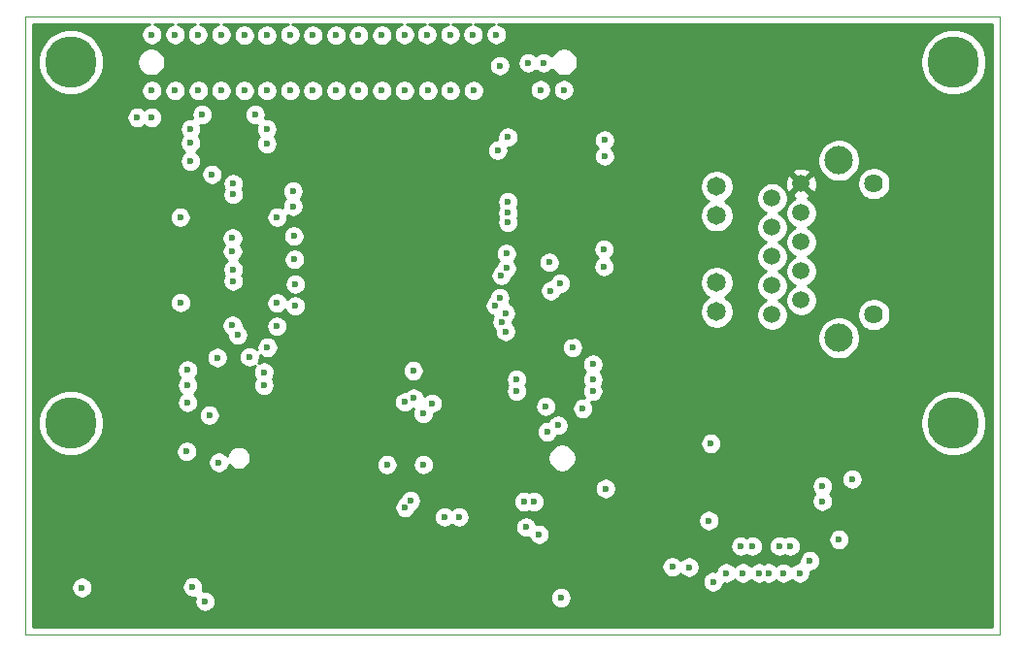
<source format=gbr>
G04 #@! TF.GenerationSoftware,KiCad,Pcbnew,5.1.5-52549c5~84~ubuntu18.04.1*
G04 #@! TF.CreationDate,2020-02-13T10:06:29-08:00*
G04 #@! TF.ProjectId,EthernetBoard,45746865-726e-4657-9442-6f6172642e6b,A*
G04 #@! TF.SameCoordinates,PX5f5e100PY5f5e100*
G04 #@! TF.FileFunction,Copper,L2,Inr*
G04 #@! TF.FilePolarity,Positive*
%FSLAX46Y46*%
G04 Gerber Fmt 4.6, Leading zero omitted, Abs format (unit mm)*
G04 Created by KiCad (PCBNEW 5.1.5-52549c5~84~ubuntu18.04.1) date 2020-02-13 10:06:29*
%MOMM*%
%LPD*%
G04 APERTURE LIST*
%ADD10C,0.100000*%
%ADD11C,2.475000*%
%ADD12C,1.625000*%
%ADD13C,1.650000*%
%ADD14C,1.509000*%
%ADD15C,4.500000*%
%ADD16C,0.600000*%
%ADD17C,0.254000*%
G04 APERTURE END LIST*
D10*
X0Y-54000000D02*
X84999492Y-54000000D01*
X84999492Y0D02*
X84999492Y-54000000D01*
X0Y-54000000D02*
X0Y0D01*
X0Y0D02*
X84999492Y0D01*
D11*
X70993500Y-12587500D03*
X70993500Y-28077500D03*
D12*
X74053500Y-14617500D03*
X74053500Y-26047500D03*
D13*
X60333500Y-25797500D03*
X60333500Y-23257500D03*
X60333500Y-17407500D03*
X60333500Y-14867500D03*
D14*
X65163500Y-26047500D03*
X67703500Y-24777500D03*
X65163500Y-23507500D03*
X67703500Y-22237500D03*
X65163500Y-20967500D03*
X67703500Y-19697500D03*
X65163500Y-18427500D03*
X67703500Y-17157500D03*
X65163500Y-15887500D03*
X67703500Y-14617500D03*
D15*
X81000000Y-35500000D03*
X4000000Y-35500000D03*
X81000000Y-4000000D03*
X4000000Y-4000000D03*
D16*
X20840500Y-33477000D03*
X42938500Y-30302000D03*
X17157500Y-17538500D03*
X18364000Y-17538500D03*
X17157500Y-25031500D03*
X18364000Y-25031500D03*
X32334000Y-30937000D03*
X8775500Y-1346000D03*
X8775500Y-6616500D03*
X49225000Y-1409500D03*
X49225000Y-6553000D03*
X3949500Y-30873500D03*
X1409500Y-32080000D03*
X6680000Y-32080000D03*
X17665500Y-47891500D03*
X18681500Y-41732000D03*
X22745500Y-37985500D03*
X25158500Y-37985500D03*
X25984000Y-39128500D03*
X27571500Y-37985500D03*
X28397000Y-39128500D03*
X29984500Y-37985500D03*
X32397500Y-37985500D03*
X33159500Y-39128500D03*
X36398000Y-37985500D03*
X37985500Y-39128500D03*
X38747500Y-37985500D03*
X40398500Y-39128500D03*
X41160500Y-37985500D03*
X42748000Y-39128500D03*
X43573500Y-37985500D03*
X59512000Y-2108000D03*
X64655500Y-2108000D03*
X69227500Y-3187500D03*
X69227500Y-5473500D03*
X45923000Y-18300500D03*
X45859500Y-20205500D03*
X46685000Y-20967500D03*
X45859500Y-25666500D03*
X45859500Y-27952500D03*
X47701000Y-27952500D03*
X47701000Y-18300500D03*
X57734000Y-39954000D03*
X57099000Y-46177000D03*
X49352000Y-51701500D03*
X50812500Y-50304500D03*
X66835100Y-44780000D03*
X64465000Y-52336500D03*
X65925500Y-52336500D03*
X67386000Y-52336500D03*
X68846500Y-52336500D03*
X70751500Y-48526500D03*
X73291500Y-37795000D03*
X73291500Y-39319000D03*
X74815500Y-41414500D03*
X74815500Y-42938500D03*
X74815500Y-44462500D03*
X74815500Y-45986500D03*
X79641500Y-51193500D03*
X15062000Y-39255500D03*
X50558500Y-18237000D03*
X48272500Y-50749000D03*
X47896791Y-9606290D03*
X44843500Y-9600999D03*
X62115500Y-44589500D03*
X62115500Y-43700500D03*
X62115500Y-42826200D03*
X59829500Y-35953500D03*
X60167600Y-47256500D03*
X42113000Y-19253000D03*
X21094500Y-12649000D03*
X45923000Y-17221000D03*
X43256000Y-28968500D03*
X49161500Y-28841500D03*
X30175000Y-39128500D03*
X36144000Y-39128500D03*
X63703000Y-35382000D03*
X61480500Y-52336500D03*
X62941000Y-52336500D03*
X47002500Y-6426000D03*
X23126500Y-6489500D03*
X25095000Y-6489500D03*
X27127000Y-6489500D03*
X29095500Y-6489500D03*
X11061500Y-1600000D03*
X13093500Y-1600000D03*
X45224500Y-4076500D03*
X43891000Y-4076500D03*
X16903500Y-38938000D03*
X14109500Y-37985500D03*
X31127500Y-1663500D03*
X31127500Y-6489500D03*
X15062000Y-1600000D03*
X17094000Y-1600000D03*
X19126000Y-1663500D03*
X21094500Y-1663500D03*
X23126500Y-1600000D03*
X25095000Y-1663500D03*
X27127000Y-1663500D03*
X29095500Y-1663500D03*
X33096000Y-1600000D03*
X35064500Y-1600000D03*
X37096500Y-1600000D03*
X39065000Y-1600000D03*
X41097000Y-1600000D03*
X19126000Y-6489500D03*
X21094500Y-6489500D03*
X33096000Y-6489500D03*
X35128000Y-6489500D03*
X37096500Y-6489500D03*
X39128500Y-6489500D03*
X41414500Y-4313000D03*
X11061500Y-6489500D03*
X13093500Y-6489500D03*
X15125500Y-6489500D03*
X17094000Y-6489500D03*
X31572000Y-39128500D03*
X33159500Y-42875000D03*
X18161000Y-14605000D03*
X23380500Y-15252500D03*
X18161000Y-15557500D03*
X23380500Y-16586000D03*
X23444000Y-19189500D03*
X23507500Y-21221500D03*
X23571000Y-23380500D03*
X23558500Y-25273000D03*
X21971000Y-27051000D03*
X21145500Y-28892500D03*
X45859500Y-23952000D03*
X21094500Y-9855000D03*
X46494500Y-35699500D03*
X44399000Y-42359100D03*
X44843500Y-45206999D03*
X34734500Y-34671000D03*
X41041400Y-25240378D03*
X42875000Y-32715000D03*
X46685000Y-23317000D03*
X35496500Y-33782000D03*
X34747000Y-39128500D03*
X37858500Y-43700500D03*
X33621430Y-42281090D03*
X41414500Y-24587000D03*
X41986000Y-21983500D03*
X33123447Y-33672500D03*
X20840500Y-32207000D03*
X36588500Y-43700500D03*
X41541500Y-22618500D03*
X33909000Y-33337500D03*
X20840500Y-31064000D03*
X42875000Y-31699000D03*
X21094500Y-11125000D03*
X45542000Y-36271000D03*
X43510000Y-42359100D03*
X43700500Y-44589500D03*
X72148500Y-40398500D03*
X4965500Y-49860000D03*
X14617500Y-49796500D03*
X15697000Y-51066500D03*
X46748500Y-50749000D03*
X33858000Y-30937000D03*
X62623500Y-48590000D03*
X66151576Y-48598708D03*
X50558500Y-10807500D03*
X50495000Y-20332500D03*
X71005500Y-45669000D03*
X59639000Y-44018000D03*
X50639410Y-41224000D03*
X59829500Y-37287000D03*
X19570500Y-29730500D03*
X49542500Y-30365500D03*
X48653500Y-34239000D03*
X60020000Y-49352000D03*
X68465500Y-47510500D03*
X13538000Y-17538500D03*
X13575040Y-24994460D03*
X14427000Y-12649000D03*
X16776500Y-29794000D03*
X14181134Y-33706056D03*
X9791500Y-8839000D03*
X11061500Y-8839000D03*
X15443000Y-8585000D03*
X18097500Y-19367500D03*
X18097500Y-20510500D03*
X18161000Y-22098000D03*
X18161000Y-23114000D03*
X18097500Y-26987500D03*
X18542000Y-27813000D03*
X67576500Y-48590000D03*
X66751000Y-46240500D03*
X65798500Y-46240500D03*
X64846000Y-48590000D03*
X64020500Y-48590000D03*
X63449000Y-46240500D03*
X62433000Y-46240500D03*
X61163000Y-48590000D03*
X49523420Y-32734080D03*
X49542500Y-31699000D03*
X69545000Y-41015000D03*
X69545000Y-42326200D03*
X45415000Y-34048500D03*
X21983500Y-17538500D03*
X21983500Y-25031500D03*
X42113000Y-10553500D03*
X20078500Y-8585000D03*
X41986000Y-20713500D03*
X16078000Y-34810500D03*
X47764500Y-28905000D03*
X16311725Y-13794994D03*
X44970500Y-6426000D03*
X57924500Y-48082000D03*
X56457147Y-48056970D03*
X14427000Y-11061500D03*
X14427000Y-9855000D03*
X45732500Y-21475500D03*
X50495000Y-21856500D03*
X41922500Y-25920500D03*
X41605332Y-26713421D03*
X41922500Y-27508000D03*
X41224000Y-11696500D03*
X50558500Y-12204500D03*
X42113000Y-16205000D03*
X42113000Y-17157500D03*
X42113000Y-17983000D03*
X14173000Y-32207000D03*
X14173000Y-30873500D03*
D17*
G36*
X10788771Y-700932D02*
G01*
X10618611Y-771414D01*
X10465472Y-873738D01*
X10335238Y-1003972D01*
X10232914Y-1157111D01*
X10162432Y-1327271D01*
X10126500Y-1507911D01*
X10126500Y-1692089D01*
X10162432Y-1872729D01*
X10232914Y-2042889D01*
X10335238Y-2196028D01*
X10465472Y-2326262D01*
X10618611Y-2428586D01*
X10788771Y-2499068D01*
X10969411Y-2535000D01*
X11153589Y-2535000D01*
X11334229Y-2499068D01*
X11504389Y-2428586D01*
X11657528Y-2326262D01*
X11787762Y-2196028D01*
X11890086Y-2042889D01*
X11960568Y-1872729D01*
X11996500Y-1692089D01*
X11996500Y-1507911D01*
X11960568Y-1327271D01*
X11890086Y-1157111D01*
X11787762Y-1003972D01*
X11657528Y-873738D01*
X11504389Y-771414D01*
X11334229Y-700932D01*
X11254134Y-685000D01*
X12900866Y-685000D01*
X12820771Y-700932D01*
X12650611Y-771414D01*
X12497472Y-873738D01*
X12367238Y-1003972D01*
X12264914Y-1157111D01*
X12194432Y-1327271D01*
X12158500Y-1507911D01*
X12158500Y-1692089D01*
X12194432Y-1872729D01*
X12264914Y-2042889D01*
X12367238Y-2196028D01*
X12497472Y-2326262D01*
X12650611Y-2428586D01*
X12820771Y-2499068D01*
X13001411Y-2535000D01*
X13185589Y-2535000D01*
X13366229Y-2499068D01*
X13536389Y-2428586D01*
X13689528Y-2326262D01*
X13819762Y-2196028D01*
X13922086Y-2042889D01*
X13992568Y-1872729D01*
X14028500Y-1692089D01*
X14028500Y-1507911D01*
X13992568Y-1327271D01*
X13922086Y-1157111D01*
X13819762Y-1003972D01*
X13689528Y-873738D01*
X13536389Y-771414D01*
X13366229Y-700932D01*
X13286134Y-685000D01*
X14869366Y-685000D01*
X14789271Y-700932D01*
X14619111Y-771414D01*
X14465972Y-873738D01*
X14335738Y-1003972D01*
X14233414Y-1157111D01*
X14162932Y-1327271D01*
X14127000Y-1507911D01*
X14127000Y-1692089D01*
X14162932Y-1872729D01*
X14233414Y-2042889D01*
X14335738Y-2196028D01*
X14465972Y-2326262D01*
X14619111Y-2428586D01*
X14789271Y-2499068D01*
X14969911Y-2535000D01*
X15154089Y-2535000D01*
X15334729Y-2499068D01*
X15504889Y-2428586D01*
X15658028Y-2326262D01*
X15788262Y-2196028D01*
X15890586Y-2042889D01*
X15961068Y-1872729D01*
X15997000Y-1692089D01*
X15997000Y-1507911D01*
X15961068Y-1327271D01*
X15890586Y-1157111D01*
X15788262Y-1003972D01*
X15658028Y-873738D01*
X15504889Y-771414D01*
X15334729Y-700932D01*
X15254634Y-685000D01*
X16901366Y-685000D01*
X16821271Y-700932D01*
X16651111Y-771414D01*
X16497972Y-873738D01*
X16367738Y-1003972D01*
X16265414Y-1157111D01*
X16194932Y-1327271D01*
X16159000Y-1507911D01*
X16159000Y-1692089D01*
X16194932Y-1872729D01*
X16265414Y-2042889D01*
X16367738Y-2196028D01*
X16497972Y-2326262D01*
X16651111Y-2428586D01*
X16821271Y-2499068D01*
X17001911Y-2535000D01*
X17186089Y-2535000D01*
X17366729Y-2499068D01*
X17536889Y-2428586D01*
X17690028Y-2326262D01*
X17820262Y-2196028D01*
X17922586Y-2042889D01*
X17993068Y-1872729D01*
X18029000Y-1692089D01*
X18029000Y-1571411D01*
X18191000Y-1571411D01*
X18191000Y-1755589D01*
X18226932Y-1936229D01*
X18297414Y-2106389D01*
X18399738Y-2259528D01*
X18529972Y-2389762D01*
X18683111Y-2492086D01*
X18853271Y-2562568D01*
X19033911Y-2598500D01*
X19218089Y-2598500D01*
X19398729Y-2562568D01*
X19568889Y-2492086D01*
X19722028Y-2389762D01*
X19852262Y-2259528D01*
X19954586Y-2106389D01*
X20025068Y-1936229D01*
X20061000Y-1755589D01*
X20061000Y-1571411D01*
X20159500Y-1571411D01*
X20159500Y-1755589D01*
X20195432Y-1936229D01*
X20265914Y-2106389D01*
X20368238Y-2259528D01*
X20498472Y-2389762D01*
X20651611Y-2492086D01*
X20821771Y-2562568D01*
X21002411Y-2598500D01*
X21186589Y-2598500D01*
X21367229Y-2562568D01*
X21537389Y-2492086D01*
X21690528Y-2389762D01*
X21820762Y-2259528D01*
X21923086Y-2106389D01*
X21993568Y-1936229D01*
X22029500Y-1755589D01*
X22029500Y-1571411D01*
X21993568Y-1390771D01*
X21923086Y-1220611D01*
X21820762Y-1067472D01*
X21690528Y-937238D01*
X21537389Y-834914D01*
X21367229Y-764432D01*
X21186589Y-728500D01*
X21002411Y-728500D01*
X20821771Y-764432D01*
X20651611Y-834914D01*
X20498472Y-937238D01*
X20368238Y-1067472D01*
X20265914Y-1220611D01*
X20195432Y-1390771D01*
X20159500Y-1571411D01*
X20061000Y-1571411D01*
X20025068Y-1390771D01*
X19954586Y-1220611D01*
X19852262Y-1067472D01*
X19722028Y-937238D01*
X19568889Y-834914D01*
X19398729Y-764432D01*
X19218089Y-728500D01*
X19033911Y-728500D01*
X18853271Y-764432D01*
X18683111Y-834914D01*
X18529972Y-937238D01*
X18399738Y-1067472D01*
X18297414Y-1220611D01*
X18226932Y-1390771D01*
X18191000Y-1571411D01*
X18029000Y-1571411D01*
X18029000Y-1507911D01*
X17993068Y-1327271D01*
X17922586Y-1157111D01*
X17820262Y-1003972D01*
X17690028Y-873738D01*
X17536889Y-771414D01*
X17366729Y-700932D01*
X17286634Y-685000D01*
X22933866Y-685000D01*
X22853771Y-700932D01*
X22683611Y-771414D01*
X22530472Y-873738D01*
X22400238Y-1003972D01*
X22297914Y-1157111D01*
X22227432Y-1327271D01*
X22191500Y-1507911D01*
X22191500Y-1692089D01*
X22227432Y-1872729D01*
X22297914Y-2042889D01*
X22400238Y-2196028D01*
X22530472Y-2326262D01*
X22683611Y-2428586D01*
X22853771Y-2499068D01*
X23034411Y-2535000D01*
X23218589Y-2535000D01*
X23399229Y-2499068D01*
X23569389Y-2428586D01*
X23722528Y-2326262D01*
X23852762Y-2196028D01*
X23955086Y-2042889D01*
X24025568Y-1872729D01*
X24061500Y-1692089D01*
X24061500Y-1571411D01*
X24160000Y-1571411D01*
X24160000Y-1755589D01*
X24195932Y-1936229D01*
X24266414Y-2106389D01*
X24368738Y-2259528D01*
X24498972Y-2389762D01*
X24652111Y-2492086D01*
X24822271Y-2562568D01*
X25002911Y-2598500D01*
X25187089Y-2598500D01*
X25367729Y-2562568D01*
X25537889Y-2492086D01*
X25691028Y-2389762D01*
X25821262Y-2259528D01*
X25923586Y-2106389D01*
X25994068Y-1936229D01*
X26030000Y-1755589D01*
X26030000Y-1571411D01*
X26192000Y-1571411D01*
X26192000Y-1755589D01*
X26227932Y-1936229D01*
X26298414Y-2106389D01*
X26400738Y-2259528D01*
X26530972Y-2389762D01*
X26684111Y-2492086D01*
X26854271Y-2562568D01*
X27034911Y-2598500D01*
X27219089Y-2598500D01*
X27399729Y-2562568D01*
X27569889Y-2492086D01*
X27723028Y-2389762D01*
X27853262Y-2259528D01*
X27955586Y-2106389D01*
X28026068Y-1936229D01*
X28062000Y-1755589D01*
X28062000Y-1571411D01*
X28160500Y-1571411D01*
X28160500Y-1755589D01*
X28196432Y-1936229D01*
X28266914Y-2106389D01*
X28369238Y-2259528D01*
X28499472Y-2389762D01*
X28652611Y-2492086D01*
X28822771Y-2562568D01*
X29003411Y-2598500D01*
X29187589Y-2598500D01*
X29368229Y-2562568D01*
X29538389Y-2492086D01*
X29691528Y-2389762D01*
X29821762Y-2259528D01*
X29924086Y-2106389D01*
X29994568Y-1936229D01*
X30030500Y-1755589D01*
X30030500Y-1571411D01*
X30192500Y-1571411D01*
X30192500Y-1755589D01*
X30228432Y-1936229D01*
X30298914Y-2106389D01*
X30401238Y-2259528D01*
X30531472Y-2389762D01*
X30684611Y-2492086D01*
X30854771Y-2562568D01*
X31035411Y-2598500D01*
X31219589Y-2598500D01*
X31400229Y-2562568D01*
X31570389Y-2492086D01*
X31723528Y-2389762D01*
X31853762Y-2259528D01*
X31956086Y-2106389D01*
X32026568Y-1936229D01*
X32062500Y-1755589D01*
X32062500Y-1571411D01*
X32026568Y-1390771D01*
X31956086Y-1220611D01*
X31853762Y-1067472D01*
X31723528Y-937238D01*
X31570389Y-834914D01*
X31400229Y-764432D01*
X31219589Y-728500D01*
X31035411Y-728500D01*
X30854771Y-764432D01*
X30684611Y-834914D01*
X30531472Y-937238D01*
X30401238Y-1067472D01*
X30298914Y-1220611D01*
X30228432Y-1390771D01*
X30192500Y-1571411D01*
X30030500Y-1571411D01*
X29994568Y-1390771D01*
X29924086Y-1220611D01*
X29821762Y-1067472D01*
X29691528Y-937238D01*
X29538389Y-834914D01*
X29368229Y-764432D01*
X29187589Y-728500D01*
X29003411Y-728500D01*
X28822771Y-764432D01*
X28652611Y-834914D01*
X28499472Y-937238D01*
X28369238Y-1067472D01*
X28266914Y-1220611D01*
X28196432Y-1390771D01*
X28160500Y-1571411D01*
X28062000Y-1571411D01*
X28026068Y-1390771D01*
X27955586Y-1220611D01*
X27853262Y-1067472D01*
X27723028Y-937238D01*
X27569889Y-834914D01*
X27399729Y-764432D01*
X27219089Y-728500D01*
X27034911Y-728500D01*
X26854271Y-764432D01*
X26684111Y-834914D01*
X26530972Y-937238D01*
X26400738Y-1067472D01*
X26298414Y-1220611D01*
X26227932Y-1390771D01*
X26192000Y-1571411D01*
X26030000Y-1571411D01*
X25994068Y-1390771D01*
X25923586Y-1220611D01*
X25821262Y-1067472D01*
X25691028Y-937238D01*
X25537889Y-834914D01*
X25367729Y-764432D01*
X25187089Y-728500D01*
X25002911Y-728500D01*
X24822271Y-764432D01*
X24652111Y-834914D01*
X24498972Y-937238D01*
X24368738Y-1067472D01*
X24266414Y-1220611D01*
X24195932Y-1390771D01*
X24160000Y-1571411D01*
X24061500Y-1571411D01*
X24061500Y-1507911D01*
X24025568Y-1327271D01*
X23955086Y-1157111D01*
X23852762Y-1003972D01*
X23722528Y-873738D01*
X23569389Y-771414D01*
X23399229Y-700932D01*
X23319134Y-685000D01*
X32903366Y-685000D01*
X32823271Y-700932D01*
X32653111Y-771414D01*
X32499972Y-873738D01*
X32369738Y-1003972D01*
X32267414Y-1157111D01*
X32196932Y-1327271D01*
X32161000Y-1507911D01*
X32161000Y-1692089D01*
X32196932Y-1872729D01*
X32267414Y-2042889D01*
X32369738Y-2196028D01*
X32499972Y-2326262D01*
X32653111Y-2428586D01*
X32823271Y-2499068D01*
X33003911Y-2535000D01*
X33188089Y-2535000D01*
X33368729Y-2499068D01*
X33538889Y-2428586D01*
X33692028Y-2326262D01*
X33822262Y-2196028D01*
X33924586Y-2042889D01*
X33995068Y-1872729D01*
X34031000Y-1692089D01*
X34031000Y-1507911D01*
X33995068Y-1327271D01*
X33924586Y-1157111D01*
X33822262Y-1003972D01*
X33692028Y-873738D01*
X33538889Y-771414D01*
X33368729Y-700932D01*
X33288634Y-685000D01*
X34871866Y-685000D01*
X34791771Y-700932D01*
X34621611Y-771414D01*
X34468472Y-873738D01*
X34338238Y-1003972D01*
X34235914Y-1157111D01*
X34165432Y-1327271D01*
X34129500Y-1507911D01*
X34129500Y-1692089D01*
X34165432Y-1872729D01*
X34235914Y-2042889D01*
X34338238Y-2196028D01*
X34468472Y-2326262D01*
X34621611Y-2428586D01*
X34791771Y-2499068D01*
X34972411Y-2535000D01*
X35156589Y-2535000D01*
X35337229Y-2499068D01*
X35507389Y-2428586D01*
X35660528Y-2326262D01*
X35790762Y-2196028D01*
X35893086Y-2042889D01*
X35963568Y-1872729D01*
X35999500Y-1692089D01*
X35999500Y-1507911D01*
X35963568Y-1327271D01*
X35893086Y-1157111D01*
X35790762Y-1003972D01*
X35660528Y-873738D01*
X35507389Y-771414D01*
X35337229Y-700932D01*
X35257134Y-685000D01*
X36903866Y-685000D01*
X36823771Y-700932D01*
X36653611Y-771414D01*
X36500472Y-873738D01*
X36370238Y-1003972D01*
X36267914Y-1157111D01*
X36197432Y-1327271D01*
X36161500Y-1507911D01*
X36161500Y-1692089D01*
X36197432Y-1872729D01*
X36267914Y-2042889D01*
X36370238Y-2196028D01*
X36500472Y-2326262D01*
X36653611Y-2428586D01*
X36823771Y-2499068D01*
X37004411Y-2535000D01*
X37188589Y-2535000D01*
X37369229Y-2499068D01*
X37539389Y-2428586D01*
X37692528Y-2326262D01*
X37822762Y-2196028D01*
X37925086Y-2042889D01*
X37995568Y-1872729D01*
X38031500Y-1692089D01*
X38031500Y-1507911D01*
X37995568Y-1327271D01*
X37925086Y-1157111D01*
X37822762Y-1003972D01*
X37692528Y-873738D01*
X37539389Y-771414D01*
X37369229Y-700932D01*
X37289134Y-685000D01*
X38872366Y-685000D01*
X38792271Y-700932D01*
X38622111Y-771414D01*
X38468972Y-873738D01*
X38338738Y-1003972D01*
X38236414Y-1157111D01*
X38165932Y-1327271D01*
X38130000Y-1507911D01*
X38130000Y-1692089D01*
X38165932Y-1872729D01*
X38236414Y-2042889D01*
X38338738Y-2196028D01*
X38468972Y-2326262D01*
X38622111Y-2428586D01*
X38792271Y-2499068D01*
X38972911Y-2535000D01*
X39157089Y-2535000D01*
X39337729Y-2499068D01*
X39507889Y-2428586D01*
X39661028Y-2326262D01*
X39791262Y-2196028D01*
X39893586Y-2042889D01*
X39964068Y-1872729D01*
X40000000Y-1692089D01*
X40000000Y-1507911D01*
X39964068Y-1327271D01*
X39893586Y-1157111D01*
X39791262Y-1003972D01*
X39661028Y-873738D01*
X39507889Y-771414D01*
X39337729Y-700932D01*
X39257634Y-685000D01*
X40904366Y-685000D01*
X40824271Y-700932D01*
X40654111Y-771414D01*
X40500972Y-873738D01*
X40370738Y-1003972D01*
X40268414Y-1157111D01*
X40197932Y-1327271D01*
X40162000Y-1507911D01*
X40162000Y-1692089D01*
X40197932Y-1872729D01*
X40268414Y-2042889D01*
X40370738Y-2196028D01*
X40500972Y-2326262D01*
X40654111Y-2428586D01*
X40824271Y-2499068D01*
X41004911Y-2535000D01*
X41189089Y-2535000D01*
X41369729Y-2499068D01*
X41539889Y-2428586D01*
X41693028Y-2326262D01*
X41823262Y-2196028D01*
X41925586Y-2042889D01*
X41996068Y-1872729D01*
X42032000Y-1692089D01*
X42032000Y-1507911D01*
X41996068Y-1327271D01*
X41925586Y-1157111D01*
X41823262Y-1003972D01*
X41693028Y-873738D01*
X41539889Y-771414D01*
X41369729Y-700932D01*
X41289634Y-685000D01*
X84314492Y-685000D01*
X84314493Y-53315000D01*
X685000Y-53315000D01*
X685000Y-49767911D01*
X4030500Y-49767911D01*
X4030500Y-49952089D01*
X4066432Y-50132729D01*
X4136914Y-50302889D01*
X4239238Y-50456028D01*
X4369472Y-50586262D01*
X4522611Y-50688586D01*
X4692771Y-50759068D01*
X4873411Y-50795000D01*
X5057589Y-50795000D01*
X5238229Y-50759068D01*
X5408389Y-50688586D01*
X5561528Y-50586262D01*
X5691762Y-50456028D01*
X5794086Y-50302889D01*
X5864568Y-50132729D01*
X5900500Y-49952089D01*
X5900500Y-49767911D01*
X5887869Y-49704411D01*
X13682500Y-49704411D01*
X13682500Y-49888589D01*
X13718432Y-50069229D01*
X13788914Y-50239389D01*
X13891238Y-50392528D01*
X14021472Y-50522762D01*
X14174611Y-50625086D01*
X14344771Y-50695568D01*
X14525411Y-50731500D01*
X14709589Y-50731500D01*
X14833974Y-50706758D01*
X14797932Y-50793771D01*
X14762000Y-50974411D01*
X14762000Y-51158589D01*
X14797932Y-51339229D01*
X14868414Y-51509389D01*
X14970738Y-51662528D01*
X15100972Y-51792762D01*
X15254111Y-51895086D01*
X15424271Y-51965568D01*
X15604911Y-52001500D01*
X15789089Y-52001500D01*
X15969729Y-51965568D01*
X16139889Y-51895086D01*
X16293028Y-51792762D01*
X16423262Y-51662528D01*
X16525586Y-51509389D01*
X16596068Y-51339229D01*
X16632000Y-51158589D01*
X16632000Y-50974411D01*
X16596068Y-50793771D01*
X16539380Y-50656911D01*
X45813500Y-50656911D01*
X45813500Y-50841089D01*
X45849432Y-51021729D01*
X45919914Y-51191889D01*
X46022238Y-51345028D01*
X46152472Y-51475262D01*
X46305611Y-51577586D01*
X46475771Y-51648068D01*
X46656411Y-51684000D01*
X46840589Y-51684000D01*
X47021229Y-51648068D01*
X47191389Y-51577586D01*
X47344528Y-51475262D01*
X47474762Y-51345028D01*
X47577086Y-51191889D01*
X47647568Y-51021729D01*
X47683500Y-50841089D01*
X47683500Y-50656911D01*
X47647568Y-50476271D01*
X47577086Y-50306111D01*
X47474762Y-50152972D01*
X47344528Y-50022738D01*
X47191389Y-49920414D01*
X47021229Y-49849932D01*
X46840589Y-49814000D01*
X46656411Y-49814000D01*
X46475771Y-49849932D01*
X46305611Y-49920414D01*
X46152472Y-50022738D01*
X46022238Y-50152972D01*
X45919914Y-50306111D01*
X45849432Y-50476271D01*
X45813500Y-50656911D01*
X16539380Y-50656911D01*
X16525586Y-50623611D01*
X16423262Y-50470472D01*
X16293028Y-50340238D01*
X16139889Y-50237914D01*
X15969729Y-50167432D01*
X15789089Y-50131500D01*
X15604911Y-50131500D01*
X15480526Y-50156242D01*
X15516568Y-50069229D01*
X15552500Y-49888589D01*
X15552500Y-49704411D01*
X15516568Y-49523771D01*
X15446086Y-49353611D01*
X15383478Y-49259911D01*
X59085000Y-49259911D01*
X59085000Y-49444089D01*
X59120932Y-49624729D01*
X59191414Y-49794889D01*
X59293738Y-49948028D01*
X59423972Y-50078262D01*
X59577111Y-50180586D01*
X59747271Y-50251068D01*
X59927911Y-50287000D01*
X60112089Y-50287000D01*
X60292729Y-50251068D01*
X60462889Y-50180586D01*
X60616028Y-50078262D01*
X60746262Y-49948028D01*
X60848586Y-49794889D01*
X60919068Y-49624729D01*
X60943930Y-49499742D01*
X61070911Y-49525000D01*
X61255089Y-49525000D01*
X61435729Y-49489068D01*
X61605889Y-49418586D01*
X61759028Y-49316262D01*
X61889262Y-49186028D01*
X61893250Y-49180060D01*
X61897238Y-49186028D01*
X62027472Y-49316262D01*
X62180611Y-49418586D01*
X62350771Y-49489068D01*
X62531411Y-49525000D01*
X62715589Y-49525000D01*
X62896229Y-49489068D01*
X63066389Y-49418586D01*
X63219528Y-49316262D01*
X63322000Y-49213790D01*
X63424472Y-49316262D01*
X63577611Y-49418586D01*
X63747771Y-49489068D01*
X63928411Y-49525000D01*
X64112589Y-49525000D01*
X64293229Y-49489068D01*
X64433250Y-49431070D01*
X64573271Y-49489068D01*
X64753911Y-49525000D01*
X64938089Y-49525000D01*
X65118729Y-49489068D01*
X65288889Y-49418586D01*
X65442028Y-49316262D01*
X65494434Y-49263856D01*
X65555548Y-49324970D01*
X65708687Y-49427294D01*
X65878847Y-49497776D01*
X66059487Y-49533708D01*
X66243665Y-49533708D01*
X66424305Y-49497776D01*
X66594465Y-49427294D01*
X66747604Y-49324970D01*
X66868392Y-49204182D01*
X66980472Y-49316262D01*
X67133611Y-49418586D01*
X67303771Y-49489068D01*
X67484411Y-49525000D01*
X67668589Y-49525000D01*
X67849229Y-49489068D01*
X68019389Y-49418586D01*
X68172528Y-49316262D01*
X68302762Y-49186028D01*
X68405086Y-49032889D01*
X68475568Y-48862729D01*
X68511500Y-48682089D01*
X68511500Y-48497911D01*
X68501075Y-48445500D01*
X68557589Y-48445500D01*
X68738229Y-48409568D01*
X68908389Y-48339086D01*
X69061528Y-48236762D01*
X69191762Y-48106528D01*
X69294086Y-47953389D01*
X69364568Y-47783229D01*
X69400500Y-47602589D01*
X69400500Y-47418411D01*
X69364568Y-47237771D01*
X69294086Y-47067611D01*
X69191762Y-46914472D01*
X69061528Y-46784238D01*
X68908389Y-46681914D01*
X68738229Y-46611432D01*
X68557589Y-46575500D01*
X68373411Y-46575500D01*
X68192771Y-46611432D01*
X68022611Y-46681914D01*
X67869472Y-46784238D01*
X67739238Y-46914472D01*
X67636914Y-47067611D01*
X67566432Y-47237771D01*
X67530500Y-47418411D01*
X67530500Y-47602589D01*
X67540925Y-47655000D01*
X67484411Y-47655000D01*
X67303771Y-47690932D01*
X67133611Y-47761414D01*
X66980472Y-47863738D01*
X66859684Y-47984526D01*
X66747604Y-47872446D01*
X66594465Y-47770122D01*
X66424305Y-47699640D01*
X66243665Y-47663708D01*
X66059487Y-47663708D01*
X65878847Y-47699640D01*
X65708687Y-47770122D01*
X65555548Y-47872446D01*
X65503142Y-47924852D01*
X65442028Y-47863738D01*
X65288889Y-47761414D01*
X65118729Y-47690932D01*
X64938089Y-47655000D01*
X64753911Y-47655000D01*
X64573271Y-47690932D01*
X64433250Y-47748930D01*
X64293229Y-47690932D01*
X64112589Y-47655000D01*
X63928411Y-47655000D01*
X63747771Y-47690932D01*
X63577611Y-47761414D01*
X63424472Y-47863738D01*
X63322000Y-47966210D01*
X63219528Y-47863738D01*
X63066389Y-47761414D01*
X62896229Y-47690932D01*
X62715589Y-47655000D01*
X62531411Y-47655000D01*
X62350771Y-47690932D01*
X62180611Y-47761414D01*
X62027472Y-47863738D01*
X61897238Y-47993972D01*
X61893250Y-47999940D01*
X61889262Y-47993972D01*
X61759028Y-47863738D01*
X61605889Y-47761414D01*
X61435729Y-47690932D01*
X61255089Y-47655000D01*
X61070911Y-47655000D01*
X60890271Y-47690932D01*
X60720111Y-47761414D01*
X60566972Y-47863738D01*
X60436738Y-47993972D01*
X60334414Y-48147111D01*
X60263932Y-48317271D01*
X60239070Y-48442258D01*
X60112089Y-48417000D01*
X59927911Y-48417000D01*
X59747271Y-48452932D01*
X59577111Y-48523414D01*
X59423972Y-48625738D01*
X59293738Y-48755972D01*
X59191414Y-48909111D01*
X59120932Y-49079271D01*
X59085000Y-49259911D01*
X15383478Y-49259911D01*
X15343762Y-49200472D01*
X15213528Y-49070238D01*
X15060389Y-48967914D01*
X14890229Y-48897432D01*
X14709589Y-48861500D01*
X14525411Y-48861500D01*
X14344771Y-48897432D01*
X14174611Y-48967914D01*
X14021472Y-49070238D01*
X13891238Y-49200472D01*
X13788914Y-49353611D01*
X13718432Y-49523771D01*
X13682500Y-49704411D01*
X5887869Y-49704411D01*
X5864568Y-49587271D01*
X5794086Y-49417111D01*
X5691762Y-49263972D01*
X5561528Y-49133738D01*
X5408389Y-49031414D01*
X5238229Y-48960932D01*
X5057589Y-48925000D01*
X4873411Y-48925000D01*
X4692771Y-48960932D01*
X4522611Y-49031414D01*
X4369472Y-49133738D01*
X4239238Y-49263972D01*
X4136914Y-49417111D01*
X4066432Y-49587271D01*
X4030500Y-49767911D01*
X685000Y-49767911D01*
X685000Y-47964881D01*
X55522147Y-47964881D01*
X55522147Y-48149059D01*
X55558079Y-48329699D01*
X55628561Y-48499859D01*
X55730885Y-48652998D01*
X55861119Y-48783232D01*
X56014258Y-48885556D01*
X56184418Y-48956038D01*
X56365058Y-48991970D01*
X56549236Y-48991970D01*
X56729876Y-48956038D01*
X56900036Y-48885556D01*
X57053175Y-48783232D01*
X57182273Y-48654134D01*
X57198238Y-48678028D01*
X57328472Y-48808262D01*
X57481611Y-48910586D01*
X57651771Y-48981068D01*
X57832411Y-49017000D01*
X58016589Y-49017000D01*
X58197229Y-48981068D01*
X58367389Y-48910586D01*
X58520528Y-48808262D01*
X58650762Y-48678028D01*
X58753086Y-48524889D01*
X58823568Y-48354729D01*
X58859500Y-48174089D01*
X58859500Y-47989911D01*
X58823568Y-47809271D01*
X58753086Y-47639111D01*
X58650762Y-47485972D01*
X58520528Y-47355738D01*
X58367389Y-47253414D01*
X58197229Y-47182932D01*
X58016589Y-47147000D01*
X57832411Y-47147000D01*
X57651771Y-47182932D01*
X57481611Y-47253414D01*
X57328472Y-47355738D01*
X57199374Y-47484836D01*
X57183409Y-47460942D01*
X57053175Y-47330708D01*
X56900036Y-47228384D01*
X56729876Y-47157902D01*
X56549236Y-47121970D01*
X56365058Y-47121970D01*
X56184418Y-47157902D01*
X56014258Y-47228384D01*
X55861119Y-47330708D01*
X55730885Y-47460942D01*
X55628561Y-47614081D01*
X55558079Y-47784241D01*
X55522147Y-47964881D01*
X685000Y-47964881D01*
X685000Y-46148411D01*
X61498000Y-46148411D01*
X61498000Y-46332589D01*
X61533932Y-46513229D01*
X61604414Y-46683389D01*
X61706738Y-46836528D01*
X61836972Y-46966762D01*
X61990111Y-47069086D01*
X62160271Y-47139568D01*
X62340911Y-47175500D01*
X62525089Y-47175500D01*
X62705729Y-47139568D01*
X62875889Y-47069086D01*
X62941000Y-47025580D01*
X63006111Y-47069086D01*
X63176271Y-47139568D01*
X63356911Y-47175500D01*
X63541089Y-47175500D01*
X63721729Y-47139568D01*
X63891889Y-47069086D01*
X64045028Y-46966762D01*
X64175262Y-46836528D01*
X64277586Y-46683389D01*
X64348068Y-46513229D01*
X64384000Y-46332589D01*
X64384000Y-46148411D01*
X64863500Y-46148411D01*
X64863500Y-46332589D01*
X64899432Y-46513229D01*
X64969914Y-46683389D01*
X65072238Y-46836528D01*
X65202472Y-46966762D01*
X65355611Y-47069086D01*
X65525771Y-47139568D01*
X65706411Y-47175500D01*
X65890589Y-47175500D01*
X66071229Y-47139568D01*
X66241389Y-47069086D01*
X66274750Y-47046795D01*
X66308111Y-47069086D01*
X66478271Y-47139568D01*
X66658911Y-47175500D01*
X66843089Y-47175500D01*
X67023729Y-47139568D01*
X67193889Y-47069086D01*
X67347028Y-46966762D01*
X67477262Y-46836528D01*
X67579586Y-46683389D01*
X67650068Y-46513229D01*
X67686000Y-46332589D01*
X67686000Y-46148411D01*
X67650068Y-45967771D01*
X67579586Y-45797611D01*
X67477262Y-45644472D01*
X67409701Y-45576911D01*
X70070500Y-45576911D01*
X70070500Y-45761089D01*
X70106432Y-45941729D01*
X70176914Y-46111889D01*
X70279238Y-46265028D01*
X70409472Y-46395262D01*
X70562611Y-46497586D01*
X70732771Y-46568068D01*
X70913411Y-46604000D01*
X71097589Y-46604000D01*
X71278229Y-46568068D01*
X71448389Y-46497586D01*
X71601528Y-46395262D01*
X71731762Y-46265028D01*
X71834086Y-46111889D01*
X71904568Y-45941729D01*
X71940500Y-45761089D01*
X71940500Y-45576911D01*
X71904568Y-45396271D01*
X71834086Y-45226111D01*
X71731762Y-45072972D01*
X71601528Y-44942738D01*
X71448389Y-44840414D01*
X71278229Y-44769932D01*
X71097589Y-44734000D01*
X70913411Y-44734000D01*
X70732771Y-44769932D01*
X70562611Y-44840414D01*
X70409472Y-44942738D01*
X70279238Y-45072972D01*
X70176914Y-45226111D01*
X70106432Y-45396271D01*
X70070500Y-45576911D01*
X67409701Y-45576911D01*
X67347028Y-45514238D01*
X67193889Y-45411914D01*
X67023729Y-45341432D01*
X66843089Y-45305500D01*
X66658911Y-45305500D01*
X66478271Y-45341432D01*
X66308111Y-45411914D01*
X66274750Y-45434205D01*
X66241389Y-45411914D01*
X66071229Y-45341432D01*
X65890589Y-45305500D01*
X65706411Y-45305500D01*
X65525771Y-45341432D01*
X65355611Y-45411914D01*
X65202472Y-45514238D01*
X65072238Y-45644472D01*
X64969914Y-45797611D01*
X64899432Y-45967771D01*
X64863500Y-46148411D01*
X64384000Y-46148411D01*
X64348068Y-45967771D01*
X64277586Y-45797611D01*
X64175262Y-45644472D01*
X64045028Y-45514238D01*
X63891889Y-45411914D01*
X63721729Y-45341432D01*
X63541089Y-45305500D01*
X63356911Y-45305500D01*
X63176271Y-45341432D01*
X63006111Y-45411914D01*
X62941000Y-45455420D01*
X62875889Y-45411914D01*
X62705729Y-45341432D01*
X62525089Y-45305500D01*
X62340911Y-45305500D01*
X62160271Y-45341432D01*
X61990111Y-45411914D01*
X61836972Y-45514238D01*
X61706738Y-45644472D01*
X61604414Y-45797611D01*
X61533932Y-45967771D01*
X61498000Y-46148411D01*
X685000Y-46148411D01*
X685000Y-42782911D01*
X32224500Y-42782911D01*
X32224500Y-42967089D01*
X32260432Y-43147729D01*
X32330914Y-43317889D01*
X32433238Y-43471028D01*
X32563472Y-43601262D01*
X32716611Y-43703586D01*
X32886771Y-43774068D01*
X33067411Y-43810000D01*
X33251589Y-43810000D01*
X33432229Y-43774068D01*
X33602389Y-43703586D01*
X33744828Y-43608411D01*
X35653500Y-43608411D01*
X35653500Y-43792589D01*
X35689432Y-43973229D01*
X35759914Y-44143389D01*
X35862238Y-44296528D01*
X35992472Y-44426762D01*
X36145611Y-44529086D01*
X36315771Y-44599568D01*
X36496411Y-44635500D01*
X36680589Y-44635500D01*
X36861229Y-44599568D01*
X37031389Y-44529086D01*
X37184528Y-44426762D01*
X37223500Y-44387790D01*
X37262472Y-44426762D01*
X37415611Y-44529086D01*
X37585771Y-44599568D01*
X37766411Y-44635500D01*
X37950589Y-44635500D01*
X38131229Y-44599568D01*
X38301389Y-44529086D01*
X38348794Y-44497411D01*
X42765500Y-44497411D01*
X42765500Y-44681589D01*
X42801432Y-44862229D01*
X42871914Y-45032389D01*
X42974238Y-45185528D01*
X43104472Y-45315762D01*
X43257611Y-45418086D01*
X43427771Y-45488568D01*
X43608411Y-45524500D01*
X43792589Y-45524500D01*
X43950007Y-45493187D01*
X44014914Y-45649888D01*
X44117238Y-45803027D01*
X44247472Y-45933261D01*
X44400611Y-46035585D01*
X44570771Y-46106067D01*
X44751411Y-46141999D01*
X44935589Y-46141999D01*
X45116229Y-46106067D01*
X45286389Y-46035585D01*
X45439528Y-45933261D01*
X45569762Y-45803027D01*
X45672086Y-45649888D01*
X45742568Y-45479728D01*
X45778500Y-45299088D01*
X45778500Y-45114910D01*
X45742568Y-44934270D01*
X45672086Y-44764110D01*
X45569762Y-44610971D01*
X45439528Y-44480737D01*
X45286389Y-44378413D01*
X45116229Y-44307931D01*
X44935589Y-44271999D01*
X44751411Y-44271999D01*
X44593993Y-44303312D01*
X44529086Y-44146611D01*
X44426762Y-43993472D01*
X44359201Y-43925911D01*
X58704000Y-43925911D01*
X58704000Y-44110089D01*
X58739932Y-44290729D01*
X58810414Y-44460889D01*
X58912738Y-44614028D01*
X59042972Y-44744262D01*
X59196111Y-44846586D01*
X59366271Y-44917068D01*
X59546911Y-44953000D01*
X59731089Y-44953000D01*
X59911729Y-44917068D01*
X60081889Y-44846586D01*
X60235028Y-44744262D01*
X60365262Y-44614028D01*
X60467586Y-44460889D01*
X60538068Y-44290729D01*
X60574000Y-44110089D01*
X60574000Y-43925911D01*
X60538068Y-43745271D01*
X60467586Y-43575111D01*
X60365262Y-43421972D01*
X60235028Y-43291738D01*
X60081889Y-43189414D01*
X59911729Y-43118932D01*
X59731089Y-43083000D01*
X59546911Y-43083000D01*
X59366271Y-43118932D01*
X59196111Y-43189414D01*
X59042972Y-43291738D01*
X58912738Y-43421972D01*
X58810414Y-43575111D01*
X58739932Y-43745271D01*
X58704000Y-43925911D01*
X44359201Y-43925911D01*
X44296528Y-43863238D01*
X44143389Y-43760914D01*
X43973229Y-43690432D01*
X43792589Y-43654500D01*
X43608411Y-43654500D01*
X43427771Y-43690432D01*
X43257611Y-43760914D01*
X43104472Y-43863238D01*
X42974238Y-43993472D01*
X42871914Y-44146611D01*
X42801432Y-44316771D01*
X42765500Y-44497411D01*
X38348794Y-44497411D01*
X38454528Y-44426762D01*
X38584762Y-44296528D01*
X38687086Y-44143389D01*
X38757568Y-43973229D01*
X38793500Y-43792589D01*
X38793500Y-43608411D01*
X38757568Y-43427771D01*
X38687086Y-43257611D01*
X38584762Y-43104472D01*
X38454528Y-42974238D01*
X38301389Y-42871914D01*
X38131229Y-42801432D01*
X37950589Y-42765500D01*
X37766411Y-42765500D01*
X37585771Y-42801432D01*
X37415611Y-42871914D01*
X37262472Y-42974238D01*
X37223500Y-43013210D01*
X37184528Y-42974238D01*
X37031389Y-42871914D01*
X36861229Y-42801432D01*
X36680589Y-42765500D01*
X36496411Y-42765500D01*
X36315771Y-42801432D01*
X36145611Y-42871914D01*
X35992472Y-42974238D01*
X35862238Y-43104472D01*
X35759914Y-43257611D01*
X35689432Y-43427771D01*
X35653500Y-43608411D01*
X33744828Y-43608411D01*
X33755528Y-43601262D01*
X33885762Y-43471028D01*
X33988086Y-43317889D01*
X34058568Y-43147729D01*
X34066416Y-43108275D01*
X34217458Y-43007352D01*
X34347692Y-42877118D01*
X34450016Y-42723979D01*
X34520498Y-42553819D01*
X34556430Y-42373179D01*
X34556430Y-42267011D01*
X42575000Y-42267011D01*
X42575000Y-42451189D01*
X42610932Y-42631829D01*
X42681414Y-42801989D01*
X42783738Y-42955128D01*
X42913972Y-43085362D01*
X43067111Y-43187686D01*
X43237271Y-43258168D01*
X43417911Y-43294100D01*
X43602089Y-43294100D01*
X43782729Y-43258168D01*
X43952889Y-43187686D01*
X43954500Y-43186610D01*
X43956111Y-43187686D01*
X44126271Y-43258168D01*
X44306911Y-43294100D01*
X44491089Y-43294100D01*
X44671729Y-43258168D01*
X44841889Y-43187686D01*
X44995028Y-43085362D01*
X45125262Y-42955128D01*
X45227586Y-42801989D01*
X45298068Y-42631829D01*
X45334000Y-42451189D01*
X45334000Y-42267011D01*
X45298068Y-42086371D01*
X45227586Y-41916211D01*
X45125262Y-41763072D01*
X44995028Y-41632838D01*
X44841889Y-41530514D01*
X44671729Y-41460032D01*
X44491089Y-41424100D01*
X44306911Y-41424100D01*
X44126271Y-41460032D01*
X43956111Y-41530514D01*
X43954500Y-41531590D01*
X43952889Y-41530514D01*
X43782729Y-41460032D01*
X43602089Y-41424100D01*
X43417911Y-41424100D01*
X43237271Y-41460032D01*
X43067111Y-41530514D01*
X42913972Y-41632838D01*
X42783738Y-41763072D01*
X42681414Y-41916211D01*
X42610932Y-42086371D01*
X42575000Y-42267011D01*
X34556430Y-42267011D01*
X34556430Y-42189001D01*
X34520498Y-42008361D01*
X34450016Y-41838201D01*
X34347692Y-41685062D01*
X34217458Y-41554828D01*
X34064319Y-41452504D01*
X33894159Y-41382022D01*
X33713519Y-41346090D01*
X33529341Y-41346090D01*
X33348701Y-41382022D01*
X33178541Y-41452504D01*
X33025402Y-41554828D01*
X32895168Y-41685062D01*
X32792844Y-41838201D01*
X32722362Y-42008361D01*
X32714514Y-42047815D01*
X32563472Y-42148738D01*
X32433238Y-42278972D01*
X32330914Y-42432111D01*
X32260432Y-42602271D01*
X32224500Y-42782911D01*
X685000Y-42782911D01*
X685000Y-41131911D01*
X49704410Y-41131911D01*
X49704410Y-41316089D01*
X49740342Y-41496729D01*
X49810824Y-41666889D01*
X49913148Y-41820028D01*
X50043382Y-41950262D01*
X50196521Y-42052586D01*
X50366681Y-42123068D01*
X50547321Y-42159000D01*
X50731499Y-42159000D01*
X50912139Y-42123068D01*
X51082299Y-42052586D01*
X51235438Y-41950262D01*
X51365672Y-41820028D01*
X51467996Y-41666889D01*
X51538478Y-41496729D01*
X51574410Y-41316089D01*
X51574410Y-41131911D01*
X51538478Y-40951271D01*
X51526731Y-40922911D01*
X68610000Y-40922911D01*
X68610000Y-41107089D01*
X68645932Y-41287729D01*
X68716414Y-41457889D01*
X68818738Y-41611028D01*
X68878310Y-41670600D01*
X68818738Y-41730172D01*
X68716414Y-41883311D01*
X68645932Y-42053471D01*
X68610000Y-42234111D01*
X68610000Y-42418289D01*
X68645932Y-42598929D01*
X68716414Y-42769089D01*
X68818738Y-42922228D01*
X68948972Y-43052462D01*
X69102111Y-43154786D01*
X69272271Y-43225268D01*
X69452911Y-43261200D01*
X69637089Y-43261200D01*
X69817729Y-43225268D01*
X69987889Y-43154786D01*
X70141028Y-43052462D01*
X70271262Y-42922228D01*
X70373586Y-42769089D01*
X70444068Y-42598929D01*
X70480000Y-42418289D01*
X70480000Y-42234111D01*
X70444068Y-42053471D01*
X70373586Y-41883311D01*
X70271262Y-41730172D01*
X70211690Y-41670600D01*
X70271262Y-41611028D01*
X70373586Y-41457889D01*
X70444068Y-41287729D01*
X70480000Y-41107089D01*
X70480000Y-40922911D01*
X70444068Y-40742271D01*
X70373586Y-40572111D01*
X70271262Y-40418972D01*
X70158701Y-40306411D01*
X71213500Y-40306411D01*
X71213500Y-40490589D01*
X71249432Y-40671229D01*
X71319914Y-40841389D01*
X71422238Y-40994528D01*
X71552472Y-41124762D01*
X71705611Y-41227086D01*
X71875771Y-41297568D01*
X72056411Y-41333500D01*
X72240589Y-41333500D01*
X72421229Y-41297568D01*
X72591389Y-41227086D01*
X72744528Y-41124762D01*
X72874762Y-40994528D01*
X72977086Y-40841389D01*
X73047568Y-40671229D01*
X73083500Y-40490589D01*
X73083500Y-40306411D01*
X73047568Y-40125771D01*
X72977086Y-39955611D01*
X72874762Y-39802472D01*
X72744528Y-39672238D01*
X72591389Y-39569914D01*
X72421229Y-39499432D01*
X72240589Y-39463500D01*
X72056411Y-39463500D01*
X71875771Y-39499432D01*
X71705611Y-39569914D01*
X71552472Y-39672238D01*
X71422238Y-39802472D01*
X71319914Y-39955611D01*
X71249432Y-40125771D01*
X71213500Y-40306411D01*
X70158701Y-40306411D01*
X70141028Y-40288738D01*
X69987889Y-40186414D01*
X69817729Y-40115932D01*
X69637089Y-40080000D01*
X69452911Y-40080000D01*
X69272271Y-40115932D01*
X69102111Y-40186414D01*
X68948972Y-40288738D01*
X68818738Y-40418972D01*
X68716414Y-40572111D01*
X68645932Y-40742271D01*
X68610000Y-40922911D01*
X51526731Y-40922911D01*
X51467996Y-40781111D01*
X51365672Y-40627972D01*
X51235438Y-40497738D01*
X51082299Y-40395414D01*
X50912139Y-40324932D01*
X50731499Y-40289000D01*
X50547321Y-40289000D01*
X50366681Y-40324932D01*
X50196521Y-40395414D01*
X50043382Y-40497738D01*
X49913148Y-40627972D01*
X49810824Y-40781111D01*
X49740342Y-40951271D01*
X49704410Y-41131911D01*
X685000Y-41131911D01*
X685000Y-35215852D01*
X1115000Y-35215852D01*
X1115000Y-35784148D01*
X1225869Y-36341523D01*
X1443346Y-36866560D01*
X1759074Y-37339080D01*
X2160920Y-37740926D01*
X2633440Y-38056654D01*
X3158477Y-38274131D01*
X3715852Y-38385000D01*
X4284148Y-38385000D01*
X4841523Y-38274131D01*
X5366560Y-38056654D01*
X5610870Y-37893411D01*
X13174500Y-37893411D01*
X13174500Y-38077589D01*
X13210432Y-38258229D01*
X13280914Y-38428389D01*
X13383238Y-38581528D01*
X13513472Y-38711762D01*
X13666611Y-38814086D01*
X13836771Y-38884568D01*
X14017411Y-38920500D01*
X14201589Y-38920500D01*
X14382229Y-38884568D01*
X14475556Y-38845911D01*
X15968500Y-38845911D01*
X15968500Y-39030089D01*
X16004432Y-39210729D01*
X16074914Y-39380889D01*
X16177238Y-39534028D01*
X16307472Y-39664262D01*
X16460611Y-39766586D01*
X16630771Y-39837068D01*
X16811411Y-39873000D01*
X16995589Y-39873000D01*
X17176229Y-39837068D01*
X17346389Y-39766586D01*
X17499528Y-39664262D01*
X17629762Y-39534028D01*
X17732086Y-39380889D01*
X17802568Y-39210729D01*
X17812692Y-39159831D01*
X17846063Y-39209774D01*
X17990226Y-39353937D01*
X18159744Y-39467205D01*
X18348102Y-39545226D01*
X18548061Y-39585000D01*
X18751939Y-39585000D01*
X18951898Y-39545226D01*
X19140256Y-39467205D01*
X19309774Y-39353937D01*
X19453937Y-39209774D01*
X19567205Y-39040256D01*
X19568797Y-39036411D01*
X30637000Y-39036411D01*
X30637000Y-39220589D01*
X30672932Y-39401229D01*
X30743414Y-39571389D01*
X30845738Y-39724528D01*
X30975972Y-39854762D01*
X31129111Y-39957086D01*
X31299271Y-40027568D01*
X31479911Y-40063500D01*
X31664089Y-40063500D01*
X31844729Y-40027568D01*
X32014889Y-39957086D01*
X32168028Y-39854762D01*
X32298262Y-39724528D01*
X32400586Y-39571389D01*
X32471068Y-39401229D01*
X32507000Y-39220589D01*
X32507000Y-39036411D01*
X33812000Y-39036411D01*
X33812000Y-39220589D01*
X33847932Y-39401229D01*
X33918414Y-39571389D01*
X34020738Y-39724528D01*
X34150972Y-39854762D01*
X34304111Y-39957086D01*
X34474271Y-40027568D01*
X34654911Y-40063500D01*
X34839089Y-40063500D01*
X35019729Y-40027568D01*
X35189889Y-39957086D01*
X35343028Y-39854762D01*
X35473262Y-39724528D01*
X35575586Y-39571389D01*
X35646068Y-39401229D01*
X35682000Y-39220589D01*
X35682000Y-39036411D01*
X35646068Y-38855771D01*
X35575586Y-38685611D01*
X35473262Y-38532472D01*
X35369153Y-38428363D01*
X45615000Y-38428363D01*
X45615000Y-38671637D01*
X45662460Y-38910236D01*
X45755557Y-39134992D01*
X45890713Y-39337267D01*
X46062733Y-39509287D01*
X46265008Y-39644443D01*
X46489764Y-39737540D01*
X46728363Y-39785000D01*
X46971637Y-39785000D01*
X47210236Y-39737540D01*
X47434992Y-39644443D01*
X47637267Y-39509287D01*
X47809287Y-39337267D01*
X47944443Y-39134992D01*
X48037540Y-38910236D01*
X48085000Y-38671637D01*
X48085000Y-38428363D01*
X48037540Y-38189764D01*
X47944443Y-37965008D01*
X47809287Y-37762733D01*
X47637267Y-37590713D01*
X47434992Y-37455557D01*
X47210236Y-37362460D01*
X46971637Y-37315000D01*
X46728363Y-37315000D01*
X46489764Y-37362460D01*
X46265008Y-37455557D01*
X46062733Y-37590713D01*
X45890713Y-37762733D01*
X45755557Y-37965008D01*
X45662460Y-38189764D01*
X45615000Y-38428363D01*
X35369153Y-38428363D01*
X35343028Y-38402238D01*
X35189889Y-38299914D01*
X35019729Y-38229432D01*
X34839089Y-38193500D01*
X34654911Y-38193500D01*
X34474271Y-38229432D01*
X34304111Y-38299914D01*
X34150972Y-38402238D01*
X34020738Y-38532472D01*
X33918414Y-38685611D01*
X33847932Y-38855771D01*
X33812000Y-39036411D01*
X32507000Y-39036411D01*
X32471068Y-38855771D01*
X32400586Y-38685611D01*
X32298262Y-38532472D01*
X32168028Y-38402238D01*
X32014889Y-38299914D01*
X31844729Y-38229432D01*
X31664089Y-38193500D01*
X31479911Y-38193500D01*
X31299271Y-38229432D01*
X31129111Y-38299914D01*
X30975972Y-38402238D01*
X30845738Y-38532472D01*
X30743414Y-38685611D01*
X30672932Y-38855771D01*
X30637000Y-39036411D01*
X19568797Y-39036411D01*
X19645226Y-38851898D01*
X19685000Y-38651939D01*
X19685000Y-38448061D01*
X19645226Y-38248102D01*
X19567205Y-38059744D01*
X19453937Y-37890226D01*
X19309774Y-37746063D01*
X19140256Y-37632795D01*
X18951898Y-37554774D01*
X18751939Y-37515000D01*
X18548061Y-37515000D01*
X18348102Y-37554774D01*
X18159744Y-37632795D01*
X17990226Y-37746063D01*
X17846063Y-37890226D01*
X17732795Y-38059744D01*
X17654774Y-38248102D01*
X17634648Y-38349284D01*
X17629762Y-38341972D01*
X17499528Y-38211738D01*
X17346389Y-38109414D01*
X17176229Y-38038932D01*
X16995589Y-38003000D01*
X16811411Y-38003000D01*
X16630771Y-38038932D01*
X16460611Y-38109414D01*
X16307472Y-38211738D01*
X16177238Y-38341972D01*
X16074914Y-38495111D01*
X16004432Y-38665271D01*
X15968500Y-38845911D01*
X14475556Y-38845911D01*
X14552389Y-38814086D01*
X14705528Y-38711762D01*
X14835762Y-38581528D01*
X14938086Y-38428389D01*
X15008568Y-38258229D01*
X15044500Y-38077589D01*
X15044500Y-37893411D01*
X15008568Y-37712771D01*
X14938086Y-37542611D01*
X14835762Y-37389472D01*
X14705528Y-37259238D01*
X14552389Y-37156914D01*
X14382229Y-37086432D01*
X14201589Y-37050500D01*
X14017411Y-37050500D01*
X13836771Y-37086432D01*
X13666611Y-37156914D01*
X13513472Y-37259238D01*
X13383238Y-37389472D01*
X13280914Y-37542611D01*
X13210432Y-37712771D01*
X13174500Y-37893411D01*
X5610870Y-37893411D01*
X5839080Y-37740926D01*
X6240926Y-37339080D01*
X6556654Y-36866560D01*
X6774131Y-36341523D01*
X6806476Y-36178911D01*
X44607000Y-36178911D01*
X44607000Y-36363089D01*
X44642932Y-36543729D01*
X44713414Y-36713889D01*
X44815738Y-36867028D01*
X44945972Y-36997262D01*
X45099111Y-37099586D01*
X45269271Y-37170068D01*
X45449911Y-37206000D01*
X45634089Y-37206000D01*
X45689836Y-37194911D01*
X58894500Y-37194911D01*
X58894500Y-37379089D01*
X58930432Y-37559729D01*
X59000914Y-37729889D01*
X59103238Y-37883028D01*
X59233472Y-38013262D01*
X59386611Y-38115586D01*
X59556771Y-38186068D01*
X59737411Y-38222000D01*
X59921589Y-38222000D01*
X60102229Y-38186068D01*
X60272389Y-38115586D01*
X60425528Y-38013262D01*
X60555762Y-37883028D01*
X60658086Y-37729889D01*
X60728568Y-37559729D01*
X60764500Y-37379089D01*
X60764500Y-37194911D01*
X60728568Y-37014271D01*
X60658086Y-36844111D01*
X60555762Y-36690972D01*
X60425528Y-36560738D01*
X60272389Y-36458414D01*
X60102229Y-36387932D01*
X59921589Y-36352000D01*
X59737411Y-36352000D01*
X59556771Y-36387932D01*
X59386611Y-36458414D01*
X59233472Y-36560738D01*
X59103238Y-36690972D01*
X59000914Y-36844111D01*
X58930432Y-37014271D01*
X58894500Y-37194911D01*
X45689836Y-37194911D01*
X45814729Y-37170068D01*
X45984889Y-37099586D01*
X46138028Y-36997262D01*
X46268262Y-36867028D01*
X46370586Y-36713889D01*
X46403470Y-36634500D01*
X46586589Y-36634500D01*
X46767229Y-36598568D01*
X46937389Y-36528086D01*
X47090528Y-36425762D01*
X47220762Y-36295528D01*
X47323086Y-36142389D01*
X47393568Y-35972229D01*
X47429500Y-35791589D01*
X47429500Y-35607411D01*
X47393568Y-35426771D01*
X47323086Y-35256611D01*
X47295852Y-35215852D01*
X78115000Y-35215852D01*
X78115000Y-35784148D01*
X78225869Y-36341523D01*
X78443346Y-36866560D01*
X78759074Y-37339080D01*
X79160920Y-37740926D01*
X79633440Y-38056654D01*
X80158477Y-38274131D01*
X80715852Y-38385000D01*
X81284148Y-38385000D01*
X81841523Y-38274131D01*
X82366560Y-38056654D01*
X82839080Y-37740926D01*
X83240926Y-37339080D01*
X83556654Y-36866560D01*
X83774131Y-36341523D01*
X83885000Y-35784148D01*
X83885000Y-35215852D01*
X83774131Y-34658477D01*
X83556654Y-34133440D01*
X83240926Y-33660920D01*
X82839080Y-33259074D01*
X82366560Y-32943346D01*
X81841523Y-32725869D01*
X81284148Y-32615000D01*
X80715852Y-32615000D01*
X80158477Y-32725869D01*
X79633440Y-32943346D01*
X79160920Y-33259074D01*
X78759074Y-33660920D01*
X78443346Y-34133440D01*
X78225869Y-34658477D01*
X78115000Y-35215852D01*
X47295852Y-35215852D01*
X47220762Y-35103472D01*
X47090528Y-34973238D01*
X46937389Y-34870914D01*
X46767229Y-34800432D01*
X46586589Y-34764500D01*
X46402411Y-34764500D01*
X46221771Y-34800432D01*
X46051611Y-34870914D01*
X45898472Y-34973238D01*
X45768238Y-35103472D01*
X45665914Y-35256611D01*
X45633030Y-35336000D01*
X45449911Y-35336000D01*
X45269271Y-35371932D01*
X45099111Y-35442414D01*
X44945972Y-35544738D01*
X44815738Y-35674972D01*
X44713414Y-35828111D01*
X44642932Y-35998271D01*
X44607000Y-36178911D01*
X6806476Y-36178911D01*
X6885000Y-35784148D01*
X6885000Y-35215852D01*
X6786053Y-34718411D01*
X15143000Y-34718411D01*
X15143000Y-34902589D01*
X15178932Y-35083229D01*
X15249414Y-35253389D01*
X15351738Y-35406528D01*
X15481972Y-35536762D01*
X15635111Y-35639086D01*
X15805271Y-35709568D01*
X15985911Y-35745500D01*
X16170089Y-35745500D01*
X16350729Y-35709568D01*
X16520889Y-35639086D01*
X16674028Y-35536762D01*
X16804262Y-35406528D01*
X16906586Y-35253389D01*
X16977068Y-35083229D01*
X17013000Y-34902589D01*
X17013000Y-34718411D01*
X16977068Y-34537771D01*
X16906586Y-34367611D01*
X16804262Y-34214472D01*
X16674028Y-34084238D01*
X16520889Y-33981914D01*
X16350729Y-33911432D01*
X16170089Y-33875500D01*
X15985911Y-33875500D01*
X15805271Y-33911432D01*
X15635111Y-33981914D01*
X15481972Y-34084238D01*
X15351738Y-34214472D01*
X15249414Y-34367611D01*
X15178932Y-34537771D01*
X15143000Y-34718411D01*
X6786053Y-34718411D01*
X6774131Y-34658477D01*
X6556654Y-34133440D01*
X6240926Y-33660920D01*
X5839080Y-33259074D01*
X5366560Y-32943346D01*
X4841523Y-32725869D01*
X4284148Y-32615000D01*
X3715852Y-32615000D01*
X3158477Y-32725869D01*
X2633440Y-32943346D01*
X2160920Y-33259074D01*
X1759074Y-33660920D01*
X1443346Y-34133440D01*
X1225869Y-34658477D01*
X1115000Y-35215852D01*
X685000Y-35215852D01*
X685000Y-30781411D01*
X13238000Y-30781411D01*
X13238000Y-30965589D01*
X13273932Y-31146229D01*
X13344414Y-31316389D01*
X13446738Y-31469528D01*
X13517460Y-31540250D01*
X13446738Y-31610972D01*
X13344414Y-31764111D01*
X13273932Y-31934271D01*
X13238000Y-32114911D01*
X13238000Y-32299089D01*
X13273932Y-32479729D01*
X13344414Y-32649889D01*
X13446738Y-32803028D01*
X13576972Y-32933262D01*
X13615859Y-32959245D01*
X13585106Y-32979794D01*
X13454872Y-33110028D01*
X13352548Y-33263167D01*
X13282066Y-33433327D01*
X13246134Y-33613967D01*
X13246134Y-33798145D01*
X13282066Y-33978785D01*
X13352548Y-34148945D01*
X13454872Y-34302084D01*
X13585106Y-34432318D01*
X13738245Y-34534642D01*
X13908405Y-34605124D01*
X14089045Y-34641056D01*
X14273223Y-34641056D01*
X14453863Y-34605124D01*
X14624023Y-34534642D01*
X14777162Y-34432318D01*
X14907396Y-34302084D01*
X15009720Y-34148945D01*
X15080202Y-33978785D01*
X15116134Y-33798145D01*
X15116134Y-33613967D01*
X15109460Y-33580411D01*
X32188447Y-33580411D01*
X32188447Y-33764589D01*
X32224379Y-33945229D01*
X32294861Y-34115389D01*
X32397185Y-34268528D01*
X32527419Y-34398762D01*
X32680558Y-34501086D01*
X32850718Y-34571568D01*
X33031358Y-34607500D01*
X33215536Y-34607500D01*
X33396176Y-34571568D01*
X33566336Y-34501086D01*
X33719475Y-34398762D01*
X33845737Y-34272500D01*
X33887528Y-34272500D01*
X33835432Y-34398271D01*
X33799500Y-34578911D01*
X33799500Y-34763089D01*
X33835432Y-34943729D01*
X33905914Y-35113889D01*
X34008238Y-35267028D01*
X34138472Y-35397262D01*
X34291611Y-35499586D01*
X34461771Y-35570068D01*
X34642411Y-35606000D01*
X34826589Y-35606000D01*
X35007229Y-35570068D01*
X35177389Y-35499586D01*
X35330528Y-35397262D01*
X35460762Y-35267028D01*
X35563086Y-35113889D01*
X35633568Y-34943729D01*
X35669500Y-34763089D01*
X35669500Y-34700906D01*
X35769229Y-34681068D01*
X35939389Y-34610586D01*
X36092528Y-34508262D01*
X36222762Y-34378028D01*
X36325086Y-34224889D01*
X36395568Y-34054729D01*
X36415124Y-33956411D01*
X44480000Y-33956411D01*
X44480000Y-34140589D01*
X44515932Y-34321229D01*
X44586414Y-34491389D01*
X44688738Y-34644528D01*
X44818972Y-34774762D01*
X44972111Y-34877086D01*
X45142271Y-34947568D01*
X45322911Y-34983500D01*
X45507089Y-34983500D01*
X45687729Y-34947568D01*
X45857889Y-34877086D01*
X46011028Y-34774762D01*
X46141262Y-34644528D01*
X46243586Y-34491389D01*
X46314068Y-34321229D01*
X46348742Y-34146911D01*
X47718500Y-34146911D01*
X47718500Y-34331089D01*
X47754432Y-34511729D01*
X47824914Y-34681889D01*
X47927238Y-34835028D01*
X48057472Y-34965262D01*
X48210611Y-35067586D01*
X48380771Y-35138068D01*
X48561411Y-35174000D01*
X48745589Y-35174000D01*
X48926229Y-35138068D01*
X49096389Y-35067586D01*
X49249528Y-34965262D01*
X49379762Y-34835028D01*
X49482086Y-34681889D01*
X49552568Y-34511729D01*
X49588500Y-34331089D01*
X49588500Y-34146911D01*
X49552568Y-33966271D01*
X49482086Y-33796111D01*
X49391976Y-33661252D01*
X49431331Y-33669080D01*
X49615509Y-33669080D01*
X49796149Y-33633148D01*
X49966309Y-33562666D01*
X50119448Y-33460342D01*
X50249682Y-33330108D01*
X50352006Y-33176969D01*
X50422488Y-33006809D01*
X50458420Y-32826169D01*
X50458420Y-32641991D01*
X50422488Y-32461351D01*
X50352006Y-32291191D01*
X50311666Y-32230818D01*
X50371086Y-32141889D01*
X50441568Y-31971729D01*
X50477500Y-31791089D01*
X50477500Y-31606911D01*
X50441568Y-31426271D01*
X50371086Y-31256111D01*
X50268762Y-31102972D01*
X50198040Y-31032250D01*
X50268762Y-30961528D01*
X50371086Y-30808389D01*
X50441568Y-30638229D01*
X50477500Y-30457589D01*
X50477500Y-30273411D01*
X50441568Y-30092771D01*
X50371086Y-29922611D01*
X50268762Y-29769472D01*
X50138528Y-29639238D01*
X49985389Y-29536914D01*
X49815229Y-29466432D01*
X49634589Y-29430500D01*
X49450411Y-29430500D01*
X49269771Y-29466432D01*
X49099611Y-29536914D01*
X48946472Y-29639238D01*
X48816238Y-29769472D01*
X48713914Y-29922611D01*
X48643432Y-30092771D01*
X48607500Y-30273411D01*
X48607500Y-30457589D01*
X48643432Y-30638229D01*
X48713914Y-30808389D01*
X48816238Y-30961528D01*
X48886960Y-31032250D01*
X48816238Y-31102972D01*
X48713914Y-31256111D01*
X48643432Y-31426271D01*
X48607500Y-31606911D01*
X48607500Y-31791089D01*
X48643432Y-31971729D01*
X48713914Y-32141889D01*
X48754254Y-32202262D01*
X48694834Y-32291191D01*
X48624352Y-32461351D01*
X48588420Y-32641991D01*
X48588420Y-32826169D01*
X48624352Y-33006809D01*
X48694834Y-33176969D01*
X48784944Y-33311828D01*
X48745589Y-33304000D01*
X48561411Y-33304000D01*
X48380771Y-33339932D01*
X48210611Y-33410414D01*
X48057472Y-33512738D01*
X47927238Y-33642972D01*
X47824914Y-33796111D01*
X47754432Y-33966271D01*
X47718500Y-34146911D01*
X46348742Y-34146911D01*
X46350000Y-34140589D01*
X46350000Y-33956411D01*
X46314068Y-33775771D01*
X46243586Y-33605611D01*
X46141262Y-33452472D01*
X46011028Y-33322238D01*
X45857889Y-33219914D01*
X45687729Y-33149432D01*
X45507089Y-33113500D01*
X45322911Y-33113500D01*
X45142271Y-33149432D01*
X44972111Y-33219914D01*
X44818972Y-33322238D01*
X44688738Y-33452472D01*
X44586414Y-33605611D01*
X44515932Y-33775771D01*
X44480000Y-33956411D01*
X36415124Y-33956411D01*
X36431500Y-33874089D01*
X36431500Y-33689911D01*
X36395568Y-33509271D01*
X36325086Y-33339111D01*
X36222762Y-33185972D01*
X36092528Y-33055738D01*
X35939389Y-32953414D01*
X35769229Y-32882932D01*
X35588589Y-32847000D01*
X35404411Y-32847000D01*
X35223771Y-32882932D01*
X35053611Y-32953414D01*
X34900472Y-33055738D01*
X34821900Y-33134310D01*
X34808068Y-33064771D01*
X34737586Y-32894611D01*
X34635262Y-32741472D01*
X34505028Y-32611238D01*
X34351889Y-32508914D01*
X34181729Y-32438432D01*
X34001089Y-32402500D01*
X33816911Y-32402500D01*
X33636271Y-32438432D01*
X33466111Y-32508914D01*
X33312972Y-32611238D01*
X33186710Y-32737500D01*
X33031358Y-32737500D01*
X32850718Y-32773432D01*
X32680558Y-32843914D01*
X32527419Y-32946238D01*
X32397185Y-33076472D01*
X32294861Y-33229611D01*
X32224379Y-33399771D01*
X32188447Y-33580411D01*
X15109460Y-33580411D01*
X15080202Y-33433327D01*
X15009720Y-33263167D01*
X14907396Y-33110028D01*
X14777162Y-32979794D01*
X14738275Y-32953811D01*
X14769028Y-32933262D01*
X14899262Y-32803028D01*
X15001586Y-32649889D01*
X15072068Y-32479729D01*
X15108000Y-32299089D01*
X15108000Y-32114911D01*
X15072068Y-31934271D01*
X15001586Y-31764111D01*
X14899262Y-31610972D01*
X14828540Y-31540250D01*
X14899262Y-31469528D01*
X15001586Y-31316389D01*
X15072068Y-31146229D01*
X15108000Y-30965589D01*
X15108000Y-30781411D01*
X15072068Y-30600771D01*
X15001586Y-30430611D01*
X14899262Y-30277472D01*
X14769028Y-30147238D01*
X14615889Y-30044914D01*
X14445729Y-29974432D01*
X14265089Y-29938500D01*
X14080911Y-29938500D01*
X13900271Y-29974432D01*
X13730111Y-30044914D01*
X13576972Y-30147238D01*
X13446738Y-30277472D01*
X13344414Y-30430611D01*
X13273932Y-30600771D01*
X13238000Y-30781411D01*
X685000Y-30781411D01*
X685000Y-29701911D01*
X15841500Y-29701911D01*
X15841500Y-29886089D01*
X15877432Y-30066729D01*
X15947914Y-30236889D01*
X16050238Y-30390028D01*
X16180472Y-30520262D01*
X16333611Y-30622586D01*
X16503771Y-30693068D01*
X16684411Y-30729000D01*
X16868589Y-30729000D01*
X17049229Y-30693068D01*
X17219389Y-30622586D01*
X17372528Y-30520262D01*
X17502762Y-30390028D01*
X17605086Y-30236889D01*
X17675568Y-30066729D01*
X17711500Y-29886089D01*
X17711500Y-29701911D01*
X17698869Y-29638411D01*
X18635500Y-29638411D01*
X18635500Y-29822589D01*
X18671432Y-30003229D01*
X18741914Y-30173389D01*
X18844238Y-30326528D01*
X18974472Y-30456762D01*
X19127611Y-30559086D01*
X19297771Y-30629568D01*
X19478411Y-30665500D01*
X19662589Y-30665500D01*
X19843229Y-30629568D01*
X20013389Y-30559086D01*
X20085595Y-30510840D01*
X20011914Y-30621111D01*
X19941432Y-30791271D01*
X19905500Y-30971911D01*
X19905500Y-31156089D01*
X19941432Y-31336729D01*
X20011914Y-31506889D01*
X20097849Y-31635500D01*
X20011914Y-31764111D01*
X19941432Y-31934271D01*
X19905500Y-32114911D01*
X19905500Y-32299089D01*
X19941432Y-32479729D01*
X20011914Y-32649889D01*
X20114238Y-32803028D01*
X20244472Y-32933262D01*
X20397611Y-33035586D01*
X20567771Y-33106068D01*
X20748411Y-33142000D01*
X20932589Y-33142000D01*
X21113229Y-33106068D01*
X21283389Y-33035586D01*
X21436528Y-32933262D01*
X21566762Y-32803028D01*
X21669086Y-32649889D01*
X21739568Y-32479729D01*
X21775500Y-32299089D01*
X21775500Y-32114911D01*
X21739568Y-31934271D01*
X21669086Y-31764111D01*
X21583151Y-31635500D01*
X21669086Y-31506889D01*
X21739568Y-31336729D01*
X21775500Y-31156089D01*
X21775500Y-30971911D01*
X21750238Y-30844911D01*
X32923000Y-30844911D01*
X32923000Y-31029089D01*
X32958932Y-31209729D01*
X33029414Y-31379889D01*
X33131738Y-31533028D01*
X33261972Y-31663262D01*
X33415111Y-31765586D01*
X33585271Y-31836068D01*
X33765911Y-31872000D01*
X33950089Y-31872000D01*
X34130729Y-31836068D01*
X34300889Y-31765586D01*
X34454028Y-31663262D01*
X34510379Y-31606911D01*
X41940000Y-31606911D01*
X41940000Y-31791089D01*
X41975932Y-31971729D01*
X42046414Y-32141889D01*
X42089920Y-32207000D01*
X42046414Y-32272111D01*
X41975932Y-32442271D01*
X41940000Y-32622911D01*
X41940000Y-32807089D01*
X41975932Y-32987729D01*
X42046414Y-33157889D01*
X42148738Y-33311028D01*
X42278972Y-33441262D01*
X42432111Y-33543586D01*
X42602271Y-33614068D01*
X42782911Y-33650000D01*
X42967089Y-33650000D01*
X43147729Y-33614068D01*
X43317889Y-33543586D01*
X43471028Y-33441262D01*
X43601262Y-33311028D01*
X43703586Y-33157889D01*
X43774068Y-32987729D01*
X43810000Y-32807089D01*
X43810000Y-32622911D01*
X43774068Y-32442271D01*
X43703586Y-32272111D01*
X43660080Y-32207000D01*
X43703586Y-32141889D01*
X43774068Y-31971729D01*
X43810000Y-31791089D01*
X43810000Y-31606911D01*
X43774068Y-31426271D01*
X43703586Y-31256111D01*
X43601262Y-31102972D01*
X43471028Y-30972738D01*
X43317889Y-30870414D01*
X43147729Y-30799932D01*
X42967089Y-30764000D01*
X42782911Y-30764000D01*
X42602271Y-30799932D01*
X42432111Y-30870414D01*
X42278972Y-30972738D01*
X42148738Y-31102972D01*
X42046414Y-31256111D01*
X41975932Y-31426271D01*
X41940000Y-31606911D01*
X34510379Y-31606911D01*
X34584262Y-31533028D01*
X34686586Y-31379889D01*
X34757068Y-31209729D01*
X34793000Y-31029089D01*
X34793000Y-30844911D01*
X34757068Y-30664271D01*
X34686586Y-30494111D01*
X34584262Y-30340972D01*
X34454028Y-30210738D01*
X34300889Y-30108414D01*
X34130729Y-30037932D01*
X33950089Y-30002000D01*
X33765911Y-30002000D01*
X33585271Y-30037932D01*
X33415111Y-30108414D01*
X33261972Y-30210738D01*
X33131738Y-30340972D01*
X33029414Y-30494111D01*
X32958932Y-30664271D01*
X32923000Y-30844911D01*
X21750238Y-30844911D01*
X21739568Y-30791271D01*
X21669086Y-30621111D01*
X21566762Y-30467972D01*
X21436528Y-30337738D01*
X21283389Y-30235414D01*
X21113229Y-30164932D01*
X20932589Y-30129000D01*
X20748411Y-30129000D01*
X20567771Y-30164932D01*
X20397611Y-30235414D01*
X20325405Y-30283660D01*
X20399086Y-30173389D01*
X20469568Y-30003229D01*
X20505500Y-29822589D01*
X20505500Y-29638411D01*
X20489702Y-29558992D01*
X20549472Y-29618762D01*
X20702611Y-29721086D01*
X20872771Y-29791568D01*
X21053411Y-29827500D01*
X21237589Y-29827500D01*
X21418229Y-29791568D01*
X21588389Y-29721086D01*
X21741528Y-29618762D01*
X21871762Y-29488528D01*
X21974086Y-29335389D01*
X22044568Y-29165229D01*
X22080500Y-28984589D01*
X22080500Y-28812911D01*
X46829500Y-28812911D01*
X46829500Y-28997089D01*
X46865432Y-29177729D01*
X46935914Y-29347889D01*
X47038238Y-29501028D01*
X47168472Y-29631262D01*
X47321611Y-29733586D01*
X47491771Y-29804068D01*
X47672411Y-29840000D01*
X47856589Y-29840000D01*
X48037229Y-29804068D01*
X48207389Y-29733586D01*
X48360528Y-29631262D01*
X48490762Y-29501028D01*
X48593086Y-29347889D01*
X48663568Y-29177729D01*
X48699500Y-28997089D01*
X48699500Y-28812911D01*
X48663568Y-28632271D01*
X48593086Y-28462111D01*
X48490762Y-28308972D01*
X48360528Y-28178738D01*
X48207389Y-28076414D01*
X48037229Y-28005932D01*
X47856589Y-27970000D01*
X47672411Y-27970000D01*
X47491771Y-28005932D01*
X47321611Y-28076414D01*
X47168472Y-28178738D01*
X47038238Y-28308972D01*
X46935914Y-28462111D01*
X46865432Y-28632271D01*
X46829500Y-28812911D01*
X22080500Y-28812911D01*
X22080500Y-28800411D01*
X22044568Y-28619771D01*
X21974086Y-28449611D01*
X21871762Y-28296472D01*
X21741528Y-28166238D01*
X21588389Y-28063914D01*
X21418229Y-27993432D01*
X21237589Y-27957500D01*
X21053411Y-27957500D01*
X20872771Y-27993432D01*
X20702611Y-28063914D01*
X20549472Y-28166238D01*
X20419238Y-28296472D01*
X20316914Y-28449611D01*
X20246432Y-28619771D01*
X20210500Y-28800411D01*
X20210500Y-28984589D01*
X20226298Y-29064008D01*
X20166528Y-29004238D01*
X20013389Y-28901914D01*
X19843229Y-28831432D01*
X19662589Y-28795500D01*
X19478411Y-28795500D01*
X19297771Y-28831432D01*
X19127611Y-28901914D01*
X18974472Y-29004238D01*
X18844238Y-29134472D01*
X18741914Y-29287611D01*
X18671432Y-29457771D01*
X18635500Y-29638411D01*
X17698869Y-29638411D01*
X17675568Y-29521271D01*
X17605086Y-29351111D01*
X17502762Y-29197972D01*
X17372528Y-29067738D01*
X17219389Y-28965414D01*
X17049229Y-28894932D01*
X16868589Y-28859000D01*
X16684411Y-28859000D01*
X16503771Y-28894932D01*
X16333611Y-28965414D01*
X16180472Y-29067738D01*
X16050238Y-29197972D01*
X15947914Y-29351111D01*
X15877432Y-29521271D01*
X15841500Y-29701911D01*
X685000Y-29701911D01*
X685000Y-26895411D01*
X17162500Y-26895411D01*
X17162500Y-27079589D01*
X17198432Y-27260229D01*
X17268914Y-27430389D01*
X17371238Y-27583528D01*
X17501472Y-27713762D01*
X17607000Y-27784273D01*
X17607000Y-27905089D01*
X17642932Y-28085729D01*
X17713414Y-28255889D01*
X17815738Y-28409028D01*
X17945972Y-28539262D01*
X18099111Y-28641586D01*
X18269271Y-28712068D01*
X18449911Y-28748000D01*
X18634089Y-28748000D01*
X18814729Y-28712068D01*
X18984889Y-28641586D01*
X19138028Y-28539262D01*
X19268262Y-28409028D01*
X19370586Y-28255889D01*
X19441068Y-28085729D01*
X19477000Y-27905089D01*
X19477000Y-27720911D01*
X19441068Y-27540271D01*
X19370586Y-27370111D01*
X19268262Y-27216972D01*
X19138028Y-27086738D01*
X19032500Y-27016227D01*
X19032500Y-26958911D01*
X21036000Y-26958911D01*
X21036000Y-27143089D01*
X21071932Y-27323729D01*
X21142414Y-27493889D01*
X21244738Y-27647028D01*
X21374972Y-27777262D01*
X21528111Y-27879586D01*
X21698271Y-27950068D01*
X21878911Y-27986000D01*
X22063089Y-27986000D01*
X22243729Y-27950068D01*
X22413889Y-27879586D01*
X22567028Y-27777262D01*
X22697262Y-27647028D01*
X22799586Y-27493889D01*
X22870068Y-27323729D01*
X22906000Y-27143089D01*
X22906000Y-26958911D01*
X22870068Y-26778271D01*
X22799586Y-26608111D01*
X22697262Y-26454972D01*
X22567028Y-26324738D01*
X22413889Y-26222414D01*
X22243729Y-26151932D01*
X22063089Y-26116000D01*
X21878911Y-26116000D01*
X21698271Y-26151932D01*
X21528111Y-26222414D01*
X21374972Y-26324738D01*
X21244738Y-26454972D01*
X21142414Y-26608111D01*
X21071932Y-26778271D01*
X21036000Y-26958911D01*
X19032500Y-26958911D01*
X19032500Y-26895411D01*
X18996568Y-26714771D01*
X18926086Y-26544611D01*
X18823762Y-26391472D01*
X18693528Y-26261238D01*
X18540389Y-26158914D01*
X18370229Y-26088432D01*
X18189589Y-26052500D01*
X18005411Y-26052500D01*
X17824771Y-26088432D01*
X17654611Y-26158914D01*
X17501472Y-26261238D01*
X17371238Y-26391472D01*
X17268914Y-26544611D01*
X17198432Y-26714771D01*
X17162500Y-26895411D01*
X685000Y-26895411D01*
X685000Y-24902371D01*
X12640040Y-24902371D01*
X12640040Y-25086549D01*
X12675972Y-25267189D01*
X12746454Y-25437349D01*
X12848778Y-25590488D01*
X12979012Y-25720722D01*
X13132151Y-25823046D01*
X13302311Y-25893528D01*
X13482951Y-25929460D01*
X13667129Y-25929460D01*
X13847769Y-25893528D01*
X14017929Y-25823046D01*
X14171068Y-25720722D01*
X14301302Y-25590488D01*
X14403626Y-25437349D01*
X14474108Y-25267189D01*
X14510040Y-25086549D01*
X14510040Y-24939411D01*
X21048500Y-24939411D01*
X21048500Y-25123589D01*
X21084432Y-25304229D01*
X21154914Y-25474389D01*
X21257238Y-25627528D01*
X21387472Y-25757762D01*
X21540611Y-25860086D01*
X21710771Y-25930568D01*
X21891411Y-25966500D01*
X22075589Y-25966500D01*
X22256229Y-25930568D01*
X22426389Y-25860086D01*
X22579528Y-25757762D01*
X22698131Y-25639159D01*
X22729914Y-25715889D01*
X22832238Y-25869028D01*
X22962472Y-25999262D01*
X23115611Y-26101586D01*
X23285771Y-26172068D01*
X23466411Y-26208000D01*
X23650589Y-26208000D01*
X23831229Y-26172068D01*
X24001389Y-26101586D01*
X24154528Y-25999262D01*
X24284762Y-25869028D01*
X24387086Y-25715889D01*
X24457568Y-25545729D01*
X24493500Y-25365089D01*
X24493500Y-25180911D01*
X24487011Y-25148289D01*
X40106400Y-25148289D01*
X40106400Y-25332467D01*
X40142332Y-25513107D01*
X40212814Y-25683267D01*
X40315138Y-25836406D01*
X40445372Y-25966640D01*
X40598511Y-26068964D01*
X40768671Y-26139446D01*
X40853112Y-26156243D01*
X40776746Y-26270532D01*
X40706264Y-26440692D01*
X40670332Y-26621332D01*
X40670332Y-26805510D01*
X40706264Y-26986150D01*
X40776746Y-27156310D01*
X40879070Y-27309449D01*
X40987500Y-27417879D01*
X40987500Y-27600089D01*
X41023432Y-27780729D01*
X41093914Y-27950889D01*
X41196238Y-28104028D01*
X41326472Y-28234262D01*
X41479611Y-28336586D01*
X41649771Y-28407068D01*
X41830411Y-28443000D01*
X42014589Y-28443000D01*
X42195229Y-28407068D01*
X42365389Y-28336586D01*
X42518528Y-28234262D01*
X42648762Y-28104028D01*
X42751086Y-27950889D01*
X42775033Y-27893075D01*
X69121000Y-27893075D01*
X69121000Y-28261925D01*
X69192959Y-28623688D01*
X69334112Y-28964461D01*
X69539034Y-29271149D01*
X69799851Y-29531966D01*
X70106539Y-29736888D01*
X70447312Y-29878041D01*
X70809075Y-29950000D01*
X71177925Y-29950000D01*
X71539688Y-29878041D01*
X71880461Y-29736888D01*
X72187149Y-29531966D01*
X72447966Y-29271149D01*
X72652888Y-28964461D01*
X72794041Y-28623688D01*
X72866000Y-28261925D01*
X72866000Y-27893075D01*
X72794041Y-27531312D01*
X72652888Y-27190539D01*
X72447966Y-26883851D01*
X72187149Y-26623034D01*
X71880461Y-26418112D01*
X71539688Y-26276959D01*
X71177925Y-26205000D01*
X70809075Y-26205000D01*
X70447312Y-26276959D01*
X70106539Y-26418112D01*
X69799851Y-26623034D01*
X69539034Y-26883851D01*
X69334112Y-27190539D01*
X69192959Y-27531312D01*
X69121000Y-27893075D01*
X42775033Y-27893075D01*
X42821568Y-27780729D01*
X42857500Y-27600089D01*
X42857500Y-27415911D01*
X42821568Y-27235271D01*
X42751086Y-27065111D01*
X42648762Y-26911972D01*
X42540332Y-26803542D01*
X42540332Y-26624958D01*
X42648762Y-26516528D01*
X42751086Y-26363389D01*
X42821568Y-26193229D01*
X42857500Y-26012589D01*
X42857500Y-25828411D01*
X42821568Y-25647771D01*
X42751086Y-25477611D01*
X42648762Y-25324472D01*
X42518528Y-25194238D01*
X42365389Y-25091914D01*
X42237138Y-25038791D01*
X42243086Y-25029889D01*
X42313568Y-24859729D01*
X42349500Y-24679089D01*
X42349500Y-24494911D01*
X42313568Y-24314271D01*
X42243086Y-24144111D01*
X42140762Y-23990972D01*
X42010528Y-23860738D01*
X42009291Y-23859911D01*
X44924500Y-23859911D01*
X44924500Y-24044089D01*
X44960432Y-24224729D01*
X45030914Y-24394889D01*
X45133238Y-24548028D01*
X45263472Y-24678262D01*
X45416611Y-24780586D01*
X45586771Y-24851068D01*
X45767411Y-24887000D01*
X45951589Y-24887000D01*
X46132229Y-24851068D01*
X46302389Y-24780586D01*
X46455528Y-24678262D01*
X46585762Y-24548028D01*
X46688086Y-24394889D01*
X46747272Y-24252000D01*
X46777089Y-24252000D01*
X46957729Y-24216068D01*
X47127889Y-24145586D01*
X47281028Y-24043262D01*
X47411262Y-23913028D01*
X47513586Y-23759889D01*
X47584068Y-23589729D01*
X47620000Y-23409089D01*
X47620000Y-23224911D01*
X47597880Y-23113703D01*
X58873500Y-23113703D01*
X58873500Y-23401297D01*
X58929607Y-23683366D01*
X59039665Y-23949069D01*
X59199444Y-24188196D01*
X59402804Y-24391556D01*
X59606259Y-24527500D01*
X59402804Y-24663444D01*
X59199444Y-24866804D01*
X59039665Y-25105931D01*
X58929607Y-25371634D01*
X58873500Y-25653703D01*
X58873500Y-25941297D01*
X58929607Y-26223366D01*
X59039665Y-26489069D01*
X59199444Y-26728196D01*
X59402804Y-26931556D01*
X59641931Y-27091335D01*
X59907634Y-27201393D01*
X60189703Y-27257500D01*
X60477297Y-27257500D01*
X60759366Y-27201393D01*
X61025069Y-27091335D01*
X61264196Y-26931556D01*
X61467556Y-26728196D01*
X61627335Y-26489069D01*
X61737393Y-26223366D01*
X61793500Y-25941297D01*
X61793500Y-25653703D01*
X61737393Y-25371634D01*
X61627335Y-25105931D01*
X61467556Y-24866804D01*
X61264196Y-24663444D01*
X61060741Y-24527500D01*
X61264196Y-24391556D01*
X61467556Y-24188196D01*
X61627335Y-23949069D01*
X61737393Y-23683366D01*
X61793500Y-23401297D01*
X61793500Y-23113703D01*
X61737393Y-22831634D01*
X61627335Y-22565931D01*
X61467556Y-22326804D01*
X61264196Y-22123444D01*
X61025069Y-21963665D01*
X60759366Y-21853607D01*
X60477297Y-21797500D01*
X60189703Y-21797500D01*
X59907634Y-21853607D01*
X59641931Y-21963665D01*
X59402804Y-22123444D01*
X59199444Y-22326804D01*
X59039665Y-22565931D01*
X58929607Y-22831634D01*
X58873500Y-23113703D01*
X47597880Y-23113703D01*
X47584068Y-23044271D01*
X47513586Y-22874111D01*
X47411262Y-22720972D01*
X47281028Y-22590738D01*
X47127889Y-22488414D01*
X46957729Y-22417932D01*
X46777089Y-22382000D01*
X46592911Y-22382000D01*
X46412271Y-22417932D01*
X46242111Y-22488414D01*
X46088972Y-22590738D01*
X45958738Y-22720972D01*
X45856414Y-22874111D01*
X45797228Y-23017000D01*
X45767411Y-23017000D01*
X45586771Y-23052932D01*
X45416611Y-23123414D01*
X45263472Y-23225738D01*
X45133238Y-23355972D01*
X45030914Y-23509111D01*
X44960432Y-23679271D01*
X44924500Y-23859911D01*
X42009291Y-23859911D01*
X41857389Y-23758414D01*
X41687229Y-23687932D01*
X41506589Y-23652000D01*
X41322411Y-23652000D01*
X41141771Y-23687932D01*
X40971611Y-23758414D01*
X40818472Y-23860738D01*
X40688238Y-23990972D01*
X40585914Y-24144111D01*
X40515432Y-24314271D01*
X40480326Y-24490761D01*
X40445372Y-24514116D01*
X40315138Y-24644350D01*
X40212814Y-24797489D01*
X40142332Y-24967649D01*
X40106400Y-25148289D01*
X24487011Y-25148289D01*
X24457568Y-25000271D01*
X24387086Y-24830111D01*
X24284762Y-24676972D01*
X24154528Y-24546738D01*
X24001389Y-24444414D01*
X23831229Y-24373932D01*
X23650589Y-24338000D01*
X23466411Y-24338000D01*
X23285771Y-24373932D01*
X23115611Y-24444414D01*
X22962472Y-24546738D01*
X22843869Y-24665341D01*
X22812086Y-24588611D01*
X22709762Y-24435472D01*
X22579528Y-24305238D01*
X22426389Y-24202914D01*
X22256229Y-24132432D01*
X22075589Y-24096500D01*
X21891411Y-24096500D01*
X21710771Y-24132432D01*
X21540611Y-24202914D01*
X21387472Y-24305238D01*
X21257238Y-24435472D01*
X21154914Y-24588611D01*
X21084432Y-24758771D01*
X21048500Y-24939411D01*
X14510040Y-24939411D01*
X14510040Y-24902371D01*
X14474108Y-24721731D01*
X14403626Y-24551571D01*
X14301302Y-24398432D01*
X14171068Y-24268198D01*
X14017929Y-24165874D01*
X13847769Y-24095392D01*
X13667129Y-24059460D01*
X13482951Y-24059460D01*
X13302311Y-24095392D01*
X13132151Y-24165874D01*
X12979012Y-24268198D01*
X12848778Y-24398432D01*
X12746454Y-24551571D01*
X12675972Y-24721731D01*
X12640040Y-24902371D01*
X685000Y-24902371D01*
X685000Y-19275411D01*
X17162500Y-19275411D01*
X17162500Y-19459589D01*
X17198432Y-19640229D01*
X17268914Y-19810389D01*
X17354849Y-19939000D01*
X17268914Y-20067611D01*
X17198432Y-20237771D01*
X17162500Y-20418411D01*
X17162500Y-20602589D01*
X17198432Y-20783229D01*
X17268914Y-20953389D01*
X17371238Y-21106528D01*
X17501472Y-21236762D01*
X17634225Y-21325465D01*
X17564972Y-21371738D01*
X17434738Y-21501972D01*
X17332414Y-21655111D01*
X17261932Y-21825271D01*
X17226000Y-22005911D01*
X17226000Y-22190089D01*
X17261932Y-22370729D01*
X17332414Y-22540889D01*
X17375920Y-22606000D01*
X17332414Y-22671111D01*
X17261932Y-22841271D01*
X17226000Y-23021911D01*
X17226000Y-23206089D01*
X17261932Y-23386729D01*
X17332414Y-23556889D01*
X17434738Y-23710028D01*
X17564972Y-23840262D01*
X17718111Y-23942586D01*
X17888271Y-24013068D01*
X18068911Y-24049000D01*
X18253089Y-24049000D01*
X18433729Y-24013068D01*
X18603889Y-23942586D01*
X18757028Y-23840262D01*
X18887262Y-23710028D01*
X18989586Y-23556889D01*
X19060068Y-23386729D01*
X19079624Y-23288411D01*
X22636000Y-23288411D01*
X22636000Y-23472589D01*
X22671932Y-23653229D01*
X22742414Y-23823389D01*
X22844738Y-23976528D01*
X22974972Y-24106762D01*
X23128111Y-24209086D01*
X23298271Y-24279568D01*
X23478911Y-24315500D01*
X23663089Y-24315500D01*
X23843729Y-24279568D01*
X24013889Y-24209086D01*
X24167028Y-24106762D01*
X24297262Y-23976528D01*
X24399586Y-23823389D01*
X24470068Y-23653229D01*
X24506000Y-23472589D01*
X24506000Y-23288411D01*
X24470068Y-23107771D01*
X24399586Y-22937611D01*
X24297262Y-22784472D01*
X24167028Y-22654238D01*
X24013889Y-22551914D01*
X23952319Y-22526411D01*
X40606500Y-22526411D01*
X40606500Y-22710589D01*
X40642432Y-22891229D01*
X40712914Y-23061389D01*
X40815238Y-23214528D01*
X40945472Y-23344762D01*
X41098611Y-23447086D01*
X41268771Y-23517568D01*
X41449411Y-23553500D01*
X41633589Y-23553500D01*
X41814229Y-23517568D01*
X41984389Y-23447086D01*
X42137528Y-23344762D01*
X42267762Y-23214528D01*
X42370086Y-23061389D01*
X42440568Y-22891229D01*
X42460514Y-22790955D01*
X42582028Y-22709762D01*
X42712262Y-22579528D01*
X42814586Y-22426389D01*
X42885068Y-22256229D01*
X42921000Y-22075589D01*
X42921000Y-21891411D01*
X42885068Y-21710771D01*
X42814586Y-21540611D01*
X42712262Y-21387472D01*
X42708201Y-21383411D01*
X44797500Y-21383411D01*
X44797500Y-21567589D01*
X44833432Y-21748229D01*
X44903914Y-21918389D01*
X45006238Y-22071528D01*
X45136472Y-22201762D01*
X45289611Y-22304086D01*
X45459771Y-22374568D01*
X45640411Y-22410500D01*
X45824589Y-22410500D01*
X46005229Y-22374568D01*
X46175389Y-22304086D01*
X46328528Y-22201762D01*
X46458762Y-22071528D01*
X46561086Y-21918389D01*
X46631568Y-21748229D01*
X46667500Y-21567589D01*
X46667500Y-21383411D01*
X46631568Y-21202771D01*
X46561086Y-21032611D01*
X46458762Y-20879472D01*
X46328528Y-20749238D01*
X46175389Y-20646914D01*
X46005229Y-20576432D01*
X45824589Y-20540500D01*
X45640411Y-20540500D01*
X45459771Y-20576432D01*
X45289611Y-20646914D01*
X45136472Y-20749238D01*
X45006238Y-20879472D01*
X44903914Y-21032611D01*
X44833432Y-21202771D01*
X44797500Y-21383411D01*
X42708201Y-21383411D01*
X42673290Y-21348500D01*
X42712262Y-21309528D01*
X42814586Y-21156389D01*
X42885068Y-20986229D01*
X42921000Y-20805589D01*
X42921000Y-20621411D01*
X42885068Y-20440771D01*
X42814586Y-20270611D01*
X42794408Y-20240411D01*
X49560000Y-20240411D01*
X49560000Y-20424589D01*
X49595932Y-20605229D01*
X49666414Y-20775389D01*
X49768738Y-20928528D01*
X49898972Y-21058762D01*
X49952458Y-21094500D01*
X49898972Y-21130238D01*
X49768738Y-21260472D01*
X49666414Y-21413611D01*
X49595932Y-21583771D01*
X49560000Y-21764411D01*
X49560000Y-21948589D01*
X49595932Y-22129229D01*
X49666414Y-22299389D01*
X49768738Y-22452528D01*
X49898972Y-22582762D01*
X50052111Y-22685086D01*
X50222271Y-22755568D01*
X50402911Y-22791500D01*
X50587089Y-22791500D01*
X50767729Y-22755568D01*
X50937889Y-22685086D01*
X51091028Y-22582762D01*
X51221262Y-22452528D01*
X51323586Y-22299389D01*
X51394068Y-22129229D01*
X51430000Y-21948589D01*
X51430000Y-21764411D01*
X51394068Y-21583771D01*
X51323586Y-21413611D01*
X51221262Y-21260472D01*
X51091028Y-21130238D01*
X51037542Y-21094500D01*
X51091028Y-21058762D01*
X51221262Y-20928528D01*
X51323586Y-20775389D01*
X51394068Y-20605229D01*
X51430000Y-20424589D01*
X51430000Y-20240411D01*
X51394068Y-20059771D01*
X51323586Y-19889611D01*
X51221262Y-19736472D01*
X51091028Y-19606238D01*
X50937889Y-19503914D01*
X50767729Y-19433432D01*
X50587089Y-19397500D01*
X50402911Y-19397500D01*
X50222271Y-19433432D01*
X50052111Y-19503914D01*
X49898972Y-19606238D01*
X49768738Y-19736472D01*
X49666414Y-19889611D01*
X49595932Y-20059771D01*
X49560000Y-20240411D01*
X42794408Y-20240411D01*
X42712262Y-20117472D01*
X42582028Y-19987238D01*
X42428889Y-19884914D01*
X42258729Y-19814432D01*
X42078089Y-19778500D01*
X41893911Y-19778500D01*
X41713271Y-19814432D01*
X41543111Y-19884914D01*
X41389972Y-19987238D01*
X41259738Y-20117472D01*
X41157414Y-20270611D01*
X41086932Y-20440771D01*
X41051000Y-20621411D01*
X41051000Y-20805589D01*
X41086932Y-20986229D01*
X41157414Y-21156389D01*
X41259738Y-21309528D01*
X41298710Y-21348500D01*
X41259738Y-21387472D01*
X41157414Y-21540611D01*
X41086932Y-21710771D01*
X41066986Y-21811045D01*
X40945472Y-21892238D01*
X40815238Y-22022472D01*
X40712914Y-22175611D01*
X40642432Y-22345771D01*
X40606500Y-22526411D01*
X23952319Y-22526411D01*
X23843729Y-22481432D01*
X23663089Y-22445500D01*
X23478911Y-22445500D01*
X23298271Y-22481432D01*
X23128111Y-22551914D01*
X22974972Y-22654238D01*
X22844738Y-22784472D01*
X22742414Y-22937611D01*
X22671932Y-23107771D01*
X22636000Y-23288411D01*
X19079624Y-23288411D01*
X19096000Y-23206089D01*
X19096000Y-23021911D01*
X19060068Y-22841271D01*
X18989586Y-22671111D01*
X18946080Y-22606000D01*
X18989586Y-22540889D01*
X19060068Y-22370729D01*
X19096000Y-22190089D01*
X19096000Y-22005911D01*
X19060068Y-21825271D01*
X18989586Y-21655111D01*
X18887262Y-21501972D01*
X18757028Y-21371738D01*
X18624275Y-21283035D01*
X18693528Y-21236762D01*
X18800879Y-21129411D01*
X22572500Y-21129411D01*
X22572500Y-21313589D01*
X22608432Y-21494229D01*
X22678914Y-21664389D01*
X22781238Y-21817528D01*
X22911472Y-21947762D01*
X23064611Y-22050086D01*
X23234771Y-22120568D01*
X23415411Y-22156500D01*
X23599589Y-22156500D01*
X23780229Y-22120568D01*
X23950389Y-22050086D01*
X24103528Y-21947762D01*
X24233762Y-21817528D01*
X24336086Y-21664389D01*
X24406568Y-21494229D01*
X24442500Y-21313589D01*
X24442500Y-21129411D01*
X24406568Y-20948771D01*
X24336086Y-20778611D01*
X24233762Y-20625472D01*
X24103528Y-20495238D01*
X23950389Y-20392914D01*
X23780229Y-20322432D01*
X23599589Y-20286500D01*
X23415411Y-20286500D01*
X23234771Y-20322432D01*
X23064611Y-20392914D01*
X22911472Y-20495238D01*
X22781238Y-20625472D01*
X22678914Y-20778611D01*
X22608432Y-20948771D01*
X22572500Y-21129411D01*
X18800879Y-21129411D01*
X18823762Y-21106528D01*
X18926086Y-20953389D01*
X18996568Y-20783229D01*
X19032500Y-20602589D01*
X19032500Y-20418411D01*
X18996568Y-20237771D01*
X18926086Y-20067611D01*
X18840151Y-19939000D01*
X18926086Y-19810389D01*
X18996568Y-19640229D01*
X19032500Y-19459589D01*
X19032500Y-19275411D01*
X18997094Y-19097411D01*
X22509000Y-19097411D01*
X22509000Y-19281589D01*
X22544932Y-19462229D01*
X22615414Y-19632389D01*
X22717738Y-19785528D01*
X22847972Y-19915762D01*
X23001111Y-20018086D01*
X23171271Y-20088568D01*
X23351911Y-20124500D01*
X23536089Y-20124500D01*
X23716729Y-20088568D01*
X23886889Y-20018086D01*
X24040028Y-19915762D01*
X24170262Y-19785528D01*
X24272586Y-19632389D01*
X24343068Y-19462229D01*
X24379000Y-19281589D01*
X24379000Y-19097411D01*
X24343068Y-18916771D01*
X24272586Y-18746611D01*
X24170262Y-18593472D01*
X24040028Y-18463238D01*
X23886889Y-18360914D01*
X23716729Y-18290432D01*
X23536089Y-18254500D01*
X23351911Y-18254500D01*
X23171271Y-18290432D01*
X23001111Y-18360914D01*
X22847972Y-18463238D01*
X22717738Y-18593472D01*
X22615414Y-18746611D01*
X22544932Y-18916771D01*
X22509000Y-19097411D01*
X18997094Y-19097411D01*
X18996568Y-19094771D01*
X18926086Y-18924611D01*
X18823762Y-18771472D01*
X18693528Y-18641238D01*
X18540389Y-18538914D01*
X18370229Y-18468432D01*
X18189589Y-18432500D01*
X18005411Y-18432500D01*
X17824771Y-18468432D01*
X17654611Y-18538914D01*
X17501472Y-18641238D01*
X17371238Y-18771472D01*
X17268914Y-18924611D01*
X17198432Y-19094771D01*
X17162500Y-19275411D01*
X685000Y-19275411D01*
X685000Y-17446411D01*
X12603000Y-17446411D01*
X12603000Y-17630589D01*
X12638932Y-17811229D01*
X12709414Y-17981389D01*
X12811738Y-18134528D01*
X12941972Y-18264762D01*
X13095111Y-18367086D01*
X13265271Y-18437568D01*
X13445911Y-18473500D01*
X13630089Y-18473500D01*
X13810729Y-18437568D01*
X13980889Y-18367086D01*
X14134028Y-18264762D01*
X14264262Y-18134528D01*
X14366586Y-17981389D01*
X14437068Y-17811229D01*
X14473000Y-17630589D01*
X14473000Y-17446411D01*
X21048500Y-17446411D01*
X21048500Y-17630589D01*
X21084432Y-17811229D01*
X21154914Y-17981389D01*
X21257238Y-18134528D01*
X21387472Y-18264762D01*
X21540611Y-18367086D01*
X21710771Y-18437568D01*
X21891411Y-18473500D01*
X22075589Y-18473500D01*
X22256229Y-18437568D01*
X22426389Y-18367086D01*
X22579528Y-18264762D01*
X22709762Y-18134528D01*
X22812086Y-17981389D01*
X22882568Y-17811229D01*
X22918500Y-17630589D01*
X22918500Y-17446411D01*
X22908270Y-17394981D01*
X22937611Y-17414586D01*
X23107771Y-17485068D01*
X23288411Y-17521000D01*
X23472589Y-17521000D01*
X23653229Y-17485068D01*
X23823389Y-17414586D01*
X23976528Y-17312262D01*
X24106762Y-17182028D01*
X24209086Y-17028889D01*
X24279568Y-16858729D01*
X24315500Y-16678089D01*
X24315500Y-16493911D01*
X24279568Y-16313271D01*
X24209086Y-16143111D01*
X24188908Y-16112911D01*
X41178000Y-16112911D01*
X41178000Y-16297089D01*
X41213932Y-16477729D01*
X41284414Y-16647889D01*
X41306705Y-16681250D01*
X41284414Y-16714611D01*
X41213932Y-16884771D01*
X41178000Y-17065411D01*
X41178000Y-17249589D01*
X41213932Y-17430229D01*
X41271930Y-17570250D01*
X41213932Y-17710271D01*
X41178000Y-17890911D01*
X41178000Y-18075089D01*
X41213932Y-18255729D01*
X41284414Y-18425889D01*
X41386738Y-18579028D01*
X41516972Y-18709262D01*
X41670111Y-18811586D01*
X41840271Y-18882068D01*
X42020911Y-18918000D01*
X42205089Y-18918000D01*
X42385729Y-18882068D01*
X42555889Y-18811586D01*
X42709028Y-18709262D01*
X42839262Y-18579028D01*
X42941586Y-18425889D01*
X43012068Y-18255729D01*
X43048000Y-18075089D01*
X43048000Y-17890911D01*
X43012068Y-17710271D01*
X42954070Y-17570250D01*
X43012068Y-17430229D01*
X43048000Y-17249589D01*
X43048000Y-17065411D01*
X43012068Y-16884771D01*
X42941586Y-16714611D01*
X42919295Y-16681250D01*
X42941586Y-16647889D01*
X43012068Y-16477729D01*
X43048000Y-16297089D01*
X43048000Y-16112911D01*
X43012068Y-15932271D01*
X42941586Y-15762111D01*
X42839262Y-15608972D01*
X42709028Y-15478738D01*
X42555889Y-15376414D01*
X42385729Y-15305932D01*
X42205089Y-15270000D01*
X42020911Y-15270000D01*
X41840271Y-15305932D01*
X41670111Y-15376414D01*
X41516972Y-15478738D01*
X41386738Y-15608972D01*
X41284414Y-15762111D01*
X41213932Y-15932271D01*
X41178000Y-16112911D01*
X24188908Y-16112911D01*
X24106762Y-15989972D01*
X24036040Y-15919250D01*
X24106762Y-15848528D01*
X24209086Y-15695389D01*
X24279568Y-15525229D01*
X24315500Y-15344589D01*
X24315500Y-15160411D01*
X24279568Y-14979771D01*
X24209086Y-14809611D01*
X24151685Y-14723703D01*
X58873500Y-14723703D01*
X58873500Y-15011297D01*
X58929607Y-15293366D01*
X59039665Y-15559069D01*
X59199444Y-15798196D01*
X59402804Y-16001556D01*
X59606259Y-16137500D01*
X59402804Y-16273444D01*
X59199444Y-16476804D01*
X59039665Y-16715931D01*
X58929607Y-16981634D01*
X58873500Y-17263703D01*
X58873500Y-17551297D01*
X58929607Y-17833366D01*
X59039665Y-18099069D01*
X59199444Y-18338196D01*
X59402804Y-18541556D01*
X59641931Y-18701335D01*
X59907634Y-18811393D01*
X60189703Y-18867500D01*
X60477297Y-18867500D01*
X60759366Y-18811393D01*
X61025069Y-18701335D01*
X61264196Y-18541556D01*
X61467556Y-18338196D01*
X61627335Y-18099069D01*
X61737393Y-17833366D01*
X61793500Y-17551297D01*
X61793500Y-17263703D01*
X61737393Y-16981634D01*
X61627335Y-16715931D01*
X61467556Y-16476804D01*
X61264196Y-16273444D01*
X61060741Y-16137500D01*
X61264196Y-16001556D01*
X61467556Y-15798196D01*
X61499327Y-15750646D01*
X63774000Y-15750646D01*
X63774000Y-16024354D01*
X63827398Y-16292802D01*
X63932141Y-16545675D01*
X64084205Y-16773254D01*
X64277746Y-16966795D01*
X64505325Y-17118859D01*
X64598613Y-17157500D01*
X64505325Y-17196141D01*
X64277746Y-17348205D01*
X64084205Y-17541746D01*
X63932141Y-17769325D01*
X63827398Y-18022198D01*
X63774000Y-18290646D01*
X63774000Y-18564354D01*
X63827398Y-18832802D01*
X63932141Y-19085675D01*
X64084205Y-19313254D01*
X64277746Y-19506795D01*
X64505325Y-19658859D01*
X64598613Y-19697500D01*
X64505325Y-19736141D01*
X64277746Y-19888205D01*
X64084205Y-20081746D01*
X63932141Y-20309325D01*
X63827398Y-20562198D01*
X63774000Y-20830646D01*
X63774000Y-21104354D01*
X63827398Y-21372802D01*
X63932141Y-21625675D01*
X64084205Y-21853254D01*
X64277746Y-22046795D01*
X64505325Y-22198859D01*
X64598613Y-22237500D01*
X64505325Y-22276141D01*
X64277746Y-22428205D01*
X64084205Y-22621746D01*
X63932141Y-22849325D01*
X63827398Y-23102198D01*
X63774000Y-23370646D01*
X63774000Y-23644354D01*
X63827398Y-23912802D01*
X63932141Y-24165675D01*
X64084205Y-24393254D01*
X64277746Y-24586795D01*
X64505325Y-24738859D01*
X64598613Y-24777500D01*
X64505325Y-24816141D01*
X64277746Y-24968205D01*
X64084205Y-25161746D01*
X63932141Y-25389325D01*
X63827398Y-25642198D01*
X63774000Y-25910646D01*
X63774000Y-26184354D01*
X63827398Y-26452802D01*
X63932141Y-26705675D01*
X64084205Y-26933254D01*
X64277746Y-27126795D01*
X64505325Y-27278859D01*
X64758198Y-27383602D01*
X65026646Y-27437000D01*
X65300354Y-27437000D01*
X65568802Y-27383602D01*
X65821675Y-27278859D01*
X66049254Y-27126795D01*
X66242795Y-26933254D01*
X66394859Y-26705675D01*
X66499602Y-26452802D01*
X66553000Y-26184354D01*
X66553000Y-25910646D01*
X66499602Y-25642198D01*
X66394859Y-25389325D01*
X66242795Y-25161746D01*
X66049254Y-24968205D01*
X65821675Y-24816141D01*
X65728387Y-24777500D01*
X65821675Y-24738859D01*
X66049254Y-24586795D01*
X66242795Y-24393254D01*
X66394859Y-24165675D01*
X66499602Y-23912802D01*
X66553000Y-23644354D01*
X66553000Y-23370646D01*
X66499602Y-23102198D01*
X66394859Y-22849325D01*
X66242795Y-22621746D01*
X66049254Y-22428205D01*
X65821675Y-22276141D01*
X65728387Y-22237500D01*
X65821675Y-22198859D01*
X66049254Y-22046795D01*
X66242795Y-21853254D01*
X66394859Y-21625675D01*
X66499602Y-21372802D01*
X66553000Y-21104354D01*
X66553000Y-20830646D01*
X66499602Y-20562198D01*
X66394859Y-20309325D01*
X66242795Y-20081746D01*
X66049254Y-19888205D01*
X65821675Y-19736141D01*
X65728387Y-19697500D01*
X65821675Y-19658859D01*
X66049254Y-19506795D01*
X66242795Y-19313254D01*
X66394859Y-19085675D01*
X66499602Y-18832802D01*
X66553000Y-18564354D01*
X66553000Y-18290646D01*
X66499602Y-18022198D01*
X66394859Y-17769325D01*
X66242795Y-17541746D01*
X66049254Y-17348205D01*
X65821675Y-17196141D01*
X65728387Y-17157500D01*
X65821675Y-17118859D01*
X65968660Y-17020646D01*
X66314000Y-17020646D01*
X66314000Y-17294354D01*
X66367398Y-17562802D01*
X66472141Y-17815675D01*
X66624205Y-18043254D01*
X66817746Y-18236795D01*
X67045325Y-18388859D01*
X67138613Y-18427500D01*
X67045325Y-18466141D01*
X66817746Y-18618205D01*
X66624205Y-18811746D01*
X66472141Y-19039325D01*
X66367398Y-19292198D01*
X66314000Y-19560646D01*
X66314000Y-19834354D01*
X66367398Y-20102802D01*
X66472141Y-20355675D01*
X66624205Y-20583254D01*
X66817746Y-20776795D01*
X67045325Y-20928859D01*
X67138613Y-20967500D01*
X67045325Y-21006141D01*
X66817746Y-21158205D01*
X66624205Y-21351746D01*
X66472141Y-21579325D01*
X66367398Y-21832198D01*
X66314000Y-22100646D01*
X66314000Y-22374354D01*
X66367398Y-22642802D01*
X66472141Y-22895675D01*
X66624205Y-23123254D01*
X66817746Y-23316795D01*
X67045325Y-23468859D01*
X67138613Y-23507500D01*
X67045325Y-23546141D01*
X66817746Y-23698205D01*
X66624205Y-23891746D01*
X66472141Y-24119325D01*
X66367398Y-24372198D01*
X66314000Y-24640646D01*
X66314000Y-24914354D01*
X66367398Y-25182802D01*
X66472141Y-25435675D01*
X66624205Y-25663254D01*
X66817746Y-25856795D01*
X67045325Y-26008859D01*
X67298198Y-26113602D01*
X67566646Y-26167000D01*
X67840354Y-26167000D01*
X68108802Y-26113602D01*
X68361675Y-26008859D01*
X68517209Y-25904934D01*
X72606000Y-25904934D01*
X72606000Y-26190066D01*
X72661626Y-26469720D01*
X72770742Y-26733148D01*
X72929153Y-26970228D01*
X73130772Y-27171847D01*
X73367852Y-27330258D01*
X73631280Y-27439374D01*
X73910934Y-27495000D01*
X74196066Y-27495000D01*
X74475720Y-27439374D01*
X74739148Y-27330258D01*
X74976228Y-27171847D01*
X75177847Y-26970228D01*
X75336258Y-26733148D01*
X75445374Y-26469720D01*
X75501000Y-26190066D01*
X75501000Y-25904934D01*
X75445374Y-25625280D01*
X75336258Y-25361852D01*
X75177847Y-25124772D01*
X74976228Y-24923153D01*
X74739148Y-24764742D01*
X74475720Y-24655626D01*
X74196066Y-24600000D01*
X73910934Y-24600000D01*
X73631280Y-24655626D01*
X73367852Y-24764742D01*
X73130772Y-24923153D01*
X72929153Y-25124772D01*
X72770742Y-25361852D01*
X72661626Y-25625280D01*
X72606000Y-25904934D01*
X68517209Y-25904934D01*
X68589254Y-25856795D01*
X68782795Y-25663254D01*
X68934859Y-25435675D01*
X69039602Y-25182802D01*
X69093000Y-24914354D01*
X69093000Y-24640646D01*
X69039602Y-24372198D01*
X68934859Y-24119325D01*
X68782795Y-23891746D01*
X68589254Y-23698205D01*
X68361675Y-23546141D01*
X68268387Y-23507500D01*
X68361675Y-23468859D01*
X68589254Y-23316795D01*
X68782795Y-23123254D01*
X68934859Y-22895675D01*
X69039602Y-22642802D01*
X69093000Y-22374354D01*
X69093000Y-22100646D01*
X69039602Y-21832198D01*
X68934859Y-21579325D01*
X68782795Y-21351746D01*
X68589254Y-21158205D01*
X68361675Y-21006141D01*
X68268387Y-20967500D01*
X68361675Y-20928859D01*
X68589254Y-20776795D01*
X68782795Y-20583254D01*
X68934859Y-20355675D01*
X69039602Y-20102802D01*
X69093000Y-19834354D01*
X69093000Y-19560646D01*
X69039602Y-19292198D01*
X68934859Y-19039325D01*
X68782795Y-18811746D01*
X68589254Y-18618205D01*
X68361675Y-18466141D01*
X68268387Y-18427500D01*
X68361675Y-18388859D01*
X68589254Y-18236795D01*
X68782795Y-18043254D01*
X68934859Y-17815675D01*
X69039602Y-17562802D01*
X69093000Y-17294354D01*
X69093000Y-17020646D01*
X69039602Y-16752198D01*
X68934859Y-16499325D01*
X68782795Y-16271746D01*
X68589254Y-16078205D01*
X68361675Y-15926141D01*
X68272715Y-15889293D01*
X68303904Y-15878037D01*
X68418032Y-15817034D01*
X68484103Y-15577708D01*
X67703500Y-14797105D01*
X66922897Y-15577708D01*
X66988968Y-15817034D01*
X67138826Y-15887412D01*
X67045325Y-15926141D01*
X66817746Y-16078205D01*
X66624205Y-16271746D01*
X66472141Y-16499325D01*
X66367398Y-16752198D01*
X66314000Y-17020646D01*
X65968660Y-17020646D01*
X66049254Y-16966795D01*
X66242795Y-16773254D01*
X66394859Y-16545675D01*
X66499602Y-16292802D01*
X66553000Y-16024354D01*
X66553000Y-15750646D01*
X66499602Y-15482198D01*
X66394859Y-15229325D01*
X66242795Y-15001746D01*
X66049254Y-14808205D01*
X65872071Y-14689814D01*
X66309151Y-14689814D01*
X66350051Y-14960448D01*
X66442963Y-15217904D01*
X66503966Y-15332032D01*
X66743292Y-15398103D01*
X67523895Y-14617500D01*
X67883105Y-14617500D01*
X68663708Y-15398103D01*
X68903034Y-15332032D01*
X69019383Y-15084285D01*
X69085164Y-14818600D01*
X69097849Y-14545186D01*
X69087233Y-14474934D01*
X72606000Y-14474934D01*
X72606000Y-14760066D01*
X72661626Y-15039720D01*
X72770742Y-15303148D01*
X72929153Y-15540228D01*
X73130772Y-15741847D01*
X73367852Y-15900258D01*
X73631280Y-16009374D01*
X73910934Y-16065000D01*
X74196066Y-16065000D01*
X74475720Y-16009374D01*
X74739148Y-15900258D01*
X74976228Y-15741847D01*
X75177847Y-15540228D01*
X75336258Y-15303148D01*
X75445374Y-15039720D01*
X75501000Y-14760066D01*
X75501000Y-14474934D01*
X75445374Y-14195280D01*
X75336258Y-13931852D01*
X75177847Y-13694772D01*
X74976228Y-13493153D01*
X74739148Y-13334742D01*
X74475720Y-13225626D01*
X74196066Y-13170000D01*
X73910934Y-13170000D01*
X73631280Y-13225626D01*
X73367852Y-13334742D01*
X73130772Y-13493153D01*
X72929153Y-13694772D01*
X72770742Y-13931852D01*
X72661626Y-14195280D01*
X72606000Y-14474934D01*
X69087233Y-14474934D01*
X69056949Y-14274552D01*
X68964037Y-14017096D01*
X68903034Y-13902968D01*
X68663708Y-13836897D01*
X67883105Y-14617500D01*
X67523895Y-14617500D01*
X66743292Y-13836897D01*
X66503966Y-13902968D01*
X66387617Y-14150715D01*
X66321836Y-14416400D01*
X66309151Y-14689814D01*
X65872071Y-14689814D01*
X65821675Y-14656141D01*
X65568802Y-14551398D01*
X65300354Y-14498000D01*
X65026646Y-14498000D01*
X64758198Y-14551398D01*
X64505325Y-14656141D01*
X64277746Y-14808205D01*
X64084205Y-15001746D01*
X63932141Y-15229325D01*
X63827398Y-15482198D01*
X63774000Y-15750646D01*
X61499327Y-15750646D01*
X61627335Y-15559069D01*
X61737393Y-15293366D01*
X61793500Y-15011297D01*
X61793500Y-14723703D01*
X61737393Y-14441634D01*
X61627335Y-14175931D01*
X61467556Y-13936804D01*
X61264196Y-13733444D01*
X61150227Y-13657292D01*
X66922897Y-13657292D01*
X67703500Y-14437895D01*
X68484103Y-13657292D01*
X68418032Y-13417966D01*
X68170285Y-13301617D01*
X67904600Y-13235836D01*
X67631186Y-13223151D01*
X67360552Y-13264051D01*
X67103096Y-13356963D01*
X66988968Y-13417966D01*
X66922897Y-13657292D01*
X61150227Y-13657292D01*
X61025069Y-13573665D01*
X60759366Y-13463607D01*
X60477297Y-13407500D01*
X60189703Y-13407500D01*
X59907634Y-13463607D01*
X59641931Y-13573665D01*
X59402804Y-13733444D01*
X59199444Y-13936804D01*
X59039665Y-14175931D01*
X58929607Y-14441634D01*
X58873500Y-14723703D01*
X24151685Y-14723703D01*
X24106762Y-14656472D01*
X23976528Y-14526238D01*
X23823389Y-14423914D01*
X23653229Y-14353432D01*
X23472589Y-14317500D01*
X23288411Y-14317500D01*
X23107771Y-14353432D01*
X22937611Y-14423914D01*
X22784472Y-14526238D01*
X22654238Y-14656472D01*
X22551914Y-14809611D01*
X22481432Y-14979771D01*
X22445500Y-15160411D01*
X22445500Y-15344589D01*
X22481432Y-15525229D01*
X22551914Y-15695389D01*
X22654238Y-15848528D01*
X22724960Y-15919250D01*
X22654238Y-15989972D01*
X22551914Y-16143111D01*
X22481432Y-16313271D01*
X22445500Y-16493911D01*
X22445500Y-16678089D01*
X22455730Y-16729519D01*
X22426389Y-16709914D01*
X22256229Y-16639432D01*
X22075589Y-16603500D01*
X21891411Y-16603500D01*
X21710771Y-16639432D01*
X21540611Y-16709914D01*
X21387472Y-16812238D01*
X21257238Y-16942472D01*
X21154914Y-17095611D01*
X21084432Y-17265771D01*
X21048500Y-17446411D01*
X14473000Y-17446411D01*
X14437068Y-17265771D01*
X14366586Y-17095611D01*
X14264262Y-16942472D01*
X14134028Y-16812238D01*
X13980889Y-16709914D01*
X13810729Y-16639432D01*
X13630089Y-16603500D01*
X13445911Y-16603500D01*
X13265271Y-16639432D01*
X13095111Y-16709914D01*
X12941972Y-16812238D01*
X12811738Y-16942472D01*
X12709414Y-17095611D01*
X12638932Y-17265771D01*
X12603000Y-17446411D01*
X685000Y-17446411D01*
X685000Y-13702905D01*
X15376725Y-13702905D01*
X15376725Y-13887083D01*
X15412657Y-14067723D01*
X15483139Y-14237883D01*
X15585463Y-14391022D01*
X15715697Y-14521256D01*
X15868836Y-14623580D01*
X16038996Y-14694062D01*
X16219636Y-14729994D01*
X16403814Y-14729994D01*
X16584454Y-14694062D01*
X16754614Y-14623580D01*
X16907753Y-14521256D01*
X16916098Y-14512911D01*
X17226000Y-14512911D01*
X17226000Y-14697089D01*
X17261932Y-14877729D01*
X17332414Y-15047889D01*
X17354705Y-15081250D01*
X17332414Y-15114611D01*
X17261932Y-15284771D01*
X17226000Y-15465411D01*
X17226000Y-15649589D01*
X17261932Y-15830229D01*
X17332414Y-16000389D01*
X17434738Y-16153528D01*
X17564972Y-16283762D01*
X17718111Y-16386086D01*
X17888271Y-16456568D01*
X18068911Y-16492500D01*
X18253089Y-16492500D01*
X18433729Y-16456568D01*
X18603889Y-16386086D01*
X18757028Y-16283762D01*
X18887262Y-16153528D01*
X18989586Y-16000389D01*
X19060068Y-15830229D01*
X19096000Y-15649589D01*
X19096000Y-15465411D01*
X19060068Y-15284771D01*
X18989586Y-15114611D01*
X18967295Y-15081250D01*
X18989586Y-15047889D01*
X19060068Y-14877729D01*
X19096000Y-14697089D01*
X19096000Y-14512911D01*
X19060068Y-14332271D01*
X18989586Y-14162111D01*
X18887262Y-14008972D01*
X18757028Y-13878738D01*
X18603889Y-13776414D01*
X18433729Y-13705932D01*
X18253089Y-13670000D01*
X18068911Y-13670000D01*
X17888271Y-13705932D01*
X17718111Y-13776414D01*
X17564972Y-13878738D01*
X17434738Y-14008972D01*
X17332414Y-14162111D01*
X17261932Y-14332271D01*
X17226000Y-14512911D01*
X16916098Y-14512911D01*
X17037987Y-14391022D01*
X17140311Y-14237883D01*
X17210793Y-14067723D01*
X17246725Y-13887083D01*
X17246725Y-13702905D01*
X17210793Y-13522265D01*
X17140311Y-13352105D01*
X17037987Y-13198966D01*
X16907753Y-13068732D01*
X16754614Y-12966408D01*
X16584454Y-12895926D01*
X16403814Y-12859994D01*
X16219636Y-12859994D01*
X16038996Y-12895926D01*
X15868836Y-12966408D01*
X15715697Y-13068732D01*
X15585463Y-13198966D01*
X15483139Y-13352105D01*
X15412657Y-13522265D01*
X15376725Y-13702905D01*
X685000Y-13702905D01*
X685000Y-8746911D01*
X8856500Y-8746911D01*
X8856500Y-8931089D01*
X8892432Y-9111729D01*
X8962914Y-9281889D01*
X9065238Y-9435028D01*
X9195472Y-9565262D01*
X9348611Y-9667586D01*
X9518771Y-9738068D01*
X9699411Y-9774000D01*
X9883589Y-9774000D01*
X10064229Y-9738068D01*
X10234389Y-9667586D01*
X10387528Y-9565262D01*
X10426500Y-9526290D01*
X10465472Y-9565262D01*
X10618611Y-9667586D01*
X10788771Y-9738068D01*
X10969411Y-9774000D01*
X11153589Y-9774000D01*
X11209336Y-9762911D01*
X13492000Y-9762911D01*
X13492000Y-9947089D01*
X13527932Y-10127729D01*
X13598414Y-10297889D01*
X13700738Y-10451028D01*
X13707960Y-10458250D01*
X13700738Y-10465472D01*
X13598414Y-10618611D01*
X13527932Y-10788771D01*
X13492000Y-10969411D01*
X13492000Y-11153589D01*
X13527932Y-11334229D01*
X13598414Y-11504389D01*
X13700738Y-11657528D01*
X13830972Y-11787762D01*
X13931975Y-11855250D01*
X13830972Y-11922738D01*
X13700738Y-12052972D01*
X13598414Y-12206111D01*
X13527932Y-12376271D01*
X13492000Y-12556911D01*
X13492000Y-12741089D01*
X13527932Y-12921729D01*
X13598414Y-13091889D01*
X13700738Y-13245028D01*
X13830972Y-13375262D01*
X13984111Y-13477586D01*
X14154271Y-13548068D01*
X14334911Y-13584000D01*
X14519089Y-13584000D01*
X14699729Y-13548068D01*
X14869889Y-13477586D01*
X15023028Y-13375262D01*
X15153262Y-13245028D01*
X15255586Y-13091889D01*
X15326068Y-12921729D01*
X15362000Y-12741089D01*
X15362000Y-12556911D01*
X15326068Y-12376271D01*
X15255586Y-12206111D01*
X15153262Y-12052972D01*
X15023028Y-11922738D01*
X14922025Y-11855250D01*
X15023028Y-11787762D01*
X15153262Y-11657528D01*
X15255586Y-11504389D01*
X15326068Y-11334229D01*
X15362000Y-11153589D01*
X15362000Y-10969411D01*
X15326068Y-10788771D01*
X15255586Y-10618611D01*
X15153262Y-10465472D01*
X15146040Y-10458250D01*
X15153262Y-10451028D01*
X15255586Y-10297889D01*
X15326068Y-10127729D01*
X15362000Y-9947089D01*
X15362000Y-9762911D01*
X15326068Y-9582271D01*
X15295728Y-9509023D01*
X15350911Y-9520000D01*
X15535089Y-9520000D01*
X15715729Y-9484068D01*
X15885889Y-9413586D01*
X16039028Y-9311262D01*
X16169262Y-9181028D01*
X16271586Y-9027889D01*
X16342068Y-8857729D01*
X16378000Y-8677089D01*
X16378000Y-8492911D01*
X19143500Y-8492911D01*
X19143500Y-8677089D01*
X19179432Y-8857729D01*
X19249914Y-9027889D01*
X19352238Y-9181028D01*
X19482472Y-9311262D01*
X19635611Y-9413586D01*
X19805771Y-9484068D01*
X19986411Y-9520000D01*
X20170589Y-9520000D01*
X20225772Y-9509023D01*
X20195432Y-9582271D01*
X20159500Y-9762911D01*
X20159500Y-9947089D01*
X20195432Y-10127729D01*
X20265914Y-10297889D01*
X20368238Y-10451028D01*
X20407210Y-10490000D01*
X20368238Y-10528972D01*
X20265914Y-10682111D01*
X20195432Y-10852271D01*
X20159500Y-11032911D01*
X20159500Y-11217089D01*
X20195432Y-11397729D01*
X20265914Y-11567889D01*
X20368238Y-11721028D01*
X20498472Y-11851262D01*
X20651611Y-11953586D01*
X20821771Y-12024068D01*
X21002411Y-12060000D01*
X21186589Y-12060000D01*
X21367229Y-12024068D01*
X21537389Y-11953586D01*
X21690528Y-11851262D01*
X21820762Y-11721028D01*
X21898682Y-11604411D01*
X40289000Y-11604411D01*
X40289000Y-11788589D01*
X40324932Y-11969229D01*
X40395414Y-12139389D01*
X40497738Y-12292528D01*
X40627972Y-12422762D01*
X40781111Y-12525086D01*
X40951271Y-12595568D01*
X41131911Y-12631500D01*
X41316089Y-12631500D01*
X41496729Y-12595568D01*
X41666889Y-12525086D01*
X41820028Y-12422762D01*
X41950262Y-12292528D01*
X42052586Y-12139389D01*
X42123068Y-11969229D01*
X42159000Y-11788589D01*
X42159000Y-11604411D01*
X42135944Y-11488500D01*
X42205089Y-11488500D01*
X42385729Y-11452568D01*
X42555889Y-11382086D01*
X42709028Y-11279762D01*
X42839262Y-11149528D01*
X42941586Y-10996389D01*
X43012068Y-10826229D01*
X43034111Y-10715411D01*
X49623500Y-10715411D01*
X49623500Y-10899589D01*
X49659432Y-11080229D01*
X49729914Y-11250389D01*
X49832238Y-11403528D01*
X49934710Y-11506000D01*
X49832238Y-11608472D01*
X49729914Y-11761611D01*
X49659432Y-11931771D01*
X49623500Y-12112411D01*
X49623500Y-12296589D01*
X49659432Y-12477229D01*
X49729914Y-12647389D01*
X49832238Y-12800528D01*
X49962472Y-12930762D01*
X50115611Y-13033086D01*
X50285771Y-13103568D01*
X50466411Y-13139500D01*
X50650589Y-13139500D01*
X50831229Y-13103568D01*
X51001389Y-13033086D01*
X51154528Y-12930762D01*
X51284762Y-12800528D01*
X51387086Y-12647389D01*
X51457568Y-12477229D01*
X51472318Y-12403075D01*
X69121000Y-12403075D01*
X69121000Y-12771925D01*
X69192959Y-13133688D01*
X69334112Y-13474461D01*
X69539034Y-13781149D01*
X69799851Y-14041966D01*
X70106539Y-14246888D01*
X70447312Y-14388041D01*
X70809075Y-14460000D01*
X71177925Y-14460000D01*
X71539688Y-14388041D01*
X71880461Y-14246888D01*
X72187149Y-14041966D01*
X72447966Y-13781149D01*
X72652888Y-13474461D01*
X72794041Y-13133688D01*
X72866000Y-12771925D01*
X72866000Y-12403075D01*
X72794041Y-12041312D01*
X72652888Y-11700539D01*
X72447966Y-11393851D01*
X72187149Y-11133034D01*
X71880461Y-10928112D01*
X71539688Y-10786959D01*
X71177925Y-10715000D01*
X70809075Y-10715000D01*
X70447312Y-10786959D01*
X70106539Y-10928112D01*
X69799851Y-11133034D01*
X69539034Y-11393851D01*
X69334112Y-11700539D01*
X69192959Y-12041312D01*
X69121000Y-12403075D01*
X51472318Y-12403075D01*
X51493500Y-12296589D01*
X51493500Y-12112411D01*
X51457568Y-11931771D01*
X51387086Y-11761611D01*
X51284762Y-11608472D01*
X51182290Y-11506000D01*
X51284762Y-11403528D01*
X51387086Y-11250389D01*
X51457568Y-11080229D01*
X51493500Y-10899589D01*
X51493500Y-10715411D01*
X51457568Y-10534771D01*
X51387086Y-10364611D01*
X51284762Y-10211472D01*
X51154528Y-10081238D01*
X51001389Y-9978914D01*
X50831229Y-9908432D01*
X50650589Y-9872500D01*
X50466411Y-9872500D01*
X50285771Y-9908432D01*
X50115611Y-9978914D01*
X49962472Y-10081238D01*
X49832238Y-10211472D01*
X49729914Y-10364611D01*
X49659432Y-10534771D01*
X49623500Y-10715411D01*
X43034111Y-10715411D01*
X43048000Y-10645589D01*
X43048000Y-10461411D01*
X43012068Y-10280771D01*
X42941586Y-10110611D01*
X42839262Y-9957472D01*
X42709028Y-9827238D01*
X42555889Y-9724914D01*
X42385729Y-9654432D01*
X42205089Y-9618500D01*
X42020911Y-9618500D01*
X41840271Y-9654432D01*
X41670111Y-9724914D01*
X41516972Y-9827238D01*
X41386738Y-9957472D01*
X41284414Y-10110611D01*
X41213932Y-10280771D01*
X41178000Y-10461411D01*
X41178000Y-10645589D01*
X41201056Y-10761500D01*
X41131911Y-10761500D01*
X40951271Y-10797432D01*
X40781111Y-10867914D01*
X40627972Y-10970238D01*
X40497738Y-11100472D01*
X40395414Y-11253611D01*
X40324932Y-11423771D01*
X40289000Y-11604411D01*
X21898682Y-11604411D01*
X21923086Y-11567889D01*
X21993568Y-11397729D01*
X22029500Y-11217089D01*
X22029500Y-11032911D01*
X21993568Y-10852271D01*
X21923086Y-10682111D01*
X21820762Y-10528972D01*
X21781790Y-10490000D01*
X21820762Y-10451028D01*
X21923086Y-10297889D01*
X21993568Y-10127729D01*
X22029500Y-9947089D01*
X22029500Y-9762911D01*
X21993568Y-9582271D01*
X21923086Y-9412111D01*
X21820762Y-9258972D01*
X21690528Y-9128738D01*
X21537389Y-9026414D01*
X21367229Y-8955932D01*
X21186589Y-8920000D01*
X21002411Y-8920000D01*
X20947228Y-8930977D01*
X20977568Y-8857729D01*
X21013500Y-8677089D01*
X21013500Y-8492911D01*
X20977568Y-8312271D01*
X20907086Y-8142111D01*
X20804762Y-7988972D01*
X20674528Y-7858738D01*
X20521389Y-7756414D01*
X20351229Y-7685932D01*
X20170589Y-7650000D01*
X19986411Y-7650000D01*
X19805771Y-7685932D01*
X19635611Y-7756414D01*
X19482472Y-7858738D01*
X19352238Y-7988972D01*
X19249914Y-8142111D01*
X19179432Y-8312271D01*
X19143500Y-8492911D01*
X16378000Y-8492911D01*
X16342068Y-8312271D01*
X16271586Y-8142111D01*
X16169262Y-7988972D01*
X16039028Y-7858738D01*
X15885889Y-7756414D01*
X15715729Y-7685932D01*
X15535089Y-7650000D01*
X15350911Y-7650000D01*
X15170271Y-7685932D01*
X15000111Y-7756414D01*
X14846972Y-7858738D01*
X14716738Y-7988972D01*
X14614414Y-8142111D01*
X14543932Y-8312271D01*
X14508000Y-8492911D01*
X14508000Y-8677089D01*
X14543932Y-8857729D01*
X14574272Y-8930977D01*
X14519089Y-8920000D01*
X14334911Y-8920000D01*
X14154271Y-8955932D01*
X13984111Y-9026414D01*
X13830972Y-9128738D01*
X13700738Y-9258972D01*
X13598414Y-9412111D01*
X13527932Y-9582271D01*
X13492000Y-9762911D01*
X11209336Y-9762911D01*
X11334229Y-9738068D01*
X11504389Y-9667586D01*
X11657528Y-9565262D01*
X11787762Y-9435028D01*
X11890086Y-9281889D01*
X11960568Y-9111729D01*
X11996500Y-8931089D01*
X11996500Y-8746911D01*
X11960568Y-8566271D01*
X11890086Y-8396111D01*
X11787762Y-8242972D01*
X11657528Y-8112738D01*
X11504389Y-8010414D01*
X11334229Y-7939932D01*
X11153589Y-7904000D01*
X10969411Y-7904000D01*
X10788771Y-7939932D01*
X10618611Y-8010414D01*
X10465472Y-8112738D01*
X10426500Y-8151710D01*
X10387528Y-8112738D01*
X10234389Y-8010414D01*
X10064229Y-7939932D01*
X9883589Y-7904000D01*
X9699411Y-7904000D01*
X9518771Y-7939932D01*
X9348611Y-8010414D01*
X9195472Y-8112738D01*
X9065238Y-8242972D01*
X8962914Y-8396111D01*
X8892432Y-8566271D01*
X8856500Y-8746911D01*
X685000Y-8746911D01*
X685000Y-3715852D01*
X1115000Y-3715852D01*
X1115000Y-4284148D01*
X1225869Y-4841523D01*
X1443346Y-5366560D01*
X1759074Y-5839080D01*
X2160920Y-6240926D01*
X2633440Y-6556654D01*
X3158477Y-6774131D01*
X3715852Y-6885000D01*
X4284148Y-6885000D01*
X4841523Y-6774131D01*
X5366560Y-6556654D01*
X5604883Y-6397411D01*
X10126500Y-6397411D01*
X10126500Y-6581589D01*
X10162432Y-6762229D01*
X10232914Y-6932389D01*
X10335238Y-7085528D01*
X10465472Y-7215762D01*
X10618611Y-7318086D01*
X10788771Y-7388568D01*
X10969411Y-7424500D01*
X11153589Y-7424500D01*
X11334229Y-7388568D01*
X11504389Y-7318086D01*
X11657528Y-7215762D01*
X11787762Y-7085528D01*
X11890086Y-6932389D01*
X11960568Y-6762229D01*
X11996500Y-6581589D01*
X11996500Y-6397411D01*
X12158500Y-6397411D01*
X12158500Y-6581589D01*
X12194432Y-6762229D01*
X12264914Y-6932389D01*
X12367238Y-7085528D01*
X12497472Y-7215762D01*
X12650611Y-7318086D01*
X12820771Y-7388568D01*
X13001411Y-7424500D01*
X13185589Y-7424500D01*
X13366229Y-7388568D01*
X13536389Y-7318086D01*
X13689528Y-7215762D01*
X13819762Y-7085528D01*
X13922086Y-6932389D01*
X13992568Y-6762229D01*
X14028500Y-6581589D01*
X14028500Y-6397411D01*
X14190500Y-6397411D01*
X14190500Y-6581589D01*
X14226432Y-6762229D01*
X14296914Y-6932389D01*
X14399238Y-7085528D01*
X14529472Y-7215762D01*
X14682611Y-7318086D01*
X14852771Y-7388568D01*
X15033411Y-7424500D01*
X15217589Y-7424500D01*
X15398229Y-7388568D01*
X15568389Y-7318086D01*
X15721528Y-7215762D01*
X15851762Y-7085528D01*
X15954086Y-6932389D01*
X16024568Y-6762229D01*
X16060500Y-6581589D01*
X16060500Y-6397411D01*
X16159000Y-6397411D01*
X16159000Y-6581589D01*
X16194932Y-6762229D01*
X16265414Y-6932389D01*
X16367738Y-7085528D01*
X16497972Y-7215762D01*
X16651111Y-7318086D01*
X16821271Y-7388568D01*
X17001911Y-7424500D01*
X17186089Y-7424500D01*
X17366729Y-7388568D01*
X17536889Y-7318086D01*
X17690028Y-7215762D01*
X17820262Y-7085528D01*
X17922586Y-6932389D01*
X17993068Y-6762229D01*
X18029000Y-6581589D01*
X18029000Y-6397411D01*
X18191000Y-6397411D01*
X18191000Y-6581589D01*
X18226932Y-6762229D01*
X18297414Y-6932389D01*
X18399738Y-7085528D01*
X18529972Y-7215762D01*
X18683111Y-7318086D01*
X18853271Y-7388568D01*
X19033911Y-7424500D01*
X19218089Y-7424500D01*
X19398729Y-7388568D01*
X19568889Y-7318086D01*
X19722028Y-7215762D01*
X19852262Y-7085528D01*
X19954586Y-6932389D01*
X20025068Y-6762229D01*
X20061000Y-6581589D01*
X20061000Y-6397411D01*
X20159500Y-6397411D01*
X20159500Y-6581589D01*
X20195432Y-6762229D01*
X20265914Y-6932389D01*
X20368238Y-7085528D01*
X20498472Y-7215762D01*
X20651611Y-7318086D01*
X20821771Y-7388568D01*
X21002411Y-7424500D01*
X21186589Y-7424500D01*
X21367229Y-7388568D01*
X21537389Y-7318086D01*
X21690528Y-7215762D01*
X21820762Y-7085528D01*
X21923086Y-6932389D01*
X21993568Y-6762229D01*
X22029500Y-6581589D01*
X22029500Y-6397411D01*
X22191500Y-6397411D01*
X22191500Y-6581589D01*
X22227432Y-6762229D01*
X22297914Y-6932389D01*
X22400238Y-7085528D01*
X22530472Y-7215762D01*
X22683611Y-7318086D01*
X22853771Y-7388568D01*
X23034411Y-7424500D01*
X23218589Y-7424500D01*
X23399229Y-7388568D01*
X23569389Y-7318086D01*
X23722528Y-7215762D01*
X23852762Y-7085528D01*
X23955086Y-6932389D01*
X24025568Y-6762229D01*
X24061500Y-6581589D01*
X24061500Y-6397411D01*
X24160000Y-6397411D01*
X24160000Y-6581589D01*
X24195932Y-6762229D01*
X24266414Y-6932389D01*
X24368738Y-7085528D01*
X24498972Y-7215762D01*
X24652111Y-7318086D01*
X24822271Y-7388568D01*
X25002911Y-7424500D01*
X25187089Y-7424500D01*
X25367729Y-7388568D01*
X25537889Y-7318086D01*
X25691028Y-7215762D01*
X25821262Y-7085528D01*
X25923586Y-6932389D01*
X25994068Y-6762229D01*
X26030000Y-6581589D01*
X26030000Y-6397411D01*
X26192000Y-6397411D01*
X26192000Y-6581589D01*
X26227932Y-6762229D01*
X26298414Y-6932389D01*
X26400738Y-7085528D01*
X26530972Y-7215762D01*
X26684111Y-7318086D01*
X26854271Y-7388568D01*
X27034911Y-7424500D01*
X27219089Y-7424500D01*
X27399729Y-7388568D01*
X27569889Y-7318086D01*
X27723028Y-7215762D01*
X27853262Y-7085528D01*
X27955586Y-6932389D01*
X28026068Y-6762229D01*
X28062000Y-6581589D01*
X28062000Y-6397411D01*
X28160500Y-6397411D01*
X28160500Y-6581589D01*
X28196432Y-6762229D01*
X28266914Y-6932389D01*
X28369238Y-7085528D01*
X28499472Y-7215762D01*
X28652611Y-7318086D01*
X28822771Y-7388568D01*
X29003411Y-7424500D01*
X29187589Y-7424500D01*
X29368229Y-7388568D01*
X29538389Y-7318086D01*
X29691528Y-7215762D01*
X29821762Y-7085528D01*
X29924086Y-6932389D01*
X29994568Y-6762229D01*
X30030500Y-6581589D01*
X30030500Y-6397411D01*
X30192500Y-6397411D01*
X30192500Y-6581589D01*
X30228432Y-6762229D01*
X30298914Y-6932389D01*
X30401238Y-7085528D01*
X30531472Y-7215762D01*
X30684611Y-7318086D01*
X30854771Y-7388568D01*
X31035411Y-7424500D01*
X31219589Y-7424500D01*
X31400229Y-7388568D01*
X31570389Y-7318086D01*
X31723528Y-7215762D01*
X31853762Y-7085528D01*
X31956086Y-6932389D01*
X32026568Y-6762229D01*
X32062500Y-6581589D01*
X32062500Y-6397411D01*
X32161000Y-6397411D01*
X32161000Y-6581589D01*
X32196932Y-6762229D01*
X32267414Y-6932389D01*
X32369738Y-7085528D01*
X32499972Y-7215762D01*
X32653111Y-7318086D01*
X32823271Y-7388568D01*
X33003911Y-7424500D01*
X33188089Y-7424500D01*
X33368729Y-7388568D01*
X33538889Y-7318086D01*
X33692028Y-7215762D01*
X33822262Y-7085528D01*
X33924586Y-6932389D01*
X33995068Y-6762229D01*
X34031000Y-6581589D01*
X34031000Y-6397411D01*
X34193000Y-6397411D01*
X34193000Y-6581589D01*
X34228932Y-6762229D01*
X34299414Y-6932389D01*
X34401738Y-7085528D01*
X34531972Y-7215762D01*
X34685111Y-7318086D01*
X34855271Y-7388568D01*
X35035911Y-7424500D01*
X35220089Y-7424500D01*
X35400729Y-7388568D01*
X35570889Y-7318086D01*
X35724028Y-7215762D01*
X35854262Y-7085528D01*
X35956586Y-6932389D01*
X36027068Y-6762229D01*
X36063000Y-6581589D01*
X36063000Y-6397411D01*
X36161500Y-6397411D01*
X36161500Y-6581589D01*
X36197432Y-6762229D01*
X36267914Y-6932389D01*
X36370238Y-7085528D01*
X36500472Y-7215762D01*
X36653611Y-7318086D01*
X36823771Y-7388568D01*
X37004411Y-7424500D01*
X37188589Y-7424500D01*
X37369229Y-7388568D01*
X37539389Y-7318086D01*
X37692528Y-7215762D01*
X37822762Y-7085528D01*
X37925086Y-6932389D01*
X37995568Y-6762229D01*
X38031500Y-6581589D01*
X38031500Y-6397411D01*
X38193500Y-6397411D01*
X38193500Y-6581589D01*
X38229432Y-6762229D01*
X38299914Y-6932389D01*
X38402238Y-7085528D01*
X38532472Y-7215762D01*
X38685611Y-7318086D01*
X38855771Y-7388568D01*
X39036411Y-7424500D01*
X39220589Y-7424500D01*
X39401229Y-7388568D01*
X39571389Y-7318086D01*
X39724528Y-7215762D01*
X39854762Y-7085528D01*
X39957086Y-6932389D01*
X40027568Y-6762229D01*
X40063500Y-6581589D01*
X40063500Y-6397411D01*
X40050869Y-6333911D01*
X44035500Y-6333911D01*
X44035500Y-6518089D01*
X44071432Y-6698729D01*
X44141914Y-6868889D01*
X44244238Y-7022028D01*
X44374472Y-7152262D01*
X44527611Y-7254586D01*
X44697771Y-7325068D01*
X44878411Y-7361000D01*
X45062589Y-7361000D01*
X45243229Y-7325068D01*
X45413389Y-7254586D01*
X45566528Y-7152262D01*
X45696762Y-7022028D01*
X45799086Y-6868889D01*
X45869568Y-6698729D01*
X45905500Y-6518089D01*
X45905500Y-6333911D01*
X46067500Y-6333911D01*
X46067500Y-6518089D01*
X46103432Y-6698729D01*
X46173914Y-6868889D01*
X46276238Y-7022028D01*
X46406472Y-7152262D01*
X46559611Y-7254586D01*
X46729771Y-7325068D01*
X46910411Y-7361000D01*
X47094589Y-7361000D01*
X47275229Y-7325068D01*
X47445389Y-7254586D01*
X47598528Y-7152262D01*
X47728762Y-7022028D01*
X47831086Y-6868889D01*
X47901568Y-6698729D01*
X47937500Y-6518089D01*
X47937500Y-6333911D01*
X47901568Y-6153271D01*
X47831086Y-5983111D01*
X47728762Y-5829972D01*
X47598528Y-5699738D01*
X47445389Y-5597414D01*
X47275229Y-5526932D01*
X47094589Y-5491000D01*
X46910411Y-5491000D01*
X46729771Y-5526932D01*
X46559611Y-5597414D01*
X46406472Y-5699738D01*
X46276238Y-5829972D01*
X46173914Y-5983111D01*
X46103432Y-6153271D01*
X46067500Y-6333911D01*
X45905500Y-6333911D01*
X45869568Y-6153271D01*
X45799086Y-5983111D01*
X45696762Y-5829972D01*
X45566528Y-5699738D01*
X45413389Y-5597414D01*
X45243229Y-5526932D01*
X45062589Y-5491000D01*
X44878411Y-5491000D01*
X44697771Y-5526932D01*
X44527611Y-5597414D01*
X44374472Y-5699738D01*
X44244238Y-5829972D01*
X44141914Y-5983111D01*
X44071432Y-6153271D01*
X44035500Y-6333911D01*
X40050869Y-6333911D01*
X40027568Y-6216771D01*
X39957086Y-6046611D01*
X39854762Y-5893472D01*
X39724528Y-5763238D01*
X39571389Y-5660914D01*
X39401229Y-5590432D01*
X39220589Y-5554500D01*
X39036411Y-5554500D01*
X38855771Y-5590432D01*
X38685611Y-5660914D01*
X38532472Y-5763238D01*
X38402238Y-5893472D01*
X38299914Y-6046611D01*
X38229432Y-6216771D01*
X38193500Y-6397411D01*
X38031500Y-6397411D01*
X37995568Y-6216771D01*
X37925086Y-6046611D01*
X37822762Y-5893472D01*
X37692528Y-5763238D01*
X37539389Y-5660914D01*
X37369229Y-5590432D01*
X37188589Y-5554500D01*
X37004411Y-5554500D01*
X36823771Y-5590432D01*
X36653611Y-5660914D01*
X36500472Y-5763238D01*
X36370238Y-5893472D01*
X36267914Y-6046611D01*
X36197432Y-6216771D01*
X36161500Y-6397411D01*
X36063000Y-6397411D01*
X36027068Y-6216771D01*
X35956586Y-6046611D01*
X35854262Y-5893472D01*
X35724028Y-5763238D01*
X35570889Y-5660914D01*
X35400729Y-5590432D01*
X35220089Y-5554500D01*
X35035911Y-5554500D01*
X34855271Y-5590432D01*
X34685111Y-5660914D01*
X34531972Y-5763238D01*
X34401738Y-5893472D01*
X34299414Y-6046611D01*
X34228932Y-6216771D01*
X34193000Y-6397411D01*
X34031000Y-6397411D01*
X33995068Y-6216771D01*
X33924586Y-6046611D01*
X33822262Y-5893472D01*
X33692028Y-5763238D01*
X33538889Y-5660914D01*
X33368729Y-5590432D01*
X33188089Y-5554500D01*
X33003911Y-5554500D01*
X32823271Y-5590432D01*
X32653111Y-5660914D01*
X32499972Y-5763238D01*
X32369738Y-5893472D01*
X32267414Y-6046611D01*
X32196932Y-6216771D01*
X32161000Y-6397411D01*
X32062500Y-6397411D01*
X32026568Y-6216771D01*
X31956086Y-6046611D01*
X31853762Y-5893472D01*
X31723528Y-5763238D01*
X31570389Y-5660914D01*
X31400229Y-5590432D01*
X31219589Y-5554500D01*
X31035411Y-5554500D01*
X30854771Y-5590432D01*
X30684611Y-5660914D01*
X30531472Y-5763238D01*
X30401238Y-5893472D01*
X30298914Y-6046611D01*
X30228432Y-6216771D01*
X30192500Y-6397411D01*
X30030500Y-6397411D01*
X29994568Y-6216771D01*
X29924086Y-6046611D01*
X29821762Y-5893472D01*
X29691528Y-5763238D01*
X29538389Y-5660914D01*
X29368229Y-5590432D01*
X29187589Y-5554500D01*
X29003411Y-5554500D01*
X28822771Y-5590432D01*
X28652611Y-5660914D01*
X28499472Y-5763238D01*
X28369238Y-5893472D01*
X28266914Y-6046611D01*
X28196432Y-6216771D01*
X28160500Y-6397411D01*
X28062000Y-6397411D01*
X28026068Y-6216771D01*
X27955586Y-6046611D01*
X27853262Y-5893472D01*
X27723028Y-5763238D01*
X27569889Y-5660914D01*
X27399729Y-5590432D01*
X27219089Y-5554500D01*
X27034911Y-5554500D01*
X26854271Y-5590432D01*
X26684111Y-5660914D01*
X26530972Y-5763238D01*
X26400738Y-5893472D01*
X26298414Y-6046611D01*
X26227932Y-6216771D01*
X26192000Y-6397411D01*
X26030000Y-6397411D01*
X25994068Y-6216771D01*
X25923586Y-6046611D01*
X25821262Y-5893472D01*
X25691028Y-5763238D01*
X25537889Y-5660914D01*
X25367729Y-5590432D01*
X25187089Y-5554500D01*
X25002911Y-5554500D01*
X24822271Y-5590432D01*
X24652111Y-5660914D01*
X24498972Y-5763238D01*
X24368738Y-5893472D01*
X24266414Y-6046611D01*
X24195932Y-6216771D01*
X24160000Y-6397411D01*
X24061500Y-6397411D01*
X24025568Y-6216771D01*
X23955086Y-6046611D01*
X23852762Y-5893472D01*
X23722528Y-5763238D01*
X23569389Y-5660914D01*
X23399229Y-5590432D01*
X23218589Y-5554500D01*
X23034411Y-5554500D01*
X22853771Y-5590432D01*
X22683611Y-5660914D01*
X22530472Y-5763238D01*
X22400238Y-5893472D01*
X22297914Y-6046611D01*
X22227432Y-6216771D01*
X22191500Y-6397411D01*
X22029500Y-6397411D01*
X21993568Y-6216771D01*
X21923086Y-6046611D01*
X21820762Y-5893472D01*
X21690528Y-5763238D01*
X21537389Y-5660914D01*
X21367229Y-5590432D01*
X21186589Y-5554500D01*
X21002411Y-5554500D01*
X20821771Y-5590432D01*
X20651611Y-5660914D01*
X20498472Y-5763238D01*
X20368238Y-5893472D01*
X20265914Y-6046611D01*
X20195432Y-6216771D01*
X20159500Y-6397411D01*
X20061000Y-6397411D01*
X20025068Y-6216771D01*
X19954586Y-6046611D01*
X19852262Y-5893472D01*
X19722028Y-5763238D01*
X19568889Y-5660914D01*
X19398729Y-5590432D01*
X19218089Y-5554500D01*
X19033911Y-5554500D01*
X18853271Y-5590432D01*
X18683111Y-5660914D01*
X18529972Y-5763238D01*
X18399738Y-5893472D01*
X18297414Y-6046611D01*
X18226932Y-6216771D01*
X18191000Y-6397411D01*
X18029000Y-6397411D01*
X17993068Y-6216771D01*
X17922586Y-6046611D01*
X17820262Y-5893472D01*
X17690028Y-5763238D01*
X17536889Y-5660914D01*
X17366729Y-5590432D01*
X17186089Y-5554500D01*
X17001911Y-5554500D01*
X16821271Y-5590432D01*
X16651111Y-5660914D01*
X16497972Y-5763238D01*
X16367738Y-5893472D01*
X16265414Y-6046611D01*
X16194932Y-6216771D01*
X16159000Y-6397411D01*
X16060500Y-6397411D01*
X16024568Y-6216771D01*
X15954086Y-6046611D01*
X15851762Y-5893472D01*
X15721528Y-5763238D01*
X15568389Y-5660914D01*
X15398229Y-5590432D01*
X15217589Y-5554500D01*
X15033411Y-5554500D01*
X14852771Y-5590432D01*
X14682611Y-5660914D01*
X14529472Y-5763238D01*
X14399238Y-5893472D01*
X14296914Y-6046611D01*
X14226432Y-6216771D01*
X14190500Y-6397411D01*
X14028500Y-6397411D01*
X13992568Y-6216771D01*
X13922086Y-6046611D01*
X13819762Y-5893472D01*
X13689528Y-5763238D01*
X13536389Y-5660914D01*
X13366229Y-5590432D01*
X13185589Y-5554500D01*
X13001411Y-5554500D01*
X12820771Y-5590432D01*
X12650611Y-5660914D01*
X12497472Y-5763238D01*
X12367238Y-5893472D01*
X12264914Y-6046611D01*
X12194432Y-6216771D01*
X12158500Y-6397411D01*
X11996500Y-6397411D01*
X11960568Y-6216771D01*
X11890086Y-6046611D01*
X11787762Y-5893472D01*
X11657528Y-5763238D01*
X11504389Y-5660914D01*
X11334229Y-5590432D01*
X11153589Y-5554500D01*
X10969411Y-5554500D01*
X10788771Y-5590432D01*
X10618611Y-5660914D01*
X10465472Y-5763238D01*
X10335238Y-5893472D01*
X10232914Y-6046611D01*
X10162432Y-6216771D01*
X10126500Y-6397411D01*
X5604883Y-6397411D01*
X5839080Y-6240926D01*
X6240926Y-5839080D01*
X6556654Y-5366560D01*
X6774131Y-4841523D01*
X6885000Y-4284148D01*
X6885000Y-3878363D01*
X9765000Y-3878363D01*
X9765000Y-4121637D01*
X9812460Y-4360236D01*
X9905557Y-4584992D01*
X10040713Y-4787267D01*
X10212733Y-4959287D01*
X10415008Y-5094443D01*
X10639764Y-5187540D01*
X10878363Y-5235000D01*
X11121637Y-5235000D01*
X11360236Y-5187540D01*
X11584992Y-5094443D01*
X11787267Y-4959287D01*
X11959287Y-4787267D01*
X12094443Y-4584992D01*
X12187540Y-4360236D01*
X12215253Y-4220911D01*
X40479500Y-4220911D01*
X40479500Y-4405089D01*
X40515432Y-4585729D01*
X40585914Y-4755889D01*
X40688238Y-4909028D01*
X40818472Y-5039262D01*
X40971611Y-5141586D01*
X41141771Y-5212068D01*
X41322411Y-5248000D01*
X41506589Y-5248000D01*
X41687229Y-5212068D01*
X41857389Y-5141586D01*
X42010528Y-5039262D01*
X42140762Y-4909028D01*
X42243086Y-4755889D01*
X42313568Y-4585729D01*
X42349500Y-4405089D01*
X42349500Y-4220911D01*
X42313568Y-4040271D01*
X42290431Y-3984411D01*
X42956000Y-3984411D01*
X42956000Y-4168589D01*
X42991932Y-4349229D01*
X43062414Y-4519389D01*
X43164738Y-4672528D01*
X43294972Y-4802762D01*
X43448111Y-4905086D01*
X43618271Y-4975568D01*
X43798911Y-5011500D01*
X43983089Y-5011500D01*
X44163729Y-4975568D01*
X44333889Y-4905086D01*
X44487028Y-4802762D01*
X44557750Y-4732040D01*
X44628472Y-4802762D01*
X44781611Y-4905086D01*
X44951771Y-4975568D01*
X45132411Y-5011500D01*
X45316589Y-5011500D01*
X45497229Y-4975568D01*
X45667389Y-4905086D01*
X45820528Y-4802762D01*
X45950762Y-4672528D01*
X45957404Y-4662587D01*
X46040713Y-4787267D01*
X46212733Y-4959287D01*
X46415008Y-5094443D01*
X46639764Y-5187540D01*
X46878363Y-5235000D01*
X47121637Y-5235000D01*
X47360236Y-5187540D01*
X47584992Y-5094443D01*
X47787267Y-4959287D01*
X47959287Y-4787267D01*
X48094443Y-4584992D01*
X48187540Y-4360236D01*
X48235000Y-4121637D01*
X48235000Y-3878363D01*
X48202675Y-3715852D01*
X78115000Y-3715852D01*
X78115000Y-4284148D01*
X78225869Y-4841523D01*
X78443346Y-5366560D01*
X78759074Y-5839080D01*
X79160920Y-6240926D01*
X79633440Y-6556654D01*
X80158477Y-6774131D01*
X80715852Y-6885000D01*
X81284148Y-6885000D01*
X81841523Y-6774131D01*
X82366560Y-6556654D01*
X82839080Y-6240926D01*
X83240926Y-5839080D01*
X83556654Y-5366560D01*
X83774131Y-4841523D01*
X83885000Y-4284148D01*
X83885000Y-3715852D01*
X83774131Y-3158477D01*
X83556654Y-2633440D01*
X83240926Y-2160920D01*
X82839080Y-1759074D01*
X82366560Y-1443346D01*
X81841523Y-1225869D01*
X81284148Y-1115000D01*
X80715852Y-1115000D01*
X80158477Y-1225869D01*
X79633440Y-1443346D01*
X79160920Y-1759074D01*
X78759074Y-2160920D01*
X78443346Y-2633440D01*
X78225869Y-3158477D01*
X78115000Y-3715852D01*
X48202675Y-3715852D01*
X48187540Y-3639764D01*
X48094443Y-3415008D01*
X47959287Y-3212733D01*
X47787267Y-3040713D01*
X47584992Y-2905557D01*
X47360236Y-2812460D01*
X47121637Y-2765000D01*
X46878363Y-2765000D01*
X46639764Y-2812460D01*
X46415008Y-2905557D01*
X46212733Y-3040713D01*
X46040713Y-3212733D01*
X45905557Y-3415008D01*
X45899623Y-3429333D01*
X45820528Y-3350238D01*
X45667389Y-3247914D01*
X45497229Y-3177432D01*
X45316589Y-3141500D01*
X45132411Y-3141500D01*
X44951771Y-3177432D01*
X44781611Y-3247914D01*
X44628472Y-3350238D01*
X44557750Y-3420960D01*
X44487028Y-3350238D01*
X44333889Y-3247914D01*
X44163729Y-3177432D01*
X43983089Y-3141500D01*
X43798911Y-3141500D01*
X43618271Y-3177432D01*
X43448111Y-3247914D01*
X43294972Y-3350238D01*
X43164738Y-3480472D01*
X43062414Y-3633611D01*
X42991932Y-3803771D01*
X42956000Y-3984411D01*
X42290431Y-3984411D01*
X42243086Y-3870111D01*
X42140762Y-3716972D01*
X42010528Y-3586738D01*
X41857389Y-3484414D01*
X41687229Y-3413932D01*
X41506589Y-3378000D01*
X41322411Y-3378000D01*
X41141771Y-3413932D01*
X40971611Y-3484414D01*
X40818472Y-3586738D01*
X40688238Y-3716972D01*
X40585914Y-3870111D01*
X40515432Y-4040271D01*
X40479500Y-4220911D01*
X12215253Y-4220911D01*
X12235000Y-4121637D01*
X12235000Y-3878363D01*
X12187540Y-3639764D01*
X12094443Y-3415008D01*
X11959287Y-3212733D01*
X11787267Y-3040713D01*
X11584992Y-2905557D01*
X11360236Y-2812460D01*
X11121637Y-2765000D01*
X10878363Y-2765000D01*
X10639764Y-2812460D01*
X10415008Y-2905557D01*
X10212733Y-3040713D01*
X10040713Y-3212733D01*
X9905557Y-3415008D01*
X9812460Y-3639764D01*
X9765000Y-3878363D01*
X6885000Y-3878363D01*
X6885000Y-3715852D01*
X6774131Y-3158477D01*
X6556654Y-2633440D01*
X6240926Y-2160920D01*
X5839080Y-1759074D01*
X5366560Y-1443346D01*
X4841523Y-1225869D01*
X4284148Y-1115000D01*
X3715852Y-1115000D01*
X3158477Y-1225869D01*
X2633440Y-1443346D01*
X2160920Y-1759074D01*
X1759074Y-2160920D01*
X1443346Y-2633440D01*
X1225869Y-3158477D01*
X1115000Y-3715852D01*
X685000Y-3715852D01*
X685000Y-685000D01*
X10868866Y-685000D01*
X10788771Y-700932D01*
G37*
X10788771Y-700932D02*
X10618611Y-771414D01*
X10465472Y-873738D01*
X10335238Y-1003972D01*
X10232914Y-1157111D01*
X10162432Y-1327271D01*
X10126500Y-1507911D01*
X10126500Y-1692089D01*
X10162432Y-1872729D01*
X10232914Y-2042889D01*
X10335238Y-2196028D01*
X10465472Y-2326262D01*
X10618611Y-2428586D01*
X10788771Y-2499068D01*
X10969411Y-2535000D01*
X11153589Y-2535000D01*
X11334229Y-2499068D01*
X11504389Y-2428586D01*
X11657528Y-2326262D01*
X11787762Y-2196028D01*
X11890086Y-2042889D01*
X11960568Y-1872729D01*
X11996500Y-1692089D01*
X11996500Y-1507911D01*
X11960568Y-1327271D01*
X11890086Y-1157111D01*
X11787762Y-1003972D01*
X11657528Y-873738D01*
X11504389Y-771414D01*
X11334229Y-700932D01*
X11254134Y-685000D01*
X12900866Y-685000D01*
X12820771Y-700932D01*
X12650611Y-771414D01*
X12497472Y-873738D01*
X12367238Y-1003972D01*
X12264914Y-1157111D01*
X12194432Y-1327271D01*
X12158500Y-1507911D01*
X12158500Y-1692089D01*
X12194432Y-1872729D01*
X12264914Y-2042889D01*
X12367238Y-2196028D01*
X12497472Y-2326262D01*
X12650611Y-2428586D01*
X12820771Y-2499068D01*
X13001411Y-2535000D01*
X13185589Y-2535000D01*
X13366229Y-2499068D01*
X13536389Y-2428586D01*
X13689528Y-2326262D01*
X13819762Y-2196028D01*
X13922086Y-2042889D01*
X13992568Y-1872729D01*
X14028500Y-1692089D01*
X14028500Y-1507911D01*
X13992568Y-1327271D01*
X13922086Y-1157111D01*
X13819762Y-1003972D01*
X13689528Y-873738D01*
X13536389Y-771414D01*
X13366229Y-700932D01*
X13286134Y-685000D01*
X14869366Y-685000D01*
X14789271Y-700932D01*
X14619111Y-771414D01*
X14465972Y-873738D01*
X14335738Y-1003972D01*
X14233414Y-1157111D01*
X14162932Y-1327271D01*
X14127000Y-1507911D01*
X14127000Y-1692089D01*
X14162932Y-1872729D01*
X14233414Y-2042889D01*
X14335738Y-2196028D01*
X14465972Y-2326262D01*
X14619111Y-2428586D01*
X14789271Y-2499068D01*
X14969911Y-2535000D01*
X15154089Y-2535000D01*
X15334729Y-2499068D01*
X15504889Y-2428586D01*
X15658028Y-2326262D01*
X15788262Y-2196028D01*
X15890586Y-2042889D01*
X15961068Y-1872729D01*
X15997000Y-1692089D01*
X15997000Y-1507911D01*
X15961068Y-1327271D01*
X15890586Y-1157111D01*
X15788262Y-1003972D01*
X15658028Y-873738D01*
X15504889Y-771414D01*
X15334729Y-700932D01*
X15254634Y-685000D01*
X16901366Y-685000D01*
X16821271Y-700932D01*
X16651111Y-771414D01*
X16497972Y-873738D01*
X16367738Y-1003972D01*
X16265414Y-1157111D01*
X16194932Y-1327271D01*
X16159000Y-1507911D01*
X16159000Y-1692089D01*
X16194932Y-1872729D01*
X16265414Y-2042889D01*
X16367738Y-2196028D01*
X16497972Y-2326262D01*
X16651111Y-2428586D01*
X16821271Y-2499068D01*
X17001911Y-2535000D01*
X17186089Y-2535000D01*
X17366729Y-2499068D01*
X17536889Y-2428586D01*
X17690028Y-2326262D01*
X17820262Y-2196028D01*
X17922586Y-2042889D01*
X17993068Y-1872729D01*
X18029000Y-1692089D01*
X18029000Y-1571411D01*
X18191000Y-1571411D01*
X18191000Y-1755589D01*
X18226932Y-1936229D01*
X18297414Y-2106389D01*
X18399738Y-2259528D01*
X18529972Y-2389762D01*
X18683111Y-2492086D01*
X18853271Y-2562568D01*
X19033911Y-2598500D01*
X19218089Y-2598500D01*
X19398729Y-2562568D01*
X19568889Y-2492086D01*
X19722028Y-2389762D01*
X19852262Y-2259528D01*
X19954586Y-2106389D01*
X20025068Y-1936229D01*
X20061000Y-1755589D01*
X20061000Y-1571411D01*
X20159500Y-1571411D01*
X20159500Y-1755589D01*
X20195432Y-1936229D01*
X20265914Y-2106389D01*
X20368238Y-2259528D01*
X20498472Y-2389762D01*
X20651611Y-2492086D01*
X20821771Y-2562568D01*
X21002411Y-2598500D01*
X21186589Y-2598500D01*
X21367229Y-2562568D01*
X21537389Y-2492086D01*
X21690528Y-2389762D01*
X21820762Y-2259528D01*
X21923086Y-2106389D01*
X21993568Y-1936229D01*
X22029500Y-1755589D01*
X22029500Y-1571411D01*
X21993568Y-1390771D01*
X21923086Y-1220611D01*
X21820762Y-1067472D01*
X21690528Y-937238D01*
X21537389Y-834914D01*
X21367229Y-764432D01*
X21186589Y-728500D01*
X21002411Y-728500D01*
X20821771Y-764432D01*
X20651611Y-834914D01*
X20498472Y-937238D01*
X20368238Y-1067472D01*
X20265914Y-1220611D01*
X20195432Y-1390771D01*
X20159500Y-1571411D01*
X20061000Y-1571411D01*
X20025068Y-1390771D01*
X19954586Y-1220611D01*
X19852262Y-1067472D01*
X19722028Y-937238D01*
X19568889Y-834914D01*
X19398729Y-764432D01*
X19218089Y-728500D01*
X19033911Y-728500D01*
X18853271Y-764432D01*
X18683111Y-834914D01*
X18529972Y-937238D01*
X18399738Y-1067472D01*
X18297414Y-1220611D01*
X18226932Y-1390771D01*
X18191000Y-1571411D01*
X18029000Y-1571411D01*
X18029000Y-1507911D01*
X17993068Y-1327271D01*
X17922586Y-1157111D01*
X17820262Y-1003972D01*
X17690028Y-873738D01*
X17536889Y-771414D01*
X17366729Y-700932D01*
X17286634Y-685000D01*
X22933866Y-685000D01*
X22853771Y-700932D01*
X22683611Y-771414D01*
X22530472Y-873738D01*
X22400238Y-1003972D01*
X22297914Y-1157111D01*
X22227432Y-1327271D01*
X22191500Y-1507911D01*
X22191500Y-1692089D01*
X22227432Y-1872729D01*
X22297914Y-2042889D01*
X22400238Y-2196028D01*
X22530472Y-2326262D01*
X22683611Y-2428586D01*
X22853771Y-2499068D01*
X23034411Y-2535000D01*
X23218589Y-2535000D01*
X23399229Y-2499068D01*
X23569389Y-2428586D01*
X23722528Y-2326262D01*
X23852762Y-2196028D01*
X23955086Y-2042889D01*
X24025568Y-1872729D01*
X24061500Y-1692089D01*
X24061500Y-1571411D01*
X24160000Y-1571411D01*
X24160000Y-1755589D01*
X24195932Y-1936229D01*
X24266414Y-2106389D01*
X24368738Y-2259528D01*
X24498972Y-2389762D01*
X24652111Y-2492086D01*
X24822271Y-2562568D01*
X25002911Y-2598500D01*
X25187089Y-2598500D01*
X25367729Y-2562568D01*
X25537889Y-2492086D01*
X25691028Y-2389762D01*
X25821262Y-2259528D01*
X25923586Y-2106389D01*
X25994068Y-1936229D01*
X26030000Y-1755589D01*
X26030000Y-1571411D01*
X26192000Y-1571411D01*
X26192000Y-1755589D01*
X26227932Y-1936229D01*
X26298414Y-2106389D01*
X26400738Y-2259528D01*
X26530972Y-2389762D01*
X26684111Y-2492086D01*
X26854271Y-2562568D01*
X27034911Y-2598500D01*
X27219089Y-2598500D01*
X27399729Y-2562568D01*
X27569889Y-2492086D01*
X27723028Y-2389762D01*
X27853262Y-2259528D01*
X27955586Y-2106389D01*
X28026068Y-1936229D01*
X28062000Y-1755589D01*
X28062000Y-1571411D01*
X28160500Y-1571411D01*
X28160500Y-1755589D01*
X28196432Y-1936229D01*
X28266914Y-2106389D01*
X28369238Y-2259528D01*
X28499472Y-2389762D01*
X28652611Y-2492086D01*
X28822771Y-2562568D01*
X29003411Y-2598500D01*
X29187589Y-2598500D01*
X29368229Y-2562568D01*
X29538389Y-2492086D01*
X29691528Y-2389762D01*
X29821762Y-2259528D01*
X29924086Y-2106389D01*
X29994568Y-1936229D01*
X30030500Y-1755589D01*
X30030500Y-1571411D01*
X30192500Y-1571411D01*
X30192500Y-1755589D01*
X30228432Y-1936229D01*
X30298914Y-2106389D01*
X30401238Y-2259528D01*
X30531472Y-2389762D01*
X30684611Y-2492086D01*
X30854771Y-2562568D01*
X31035411Y-2598500D01*
X31219589Y-2598500D01*
X31400229Y-2562568D01*
X31570389Y-2492086D01*
X31723528Y-2389762D01*
X31853762Y-2259528D01*
X31956086Y-2106389D01*
X32026568Y-1936229D01*
X32062500Y-1755589D01*
X32062500Y-1571411D01*
X32026568Y-1390771D01*
X31956086Y-1220611D01*
X31853762Y-1067472D01*
X31723528Y-937238D01*
X31570389Y-834914D01*
X31400229Y-764432D01*
X31219589Y-728500D01*
X31035411Y-728500D01*
X30854771Y-764432D01*
X30684611Y-834914D01*
X30531472Y-937238D01*
X30401238Y-1067472D01*
X30298914Y-1220611D01*
X30228432Y-1390771D01*
X30192500Y-1571411D01*
X30030500Y-1571411D01*
X29994568Y-1390771D01*
X29924086Y-1220611D01*
X29821762Y-1067472D01*
X29691528Y-937238D01*
X29538389Y-834914D01*
X29368229Y-764432D01*
X29187589Y-728500D01*
X29003411Y-728500D01*
X28822771Y-764432D01*
X28652611Y-834914D01*
X28499472Y-937238D01*
X28369238Y-1067472D01*
X28266914Y-1220611D01*
X28196432Y-1390771D01*
X28160500Y-1571411D01*
X28062000Y-1571411D01*
X28026068Y-1390771D01*
X27955586Y-1220611D01*
X27853262Y-1067472D01*
X27723028Y-937238D01*
X27569889Y-834914D01*
X27399729Y-764432D01*
X27219089Y-728500D01*
X27034911Y-728500D01*
X26854271Y-764432D01*
X26684111Y-834914D01*
X26530972Y-937238D01*
X26400738Y-1067472D01*
X26298414Y-1220611D01*
X26227932Y-1390771D01*
X26192000Y-1571411D01*
X26030000Y-1571411D01*
X25994068Y-1390771D01*
X25923586Y-1220611D01*
X25821262Y-1067472D01*
X25691028Y-937238D01*
X25537889Y-834914D01*
X25367729Y-764432D01*
X25187089Y-728500D01*
X25002911Y-728500D01*
X24822271Y-764432D01*
X24652111Y-834914D01*
X24498972Y-937238D01*
X24368738Y-1067472D01*
X24266414Y-1220611D01*
X24195932Y-1390771D01*
X24160000Y-1571411D01*
X24061500Y-1571411D01*
X24061500Y-1507911D01*
X24025568Y-1327271D01*
X23955086Y-1157111D01*
X23852762Y-1003972D01*
X23722528Y-873738D01*
X23569389Y-771414D01*
X23399229Y-700932D01*
X23319134Y-685000D01*
X32903366Y-685000D01*
X32823271Y-700932D01*
X32653111Y-771414D01*
X32499972Y-873738D01*
X32369738Y-1003972D01*
X32267414Y-1157111D01*
X32196932Y-1327271D01*
X32161000Y-1507911D01*
X32161000Y-1692089D01*
X32196932Y-1872729D01*
X32267414Y-2042889D01*
X32369738Y-2196028D01*
X32499972Y-2326262D01*
X32653111Y-2428586D01*
X32823271Y-2499068D01*
X33003911Y-2535000D01*
X33188089Y-2535000D01*
X33368729Y-2499068D01*
X33538889Y-2428586D01*
X33692028Y-2326262D01*
X33822262Y-2196028D01*
X33924586Y-2042889D01*
X33995068Y-1872729D01*
X34031000Y-1692089D01*
X34031000Y-1507911D01*
X33995068Y-1327271D01*
X33924586Y-1157111D01*
X33822262Y-1003972D01*
X33692028Y-873738D01*
X33538889Y-771414D01*
X33368729Y-700932D01*
X33288634Y-685000D01*
X34871866Y-685000D01*
X34791771Y-700932D01*
X34621611Y-771414D01*
X34468472Y-873738D01*
X34338238Y-1003972D01*
X34235914Y-1157111D01*
X34165432Y-1327271D01*
X34129500Y-1507911D01*
X34129500Y-1692089D01*
X34165432Y-1872729D01*
X34235914Y-2042889D01*
X34338238Y-2196028D01*
X34468472Y-2326262D01*
X34621611Y-2428586D01*
X34791771Y-2499068D01*
X34972411Y-2535000D01*
X35156589Y-2535000D01*
X35337229Y-2499068D01*
X35507389Y-2428586D01*
X35660528Y-2326262D01*
X35790762Y-2196028D01*
X35893086Y-2042889D01*
X35963568Y-1872729D01*
X35999500Y-1692089D01*
X35999500Y-1507911D01*
X35963568Y-1327271D01*
X35893086Y-1157111D01*
X35790762Y-1003972D01*
X35660528Y-873738D01*
X35507389Y-771414D01*
X35337229Y-700932D01*
X35257134Y-685000D01*
X36903866Y-685000D01*
X36823771Y-700932D01*
X36653611Y-771414D01*
X36500472Y-873738D01*
X36370238Y-1003972D01*
X36267914Y-1157111D01*
X36197432Y-1327271D01*
X36161500Y-1507911D01*
X36161500Y-1692089D01*
X36197432Y-1872729D01*
X36267914Y-2042889D01*
X36370238Y-2196028D01*
X36500472Y-2326262D01*
X36653611Y-2428586D01*
X36823771Y-2499068D01*
X37004411Y-2535000D01*
X37188589Y-2535000D01*
X37369229Y-2499068D01*
X37539389Y-2428586D01*
X37692528Y-2326262D01*
X37822762Y-2196028D01*
X37925086Y-2042889D01*
X37995568Y-1872729D01*
X38031500Y-1692089D01*
X38031500Y-1507911D01*
X37995568Y-1327271D01*
X37925086Y-1157111D01*
X37822762Y-1003972D01*
X37692528Y-873738D01*
X37539389Y-771414D01*
X37369229Y-700932D01*
X37289134Y-685000D01*
X38872366Y-685000D01*
X38792271Y-700932D01*
X38622111Y-771414D01*
X38468972Y-873738D01*
X38338738Y-1003972D01*
X38236414Y-1157111D01*
X38165932Y-1327271D01*
X38130000Y-1507911D01*
X38130000Y-1692089D01*
X38165932Y-1872729D01*
X38236414Y-2042889D01*
X38338738Y-2196028D01*
X38468972Y-2326262D01*
X38622111Y-2428586D01*
X38792271Y-2499068D01*
X38972911Y-2535000D01*
X39157089Y-2535000D01*
X39337729Y-2499068D01*
X39507889Y-2428586D01*
X39661028Y-2326262D01*
X39791262Y-2196028D01*
X39893586Y-2042889D01*
X39964068Y-1872729D01*
X40000000Y-1692089D01*
X40000000Y-1507911D01*
X39964068Y-1327271D01*
X39893586Y-1157111D01*
X39791262Y-1003972D01*
X39661028Y-873738D01*
X39507889Y-771414D01*
X39337729Y-700932D01*
X39257634Y-685000D01*
X40904366Y-685000D01*
X40824271Y-700932D01*
X40654111Y-771414D01*
X40500972Y-873738D01*
X40370738Y-1003972D01*
X40268414Y-1157111D01*
X40197932Y-1327271D01*
X40162000Y-1507911D01*
X40162000Y-1692089D01*
X40197932Y-1872729D01*
X40268414Y-2042889D01*
X40370738Y-2196028D01*
X40500972Y-2326262D01*
X40654111Y-2428586D01*
X40824271Y-2499068D01*
X41004911Y-2535000D01*
X41189089Y-2535000D01*
X41369729Y-2499068D01*
X41539889Y-2428586D01*
X41693028Y-2326262D01*
X41823262Y-2196028D01*
X41925586Y-2042889D01*
X41996068Y-1872729D01*
X42032000Y-1692089D01*
X42032000Y-1507911D01*
X41996068Y-1327271D01*
X41925586Y-1157111D01*
X41823262Y-1003972D01*
X41693028Y-873738D01*
X41539889Y-771414D01*
X41369729Y-700932D01*
X41289634Y-685000D01*
X84314492Y-685000D01*
X84314493Y-53315000D01*
X685000Y-53315000D01*
X685000Y-49767911D01*
X4030500Y-49767911D01*
X4030500Y-49952089D01*
X4066432Y-50132729D01*
X4136914Y-50302889D01*
X4239238Y-50456028D01*
X4369472Y-50586262D01*
X4522611Y-50688586D01*
X4692771Y-50759068D01*
X4873411Y-50795000D01*
X5057589Y-50795000D01*
X5238229Y-50759068D01*
X5408389Y-50688586D01*
X5561528Y-50586262D01*
X5691762Y-50456028D01*
X5794086Y-50302889D01*
X5864568Y-50132729D01*
X5900500Y-49952089D01*
X5900500Y-49767911D01*
X5887869Y-49704411D01*
X13682500Y-49704411D01*
X13682500Y-49888589D01*
X13718432Y-50069229D01*
X13788914Y-50239389D01*
X13891238Y-50392528D01*
X14021472Y-50522762D01*
X14174611Y-50625086D01*
X14344771Y-50695568D01*
X14525411Y-50731500D01*
X14709589Y-50731500D01*
X14833974Y-50706758D01*
X14797932Y-50793771D01*
X14762000Y-50974411D01*
X14762000Y-51158589D01*
X14797932Y-51339229D01*
X14868414Y-51509389D01*
X14970738Y-51662528D01*
X15100972Y-51792762D01*
X15254111Y-51895086D01*
X15424271Y-51965568D01*
X15604911Y-52001500D01*
X15789089Y-52001500D01*
X15969729Y-51965568D01*
X16139889Y-51895086D01*
X16293028Y-51792762D01*
X16423262Y-51662528D01*
X16525586Y-51509389D01*
X16596068Y-51339229D01*
X16632000Y-51158589D01*
X16632000Y-50974411D01*
X16596068Y-50793771D01*
X16539380Y-50656911D01*
X45813500Y-50656911D01*
X45813500Y-50841089D01*
X45849432Y-51021729D01*
X45919914Y-51191889D01*
X46022238Y-51345028D01*
X46152472Y-51475262D01*
X46305611Y-51577586D01*
X46475771Y-51648068D01*
X46656411Y-51684000D01*
X46840589Y-51684000D01*
X47021229Y-51648068D01*
X47191389Y-51577586D01*
X47344528Y-51475262D01*
X47474762Y-51345028D01*
X47577086Y-51191889D01*
X47647568Y-51021729D01*
X47683500Y-50841089D01*
X47683500Y-50656911D01*
X47647568Y-50476271D01*
X47577086Y-50306111D01*
X47474762Y-50152972D01*
X47344528Y-50022738D01*
X47191389Y-49920414D01*
X47021229Y-49849932D01*
X46840589Y-49814000D01*
X46656411Y-49814000D01*
X46475771Y-49849932D01*
X46305611Y-49920414D01*
X46152472Y-50022738D01*
X46022238Y-50152972D01*
X45919914Y-50306111D01*
X45849432Y-50476271D01*
X45813500Y-50656911D01*
X16539380Y-50656911D01*
X16525586Y-50623611D01*
X16423262Y-50470472D01*
X16293028Y-50340238D01*
X16139889Y-50237914D01*
X15969729Y-50167432D01*
X15789089Y-50131500D01*
X15604911Y-50131500D01*
X15480526Y-50156242D01*
X15516568Y-50069229D01*
X15552500Y-49888589D01*
X15552500Y-49704411D01*
X15516568Y-49523771D01*
X15446086Y-49353611D01*
X15383478Y-49259911D01*
X59085000Y-49259911D01*
X59085000Y-49444089D01*
X59120932Y-49624729D01*
X59191414Y-49794889D01*
X59293738Y-49948028D01*
X59423972Y-50078262D01*
X59577111Y-50180586D01*
X59747271Y-50251068D01*
X59927911Y-50287000D01*
X60112089Y-50287000D01*
X60292729Y-50251068D01*
X60462889Y-50180586D01*
X60616028Y-50078262D01*
X60746262Y-49948028D01*
X60848586Y-49794889D01*
X60919068Y-49624729D01*
X60943930Y-49499742D01*
X61070911Y-49525000D01*
X61255089Y-49525000D01*
X61435729Y-49489068D01*
X61605889Y-49418586D01*
X61759028Y-49316262D01*
X61889262Y-49186028D01*
X61893250Y-49180060D01*
X61897238Y-49186028D01*
X62027472Y-49316262D01*
X62180611Y-49418586D01*
X62350771Y-49489068D01*
X62531411Y-49525000D01*
X62715589Y-49525000D01*
X62896229Y-49489068D01*
X63066389Y-49418586D01*
X63219528Y-49316262D01*
X63322000Y-49213790D01*
X63424472Y-49316262D01*
X63577611Y-49418586D01*
X63747771Y-49489068D01*
X63928411Y-49525000D01*
X64112589Y-49525000D01*
X64293229Y-49489068D01*
X64433250Y-49431070D01*
X64573271Y-49489068D01*
X64753911Y-49525000D01*
X64938089Y-49525000D01*
X65118729Y-49489068D01*
X65288889Y-49418586D01*
X65442028Y-49316262D01*
X65494434Y-49263856D01*
X65555548Y-49324970D01*
X65708687Y-49427294D01*
X65878847Y-49497776D01*
X66059487Y-49533708D01*
X66243665Y-49533708D01*
X66424305Y-49497776D01*
X66594465Y-49427294D01*
X66747604Y-49324970D01*
X66868392Y-49204182D01*
X66980472Y-49316262D01*
X67133611Y-49418586D01*
X67303771Y-49489068D01*
X67484411Y-49525000D01*
X67668589Y-49525000D01*
X67849229Y-49489068D01*
X68019389Y-49418586D01*
X68172528Y-49316262D01*
X68302762Y-49186028D01*
X68405086Y-49032889D01*
X68475568Y-48862729D01*
X68511500Y-48682089D01*
X68511500Y-48497911D01*
X68501075Y-48445500D01*
X68557589Y-48445500D01*
X68738229Y-48409568D01*
X68908389Y-48339086D01*
X69061528Y-48236762D01*
X69191762Y-48106528D01*
X69294086Y-47953389D01*
X69364568Y-47783229D01*
X69400500Y-47602589D01*
X69400500Y-47418411D01*
X69364568Y-47237771D01*
X69294086Y-47067611D01*
X69191762Y-46914472D01*
X69061528Y-46784238D01*
X68908389Y-46681914D01*
X68738229Y-46611432D01*
X68557589Y-46575500D01*
X68373411Y-46575500D01*
X68192771Y-46611432D01*
X68022611Y-46681914D01*
X67869472Y-46784238D01*
X67739238Y-46914472D01*
X67636914Y-47067611D01*
X67566432Y-47237771D01*
X67530500Y-47418411D01*
X67530500Y-47602589D01*
X67540925Y-47655000D01*
X67484411Y-47655000D01*
X67303771Y-47690932D01*
X67133611Y-47761414D01*
X66980472Y-47863738D01*
X66859684Y-47984526D01*
X66747604Y-47872446D01*
X66594465Y-47770122D01*
X66424305Y-47699640D01*
X66243665Y-47663708D01*
X66059487Y-47663708D01*
X65878847Y-47699640D01*
X65708687Y-47770122D01*
X65555548Y-47872446D01*
X65503142Y-47924852D01*
X65442028Y-47863738D01*
X65288889Y-47761414D01*
X65118729Y-47690932D01*
X64938089Y-47655000D01*
X64753911Y-47655000D01*
X64573271Y-47690932D01*
X64433250Y-47748930D01*
X64293229Y-47690932D01*
X64112589Y-47655000D01*
X63928411Y-47655000D01*
X63747771Y-47690932D01*
X63577611Y-47761414D01*
X63424472Y-47863738D01*
X63322000Y-47966210D01*
X63219528Y-47863738D01*
X63066389Y-47761414D01*
X62896229Y-47690932D01*
X62715589Y-47655000D01*
X62531411Y-47655000D01*
X62350771Y-47690932D01*
X62180611Y-47761414D01*
X62027472Y-47863738D01*
X61897238Y-47993972D01*
X61893250Y-47999940D01*
X61889262Y-47993972D01*
X61759028Y-47863738D01*
X61605889Y-47761414D01*
X61435729Y-47690932D01*
X61255089Y-47655000D01*
X61070911Y-47655000D01*
X60890271Y-47690932D01*
X60720111Y-47761414D01*
X60566972Y-47863738D01*
X60436738Y-47993972D01*
X60334414Y-48147111D01*
X60263932Y-48317271D01*
X60239070Y-48442258D01*
X60112089Y-48417000D01*
X59927911Y-48417000D01*
X59747271Y-48452932D01*
X59577111Y-48523414D01*
X59423972Y-48625738D01*
X59293738Y-48755972D01*
X59191414Y-48909111D01*
X59120932Y-49079271D01*
X59085000Y-49259911D01*
X15383478Y-49259911D01*
X15343762Y-49200472D01*
X15213528Y-49070238D01*
X15060389Y-48967914D01*
X14890229Y-48897432D01*
X14709589Y-48861500D01*
X14525411Y-48861500D01*
X14344771Y-48897432D01*
X14174611Y-48967914D01*
X14021472Y-49070238D01*
X13891238Y-49200472D01*
X13788914Y-49353611D01*
X13718432Y-49523771D01*
X13682500Y-49704411D01*
X5887869Y-49704411D01*
X5864568Y-49587271D01*
X5794086Y-49417111D01*
X5691762Y-49263972D01*
X5561528Y-49133738D01*
X5408389Y-49031414D01*
X5238229Y-48960932D01*
X5057589Y-48925000D01*
X4873411Y-48925000D01*
X4692771Y-48960932D01*
X4522611Y-49031414D01*
X4369472Y-49133738D01*
X4239238Y-49263972D01*
X4136914Y-49417111D01*
X4066432Y-49587271D01*
X4030500Y-49767911D01*
X685000Y-49767911D01*
X685000Y-47964881D01*
X55522147Y-47964881D01*
X55522147Y-48149059D01*
X55558079Y-48329699D01*
X55628561Y-48499859D01*
X55730885Y-48652998D01*
X55861119Y-48783232D01*
X56014258Y-48885556D01*
X56184418Y-48956038D01*
X56365058Y-48991970D01*
X56549236Y-48991970D01*
X56729876Y-48956038D01*
X56900036Y-48885556D01*
X57053175Y-48783232D01*
X57182273Y-48654134D01*
X57198238Y-48678028D01*
X57328472Y-48808262D01*
X57481611Y-48910586D01*
X57651771Y-48981068D01*
X57832411Y-49017000D01*
X58016589Y-49017000D01*
X58197229Y-48981068D01*
X58367389Y-48910586D01*
X58520528Y-48808262D01*
X58650762Y-48678028D01*
X58753086Y-48524889D01*
X58823568Y-48354729D01*
X58859500Y-48174089D01*
X58859500Y-47989911D01*
X58823568Y-47809271D01*
X58753086Y-47639111D01*
X58650762Y-47485972D01*
X58520528Y-47355738D01*
X58367389Y-47253414D01*
X58197229Y-47182932D01*
X58016589Y-47147000D01*
X57832411Y-47147000D01*
X57651771Y-47182932D01*
X57481611Y-47253414D01*
X57328472Y-47355738D01*
X57199374Y-47484836D01*
X57183409Y-47460942D01*
X57053175Y-47330708D01*
X56900036Y-47228384D01*
X56729876Y-47157902D01*
X56549236Y-47121970D01*
X56365058Y-47121970D01*
X56184418Y-47157902D01*
X56014258Y-47228384D01*
X55861119Y-47330708D01*
X55730885Y-47460942D01*
X55628561Y-47614081D01*
X55558079Y-47784241D01*
X55522147Y-47964881D01*
X685000Y-47964881D01*
X685000Y-46148411D01*
X61498000Y-46148411D01*
X61498000Y-46332589D01*
X61533932Y-46513229D01*
X61604414Y-46683389D01*
X61706738Y-46836528D01*
X61836972Y-46966762D01*
X61990111Y-47069086D01*
X62160271Y-47139568D01*
X62340911Y-47175500D01*
X62525089Y-47175500D01*
X62705729Y-47139568D01*
X62875889Y-47069086D01*
X62941000Y-47025580D01*
X63006111Y-47069086D01*
X63176271Y-47139568D01*
X63356911Y-47175500D01*
X63541089Y-47175500D01*
X63721729Y-47139568D01*
X63891889Y-47069086D01*
X64045028Y-46966762D01*
X64175262Y-46836528D01*
X64277586Y-46683389D01*
X64348068Y-46513229D01*
X64384000Y-46332589D01*
X64384000Y-46148411D01*
X64863500Y-46148411D01*
X64863500Y-46332589D01*
X64899432Y-46513229D01*
X64969914Y-46683389D01*
X65072238Y-46836528D01*
X65202472Y-46966762D01*
X65355611Y-47069086D01*
X65525771Y-47139568D01*
X65706411Y-47175500D01*
X65890589Y-47175500D01*
X66071229Y-47139568D01*
X66241389Y-47069086D01*
X66274750Y-47046795D01*
X66308111Y-47069086D01*
X66478271Y-47139568D01*
X66658911Y-47175500D01*
X66843089Y-47175500D01*
X67023729Y-47139568D01*
X67193889Y-47069086D01*
X67347028Y-46966762D01*
X67477262Y-46836528D01*
X67579586Y-46683389D01*
X67650068Y-46513229D01*
X67686000Y-46332589D01*
X67686000Y-46148411D01*
X67650068Y-45967771D01*
X67579586Y-45797611D01*
X67477262Y-45644472D01*
X67409701Y-45576911D01*
X70070500Y-45576911D01*
X70070500Y-45761089D01*
X70106432Y-45941729D01*
X70176914Y-46111889D01*
X70279238Y-46265028D01*
X70409472Y-46395262D01*
X70562611Y-46497586D01*
X70732771Y-46568068D01*
X70913411Y-46604000D01*
X71097589Y-46604000D01*
X71278229Y-46568068D01*
X71448389Y-46497586D01*
X71601528Y-46395262D01*
X71731762Y-46265028D01*
X71834086Y-46111889D01*
X71904568Y-45941729D01*
X71940500Y-45761089D01*
X71940500Y-45576911D01*
X71904568Y-45396271D01*
X71834086Y-45226111D01*
X71731762Y-45072972D01*
X71601528Y-44942738D01*
X71448389Y-44840414D01*
X71278229Y-44769932D01*
X71097589Y-44734000D01*
X70913411Y-44734000D01*
X70732771Y-44769932D01*
X70562611Y-44840414D01*
X70409472Y-44942738D01*
X70279238Y-45072972D01*
X70176914Y-45226111D01*
X70106432Y-45396271D01*
X70070500Y-45576911D01*
X67409701Y-45576911D01*
X67347028Y-45514238D01*
X67193889Y-45411914D01*
X67023729Y-45341432D01*
X66843089Y-45305500D01*
X66658911Y-45305500D01*
X66478271Y-45341432D01*
X66308111Y-45411914D01*
X66274750Y-45434205D01*
X66241389Y-45411914D01*
X66071229Y-45341432D01*
X65890589Y-45305500D01*
X65706411Y-45305500D01*
X65525771Y-45341432D01*
X65355611Y-45411914D01*
X65202472Y-45514238D01*
X65072238Y-45644472D01*
X64969914Y-45797611D01*
X64899432Y-45967771D01*
X64863500Y-46148411D01*
X64384000Y-46148411D01*
X64348068Y-45967771D01*
X64277586Y-45797611D01*
X64175262Y-45644472D01*
X64045028Y-45514238D01*
X63891889Y-45411914D01*
X63721729Y-45341432D01*
X63541089Y-45305500D01*
X63356911Y-45305500D01*
X63176271Y-45341432D01*
X63006111Y-45411914D01*
X62941000Y-45455420D01*
X62875889Y-45411914D01*
X62705729Y-45341432D01*
X62525089Y-45305500D01*
X62340911Y-45305500D01*
X62160271Y-45341432D01*
X61990111Y-45411914D01*
X61836972Y-45514238D01*
X61706738Y-45644472D01*
X61604414Y-45797611D01*
X61533932Y-45967771D01*
X61498000Y-46148411D01*
X685000Y-46148411D01*
X685000Y-42782911D01*
X32224500Y-42782911D01*
X32224500Y-42967089D01*
X32260432Y-43147729D01*
X32330914Y-43317889D01*
X32433238Y-43471028D01*
X32563472Y-43601262D01*
X32716611Y-43703586D01*
X32886771Y-43774068D01*
X33067411Y-43810000D01*
X33251589Y-43810000D01*
X33432229Y-43774068D01*
X33602389Y-43703586D01*
X33744828Y-43608411D01*
X35653500Y-43608411D01*
X35653500Y-43792589D01*
X35689432Y-43973229D01*
X35759914Y-44143389D01*
X35862238Y-44296528D01*
X35992472Y-44426762D01*
X36145611Y-44529086D01*
X36315771Y-44599568D01*
X36496411Y-44635500D01*
X36680589Y-44635500D01*
X36861229Y-44599568D01*
X37031389Y-44529086D01*
X37184528Y-44426762D01*
X37223500Y-44387790D01*
X37262472Y-44426762D01*
X37415611Y-44529086D01*
X37585771Y-44599568D01*
X37766411Y-44635500D01*
X37950589Y-44635500D01*
X38131229Y-44599568D01*
X38301389Y-44529086D01*
X38348794Y-44497411D01*
X42765500Y-44497411D01*
X42765500Y-44681589D01*
X42801432Y-44862229D01*
X42871914Y-45032389D01*
X42974238Y-45185528D01*
X43104472Y-45315762D01*
X43257611Y-45418086D01*
X43427771Y-45488568D01*
X43608411Y-45524500D01*
X43792589Y-45524500D01*
X43950007Y-45493187D01*
X44014914Y-45649888D01*
X44117238Y-45803027D01*
X44247472Y-45933261D01*
X44400611Y-46035585D01*
X44570771Y-46106067D01*
X44751411Y-46141999D01*
X44935589Y-46141999D01*
X45116229Y-46106067D01*
X45286389Y-46035585D01*
X45439528Y-45933261D01*
X45569762Y-45803027D01*
X45672086Y-45649888D01*
X45742568Y-45479728D01*
X45778500Y-45299088D01*
X45778500Y-45114910D01*
X45742568Y-44934270D01*
X45672086Y-44764110D01*
X45569762Y-44610971D01*
X45439528Y-44480737D01*
X45286389Y-44378413D01*
X45116229Y-44307931D01*
X44935589Y-44271999D01*
X44751411Y-44271999D01*
X44593993Y-44303312D01*
X44529086Y-44146611D01*
X44426762Y-43993472D01*
X44359201Y-43925911D01*
X58704000Y-43925911D01*
X58704000Y-44110089D01*
X58739932Y-44290729D01*
X58810414Y-44460889D01*
X58912738Y-44614028D01*
X59042972Y-44744262D01*
X59196111Y-44846586D01*
X59366271Y-44917068D01*
X59546911Y-44953000D01*
X59731089Y-44953000D01*
X59911729Y-44917068D01*
X60081889Y-44846586D01*
X60235028Y-44744262D01*
X60365262Y-44614028D01*
X60467586Y-44460889D01*
X60538068Y-44290729D01*
X60574000Y-44110089D01*
X60574000Y-43925911D01*
X60538068Y-43745271D01*
X60467586Y-43575111D01*
X60365262Y-43421972D01*
X60235028Y-43291738D01*
X60081889Y-43189414D01*
X59911729Y-43118932D01*
X59731089Y-43083000D01*
X59546911Y-43083000D01*
X59366271Y-43118932D01*
X59196111Y-43189414D01*
X59042972Y-43291738D01*
X58912738Y-43421972D01*
X58810414Y-43575111D01*
X58739932Y-43745271D01*
X58704000Y-43925911D01*
X44359201Y-43925911D01*
X44296528Y-43863238D01*
X44143389Y-43760914D01*
X43973229Y-43690432D01*
X43792589Y-43654500D01*
X43608411Y-43654500D01*
X43427771Y-43690432D01*
X43257611Y-43760914D01*
X43104472Y-43863238D01*
X42974238Y-43993472D01*
X42871914Y-44146611D01*
X42801432Y-44316771D01*
X42765500Y-44497411D01*
X38348794Y-44497411D01*
X38454528Y-44426762D01*
X38584762Y-44296528D01*
X38687086Y-44143389D01*
X38757568Y-43973229D01*
X38793500Y-43792589D01*
X38793500Y-43608411D01*
X38757568Y-43427771D01*
X38687086Y-43257611D01*
X38584762Y-43104472D01*
X38454528Y-42974238D01*
X38301389Y-42871914D01*
X38131229Y-42801432D01*
X37950589Y-42765500D01*
X37766411Y-42765500D01*
X37585771Y-42801432D01*
X37415611Y-42871914D01*
X37262472Y-42974238D01*
X37223500Y-43013210D01*
X37184528Y-42974238D01*
X37031389Y-42871914D01*
X36861229Y-42801432D01*
X36680589Y-42765500D01*
X36496411Y-42765500D01*
X36315771Y-42801432D01*
X36145611Y-42871914D01*
X35992472Y-42974238D01*
X35862238Y-43104472D01*
X35759914Y-43257611D01*
X35689432Y-43427771D01*
X35653500Y-43608411D01*
X33744828Y-43608411D01*
X33755528Y-43601262D01*
X33885762Y-43471028D01*
X33988086Y-43317889D01*
X34058568Y-43147729D01*
X34066416Y-43108275D01*
X34217458Y-43007352D01*
X34347692Y-42877118D01*
X34450016Y-42723979D01*
X34520498Y-42553819D01*
X34556430Y-42373179D01*
X34556430Y-42267011D01*
X42575000Y-42267011D01*
X42575000Y-42451189D01*
X42610932Y-42631829D01*
X42681414Y-42801989D01*
X42783738Y-42955128D01*
X42913972Y-43085362D01*
X43067111Y-43187686D01*
X43237271Y-43258168D01*
X43417911Y-43294100D01*
X43602089Y-43294100D01*
X43782729Y-43258168D01*
X43952889Y-43187686D01*
X43954500Y-43186610D01*
X43956111Y-43187686D01*
X44126271Y-43258168D01*
X44306911Y-43294100D01*
X44491089Y-43294100D01*
X44671729Y-43258168D01*
X44841889Y-43187686D01*
X44995028Y-43085362D01*
X45125262Y-42955128D01*
X45227586Y-42801989D01*
X45298068Y-42631829D01*
X45334000Y-42451189D01*
X45334000Y-42267011D01*
X45298068Y-42086371D01*
X45227586Y-41916211D01*
X45125262Y-41763072D01*
X44995028Y-41632838D01*
X44841889Y-41530514D01*
X44671729Y-41460032D01*
X44491089Y-41424100D01*
X44306911Y-41424100D01*
X44126271Y-41460032D01*
X43956111Y-41530514D01*
X43954500Y-41531590D01*
X43952889Y-41530514D01*
X43782729Y-41460032D01*
X43602089Y-41424100D01*
X43417911Y-41424100D01*
X43237271Y-41460032D01*
X43067111Y-41530514D01*
X42913972Y-41632838D01*
X42783738Y-41763072D01*
X42681414Y-41916211D01*
X42610932Y-42086371D01*
X42575000Y-42267011D01*
X34556430Y-42267011D01*
X34556430Y-42189001D01*
X34520498Y-42008361D01*
X34450016Y-41838201D01*
X34347692Y-41685062D01*
X34217458Y-41554828D01*
X34064319Y-41452504D01*
X33894159Y-41382022D01*
X33713519Y-41346090D01*
X33529341Y-41346090D01*
X33348701Y-41382022D01*
X33178541Y-41452504D01*
X33025402Y-41554828D01*
X32895168Y-41685062D01*
X32792844Y-41838201D01*
X32722362Y-42008361D01*
X32714514Y-42047815D01*
X32563472Y-42148738D01*
X32433238Y-42278972D01*
X32330914Y-42432111D01*
X32260432Y-42602271D01*
X32224500Y-42782911D01*
X685000Y-42782911D01*
X685000Y-41131911D01*
X49704410Y-41131911D01*
X49704410Y-41316089D01*
X49740342Y-41496729D01*
X49810824Y-41666889D01*
X49913148Y-41820028D01*
X50043382Y-41950262D01*
X50196521Y-42052586D01*
X50366681Y-42123068D01*
X50547321Y-42159000D01*
X50731499Y-42159000D01*
X50912139Y-42123068D01*
X51082299Y-42052586D01*
X51235438Y-41950262D01*
X51365672Y-41820028D01*
X51467996Y-41666889D01*
X51538478Y-41496729D01*
X51574410Y-41316089D01*
X51574410Y-41131911D01*
X51538478Y-40951271D01*
X51526731Y-40922911D01*
X68610000Y-40922911D01*
X68610000Y-41107089D01*
X68645932Y-41287729D01*
X68716414Y-41457889D01*
X68818738Y-41611028D01*
X68878310Y-41670600D01*
X68818738Y-41730172D01*
X68716414Y-41883311D01*
X68645932Y-42053471D01*
X68610000Y-42234111D01*
X68610000Y-42418289D01*
X68645932Y-42598929D01*
X68716414Y-42769089D01*
X68818738Y-42922228D01*
X68948972Y-43052462D01*
X69102111Y-43154786D01*
X69272271Y-43225268D01*
X69452911Y-43261200D01*
X69637089Y-43261200D01*
X69817729Y-43225268D01*
X69987889Y-43154786D01*
X70141028Y-43052462D01*
X70271262Y-42922228D01*
X70373586Y-42769089D01*
X70444068Y-42598929D01*
X70480000Y-42418289D01*
X70480000Y-42234111D01*
X70444068Y-42053471D01*
X70373586Y-41883311D01*
X70271262Y-41730172D01*
X70211690Y-41670600D01*
X70271262Y-41611028D01*
X70373586Y-41457889D01*
X70444068Y-41287729D01*
X70480000Y-41107089D01*
X70480000Y-40922911D01*
X70444068Y-40742271D01*
X70373586Y-40572111D01*
X70271262Y-40418972D01*
X70158701Y-40306411D01*
X71213500Y-40306411D01*
X71213500Y-40490589D01*
X71249432Y-40671229D01*
X71319914Y-40841389D01*
X71422238Y-40994528D01*
X71552472Y-41124762D01*
X71705611Y-41227086D01*
X71875771Y-41297568D01*
X72056411Y-41333500D01*
X72240589Y-41333500D01*
X72421229Y-41297568D01*
X72591389Y-41227086D01*
X72744528Y-41124762D01*
X72874762Y-40994528D01*
X72977086Y-40841389D01*
X73047568Y-40671229D01*
X73083500Y-40490589D01*
X73083500Y-40306411D01*
X73047568Y-40125771D01*
X72977086Y-39955611D01*
X72874762Y-39802472D01*
X72744528Y-39672238D01*
X72591389Y-39569914D01*
X72421229Y-39499432D01*
X72240589Y-39463500D01*
X72056411Y-39463500D01*
X71875771Y-39499432D01*
X71705611Y-39569914D01*
X71552472Y-39672238D01*
X71422238Y-39802472D01*
X71319914Y-39955611D01*
X71249432Y-40125771D01*
X71213500Y-40306411D01*
X70158701Y-40306411D01*
X70141028Y-40288738D01*
X69987889Y-40186414D01*
X69817729Y-40115932D01*
X69637089Y-40080000D01*
X69452911Y-40080000D01*
X69272271Y-40115932D01*
X69102111Y-40186414D01*
X68948972Y-40288738D01*
X68818738Y-40418972D01*
X68716414Y-40572111D01*
X68645932Y-40742271D01*
X68610000Y-40922911D01*
X51526731Y-40922911D01*
X51467996Y-40781111D01*
X51365672Y-40627972D01*
X51235438Y-40497738D01*
X51082299Y-40395414D01*
X50912139Y-40324932D01*
X50731499Y-40289000D01*
X50547321Y-40289000D01*
X50366681Y-40324932D01*
X50196521Y-40395414D01*
X50043382Y-40497738D01*
X49913148Y-40627972D01*
X49810824Y-40781111D01*
X49740342Y-40951271D01*
X49704410Y-41131911D01*
X685000Y-41131911D01*
X685000Y-35215852D01*
X1115000Y-35215852D01*
X1115000Y-35784148D01*
X1225869Y-36341523D01*
X1443346Y-36866560D01*
X1759074Y-37339080D01*
X2160920Y-37740926D01*
X2633440Y-38056654D01*
X3158477Y-38274131D01*
X3715852Y-38385000D01*
X4284148Y-38385000D01*
X4841523Y-38274131D01*
X5366560Y-38056654D01*
X5610870Y-37893411D01*
X13174500Y-37893411D01*
X13174500Y-38077589D01*
X13210432Y-38258229D01*
X13280914Y-38428389D01*
X13383238Y-38581528D01*
X13513472Y-38711762D01*
X13666611Y-38814086D01*
X13836771Y-38884568D01*
X14017411Y-38920500D01*
X14201589Y-38920500D01*
X14382229Y-38884568D01*
X14475556Y-38845911D01*
X15968500Y-38845911D01*
X15968500Y-39030089D01*
X16004432Y-39210729D01*
X16074914Y-39380889D01*
X16177238Y-39534028D01*
X16307472Y-39664262D01*
X16460611Y-39766586D01*
X16630771Y-39837068D01*
X16811411Y-39873000D01*
X16995589Y-39873000D01*
X17176229Y-39837068D01*
X17346389Y-39766586D01*
X17499528Y-39664262D01*
X17629762Y-39534028D01*
X17732086Y-39380889D01*
X17802568Y-39210729D01*
X17812692Y-39159831D01*
X17846063Y-39209774D01*
X17990226Y-39353937D01*
X18159744Y-39467205D01*
X18348102Y-39545226D01*
X18548061Y-39585000D01*
X18751939Y-39585000D01*
X18951898Y-39545226D01*
X19140256Y-39467205D01*
X19309774Y-39353937D01*
X19453937Y-39209774D01*
X19567205Y-39040256D01*
X19568797Y-39036411D01*
X30637000Y-39036411D01*
X30637000Y-39220589D01*
X30672932Y-39401229D01*
X30743414Y-39571389D01*
X30845738Y-39724528D01*
X30975972Y-39854762D01*
X31129111Y-39957086D01*
X31299271Y-40027568D01*
X31479911Y-40063500D01*
X31664089Y-40063500D01*
X31844729Y-40027568D01*
X32014889Y-39957086D01*
X32168028Y-39854762D01*
X32298262Y-39724528D01*
X32400586Y-39571389D01*
X32471068Y-39401229D01*
X32507000Y-39220589D01*
X32507000Y-39036411D01*
X33812000Y-39036411D01*
X33812000Y-39220589D01*
X33847932Y-39401229D01*
X33918414Y-39571389D01*
X34020738Y-39724528D01*
X34150972Y-39854762D01*
X34304111Y-39957086D01*
X34474271Y-40027568D01*
X34654911Y-40063500D01*
X34839089Y-40063500D01*
X35019729Y-40027568D01*
X35189889Y-39957086D01*
X35343028Y-39854762D01*
X35473262Y-39724528D01*
X35575586Y-39571389D01*
X35646068Y-39401229D01*
X35682000Y-39220589D01*
X35682000Y-39036411D01*
X35646068Y-38855771D01*
X35575586Y-38685611D01*
X35473262Y-38532472D01*
X35369153Y-38428363D01*
X45615000Y-38428363D01*
X45615000Y-38671637D01*
X45662460Y-38910236D01*
X45755557Y-39134992D01*
X45890713Y-39337267D01*
X46062733Y-39509287D01*
X46265008Y-39644443D01*
X46489764Y-39737540D01*
X46728363Y-39785000D01*
X46971637Y-39785000D01*
X47210236Y-39737540D01*
X47434992Y-39644443D01*
X47637267Y-39509287D01*
X47809287Y-39337267D01*
X47944443Y-39134992D01*
X48037540Y-38910236D01*
X48085000Y-38671637D01*
X48085000Y-38428363D01*
X48037540Y-38189764D01*
X47944443Y-37965008D01*
X47809287Y-37762733D01*
X47637267Y-37590713D01*
X47434992Y-37455557D01*
X47210236Y-37362460D01*
X46971637Y-37315000D01*
X46728363Y-37315000D01*
X46489764Y-37362460D01*
X46265008Y-37455557D01*
X46062733Y-37590713D01*
X45890713Y-37762733D01*
X45755557Y-37965008D01*
X45662460Y-38189764D01*
X45615000Y-38428363D01*
X35369153Y-38428363D01*
X35343028Y-38402238D01*
X35189889Y-38299914D01*
X35019729Y-38229432D01*
X34839089Y-38193500D01*
X34654911Y-38193500D01*
X34474271Y-38229432D01*
X34304111Y-38299914D01*
X34150972Y-38402238D01*
X34020738Y-38532472D01*
X33918414Y-38685611D01*
X33847932Y-38855771D01*
X33812000Y-39036411D01*
X32507000Y-39036411D01*
X32471068Y-38855771D01*
X32400586Y-38685611D01*
X32298262Y-38532472D01*
X32168028Y-38402238D01*
X32014889Y-38299914D01*
X31844729Y-38229432D01*
X31664089Y-38193500D01*
X31479911Y-38193500D01*
X31299271Y-38229432D01*
X31129111Y-38299914D01*
X30975972Y-38402238D01*
X30845738Y-38532472D01*
X30743414Y-38685611D01*
X30672932Y-38855771D01*
X30637000Y-39036411D01*
X19568797Y-39036411D01*
X19645226Y-38851898D01*
X19685000Y-38651939D01*
X19685000Y-38448061D01*
X19645226Y-38248102D01*
X19567205Y-38059744D01*
X19453937Y-37890226D01*
X19309774Y-37746063D01*
X19140256Y-37632795D01*
X18951898Y-37554774D01*
X18751939Y-37515000D01*
X18548061Y-37515000D01*
X18348102Y-37554774D01*
X18159744Y-37632795D01*
X17990226Y-37746063D01*
X17846063Y-37890226D01*
X17732795Y-38059744D01*
X17654774Y-38248102D01*
X17634648Y-38349284D01*
X17629762Y-38341972D01*
X17499528Y-38211738D01*
X17346389Y-38109414D01*
X17176229Y-38038932D01*
X16995589Y-38003000D01*
X16811411Y-38003000D01*
X16630771Y-38038932D01*
X16460611Y-38109414D01*
X16307472Y-38211738D01*
X16177238Y-38341972D01*
X16074914Y-38495111D01*
X16004432Y-38665271D01*
X15968500Y-38845911D01*
X14475556Y-38845911D01*
X14552389Y-38814086D01*
X14705528Y-38711762D01*
X14835762Y-38581528D01*
X14938086Y-38428389D01*
X15008568Y-38258229D01*
X15044500Y-38077589D01*
X15044500Y-37893411D01*
X15008568Y-37712771D01*
X14938086Y-37542611D01*
X14835762Y-37389472D01*
X14705528Y-37259238D01*
X14552389Y-37156914D01*
X14382229Y-37086432D01*
X14201589Y-37050500D01*
X14017411Y-37050500D01*
X13836771Y-37086432D01*
X13666611Y-37156914D01*
X13513472Y-37259238D01*
X13383238Y-37389472D01*
X13280914Y-37542611D01*
X13210432Y-37712771D01*
X13174500Y-37893411D01*
X5610870Y-37893411D01*
X5839080Y-37740926D01*
X6240926Y-37339080D01*
X6556654Y-36866560D01*
X6774131Y-36341523D01*
X6806476Y-36178911D01*
X44607000Y-36178911D01*
X44607000Y-36363089D01*
X44642932Y-36543729D01*
X44713414Y-36713889D01*
X44815738Y-36867028D01*
X44945972Y-36997262D01*
X45099111Y-37099586D01*
X45269271Y-37170068D01*
X45449911Y-37206000D01*
X45634089Y-37206000D01*
X45689836Y-37194911D01*
X58894500Y-37194911D01*
X58894500Y-37379089D01*
X58930432Y-37559729D01*
X59000914Y-37729889D01*
X59103238Y-37883028D01*
X59233472Y-38013262D01*
X59386611Y-38115586D01*
X59556771Y-38186068D01*
X59737411Y-38222000D01*
X59921589Y-38222000D01*
X60102229Y-38186068D01*
X60272389Y-38115586D01*
X60425528Y-38013262D01*
X60555762Y-37883028D01*
X60658086Y-37729889D01*
X60728568Y-37559729D01*
X60764500Y-37379089D01*
X60764500Y-37194911D01*
X60728568Y-37014271D01*
X60658086Y-36844111D01*
X60555762Y-36690972D01*
X60425528Y-36560738D01*
X60272389Y-36458414D01*
X60102229Y-36387932D01*
X59921589Y-36352000D01*
X59737411Y-36352000D01*
X59556771Y-36387932D01*
X59386611Y-36458414D01*
X59233472Y-36560738D01*
X59103238Y-36690972D01*
X59000914Y-36844111D01*
X58930432Y-37014271D01*
X58894500Y-37194911D01*
X45689836Y-37194911D01*
X45814729Y-37170068D01*
X45984889Y-37099586D01*
X46138028Y-36997262D01*
X46268262Y-36867028D01*
X46370586Y-36713889D01*
X46403470Y-36634500D01*
X46586589Y-36634500D01*
X46767229Y-36598568D01*
X46937389Y-36528086D01*
X47090528Y-36425762D01*
X47220762Y-36295528D01*
X47323086Y-36142389D01*
X47393568Y-35972229D01*
X47429500Y-35791589D01*
X47429500Y-35607411D01*
X47393568Y-35426771D01*
X47323086Y-35256611D01*
X47295852Y-35215852D01*
X78115000Y-35215852D01*
X78115000Y-35784148D01*
X78225869Y-36341523D01*
X78443346Y-36866560D01*
X78759074Y-37339080D01*
X79160920Y-37740926D01*
X79633440Y-38056654D01*
X80158477Y-38274131D01*
X80715852Y-38385000D01*
X81284148Y-38385000D01*
X81841523Y-38274131D01*
X82366560Y-38056654D01*
X82839080Y-37740926D01*
X83240926Y-37339080D01*
X83556654Y-36866560D01*
X83774131Y-36341523D01*
X83885000Y-35784148D01*
X83885000Y-35215852D01*
X83774131Y-34658477D01*
X83556654Y-34133440D01*
X83240926Y-33660920D01*
X82839080Y-33259074D01*
X82366560Y-32943346D01*
X81841523Y-32725869D01*
X81284148Y-32615000D01*
X80715852Y-32615000D01*
X80158477Y-32725869D01*
X79633440Y-32943346D01*
X79160920Y-33259074D01*
X78759074Y-33660920D01*
X78443346Y-34133440D01*
X78225869Y-34658477D01*
X78115000Y-35215852D01*
X47295852Y-35215852D01*
X47220762Y-35103472D01*
X47090528Y-34973238D01*
X46937389Y-34870914D01*
X46767229Y-34800432D01*
X46586589Y-34764500D01*
X46402411Y-34764500D01*
X46221771Y-34800432D01*
X46051611Y-34870914D01*
X45898472Y-34973238D01*
X45768238Y-35103472D01*
X45665914Y-35256611D01*
X45633030Y-35336000D01*
X45449911Y-35336000D01*
X45269271Y-35371932D01*
X45099111Y-35442414D01*
X44945972Y-35544738D01*
X44815738Y-35674972D01*
X44713414Y-35828111D01*
X44642932Y-35998271D01*
X44607000Y-36178911D01*
X6806476Y-36178911D01*
X6885000Y-35784148D01*
X6885000Y-35215852D01*
X6786053Y-34718411D01*
X15143000Y-34718411D01*
X15143000Y-34902589D01*
X15178932Y-35083229D01*
X15249414Y-35253389D01*
X15351738Y-35406528D01*
X15481972Y-35536762D01*
X15635111Y-35639086D01*
X15805271Y-35709568D01*
X15985911Y-35745500D01*
X16170089Y-35745500D01*
X16350729Y-35709568D01*
X16520889Y-35639086D01*
X16674028Y-35536762D01*
X16804262Y-35406528D01*
X16906586Y-35253389D01*
X16977068Y-35083229D01*
X17013000Y-34902589D01*
X17013000Y-34718411D01*
X16977068Y-34537771D01*
X16906586Y-34367611D01*
X16804262Y-34214472D01*
X16674028Y-34084238D01*
X16520889Y-33981914D01*
X16350729Y-33911432D01*
X16170089Y-33875500D01*
X15985911Y-33875500D01*
X15805271Y-33911432D01*
X15635111Y-33981914D01*
X15481972Y-34084238D01*
X15351738Y-34214472D01*
X15249414Y-34367611D01*
X15178932Y-34537771D01*
X15143000Y-34718411D01*
X6786053Y-34718411D01*
X6774131Y-34658477D01*
X6556654Y-34133440D01*
X6240926Y-33660920D01*
X5839080Y-33259074D01*
X5366560Y-32943346D01*
X4841523Y-32725869D01*
X4284148Y-32615000D01*
X3715852Y-32615000D01*
X3158477Y-32725869D01*
X2633440Y-32943346D01*
X2160920Y-33259074D01*
X1759074Y-33660920D01*
X1443346Y-34133440D01*
X1225869Y-34658477D01*
X1115000Y-35215852D01*
X685000Y-35215852D01*
X685000Y-30781411D01*
X13238000Y-30781411D01*
X13238000Y-30965589D01*
X13273932Y-31146229D01*
X13344414Y-31316389D01*
X13446738Y-31469528D01*
X13517460Y-31540250D01*
X13446738Y-31610972D01*
X13344414Y-31764111D01*
X13273932Y-31934271D01*
X13238000Y-32114911D01*
X13238000Y-32299089D01*
X13273932Y-32479729D01*
X13344414Y-32649889D01*
X13446738Y-32803028D01*
X13576972Y-32933262D01*
X13615859Y-32959245D01*
X13585106Y-32979794D01*
X13454872Y-33110028D01*
X13352548Y-33263167D01*
X13282066Y-33433327D01*
X13246134Y-33613967D01*
X13246134Y-33798145D01*
X13282066Y-33978785D01*
X13352548Y-34148945D01*
X13454872Y-34302084D01*
X13585106Y-34432318D01*
X13738245Y-34534642D01*
X13908405Y-34605124D01*
X14089045Y-34641056D01*
X14273223Y-34641056D01*
X14453863Y-34605124D01*
X14624023Y-34534642D01*
X14777162Y-34432318D01*
X14907396Y-34302084D01*
X15009720Y-34148945D01*
X15080202Y-33978785D01*
X15116134Y-33798145D01*
X15116134Y-33613967D01*
X15109460Y-33580411D01*
X32188447Y-33580411D01*
X32188447Y-33764589D01*
X32224379Y-33945229D01*
X32294861Y-34115389D01*
X32397185Y-34268528D01*
X32527419Y-34398762D01*
X32680558Y-34501086D01*
X32850718Y-34571568D01*
X33031358Y-34607500D01*
X33215536Y-34607500D01*
X33396176Y-34571568D01*
X33566336Y-34501086D01*
X33719475Y-34398762D01*
X33845737Y-34272500D01*
X33887528Y-34272500D01*
X33835432Y-34398271D01*
X33799500Y-34578911D01*
X33799500Y-34763089D01*
X33835432Y-34943729D01*
X33905914Y-35113889D01*
X34008238Y-35267028D01*
X34138472Y-35397262D01*
X34291611Y-35499586D01*
X34461771Y-35570068D01*
X34642411Y-35606000D01*
X34826589Y-35606000D01*
X35007229Y-35570068D01*
X35177389Y-35499586D01*
X35330528Y-35397262D01*
X35460762Y-35267028D01*
X35563086Y-35113889D01*
X35633568Y-34943729D01*
X35669500Y-34763089D01*
X35669500Y-34700906D01*
X35769229Y-34681068D01*
X35939389Y-34610586D01*
X36092528Y-34508262D01*
X36222762Y-34378028D01*
X36325086Y-34224889D01*
X36395568Y-34054729D01*
X36415124Y-33956411D01*
X44480000Y-33956411D01*
X44480000Y-34140589D01*
X44515932Y-34321229D01*
X44586414Y-34491389D01*
X44688738Y-34644528D01*
X44818972Y-34774762D01*
X44972111Y-34877086D01*
X45142271Y-34947568D01*
X45322911Y-34983500D01*
X45507089Y-34983500D01*
X45687729Y-34947568D01*
X45857889Y-34877086D01*
X46011028Y-34774762D01*
X46141262Y-34644528D01*
X46243586Y-34491389D01*
X46314068Y-34321229D01*
X46348742Y-34146911D01*
X47718500Y-34146911D01*
X47718500Y-34331089D01*
X47754432Y-34511729D01*
X47824914Y-34681889D01*
X47927238Y-34835028D01*
X48057472Y-34965262D01*
X48210611Y-35067586D01*
X48380771Y-35138068D01*
X48561411Y-35174000D01*
X48745589Y-35174000D01*
X48926229Y-35138068D01*
X49096389Y-35067586D01*
X49249528Y-34965262D01*
X49379762Y-34835028D01*
X49482086Y-34681889D01*
X49552568Y-34511729D01*
X49588500Y-34331089D01*
X49588500Y-34146911D01*
X49552568Y-33966271D01*
X49482086Y-33796111D01*
X49391976Y-33661252D01*
X49431331Y-33669080D01*
X49615509Y-33669080D01*
X49796149Y-33633148D01*
X49966309Y-33562666D01*
X50119448Y-33460342D01*
X50249682Y-33330108D01*
X50352006Y-33176969D01*
X50422488Y-33006809D01*
X50458420Y-32826169D01*
X50458420Y-32641991D01*
X50422488Y-32461351D01*
X50352006Y-32291191D01*
X50311666Y-32230818D01*
X50371086Y-32141889D01*
X50441568Y-31971729D01*
X50477500Y-31791089D01*
X50477500Y-31606911D01*
X50441568Y-31426271D01*
X50371086Y-31256111D01*
X50268762Y-31102972D01*
X50198040Y-31032250D01*
X50268762Y-30961528D01*
X50371086Y-30808389D01*
X50441568Y-30638229D01*
X50477500Y-30457589D01*
X50477500Y-30273411D01*
X50441568Y-30092771D01*
X50371086Y-29922611D01*
X50268762Y-29769472D01*
X50138528Y-29639238D01*
X49985389Y-29536914D01*
X49815229Y-29466432D01*
X49634589Y-29430500D01*
X49450411Y-29430500D01*
X49269771Y-29466432D01*
X49099611Y-29536914D01*
X48946472Y-29639238D01*
X48816238Y-29769472D01*
X48713914Y-29922611D01*
X48643432Y-30092771D01*
X48607500Y-30273411D01*
X48607500Y-30457589D01*
X48643432Y-30638229D01*
X48713914Y-30808389D01*
X48816238Y-30961528D01*
X48886960Y-31032250D01*
X48816238Y-31102972D01*
X48713914Y-31256111D01*
X48643432Y-31426271D01*
X48607500Y-31606911D01*
X48607500Y-31791089D01*
X48643432Y-31971729D01*
X48713914Y-32141889D01*
X48754254Y-32202262D01*
X48694834Y-32291191D01*
X48624352Y-32461351D01*
X48588420Y-32641991D01*
X48588420Y-32826169D01*
X48624352Y-33006809D01*
X48694834Y-33176969D01*
X48784944Y-33311828D01*
X48745589Y-33304000D01*
X48561411Y-33304000D01*
X48380771Y-33339932D01*
X48210611Y-33410414D01*
X48057472Y-33512738D01*
X47927238Y-33642972D01*
X47824914Y-33796111D01*
X47754432Y-33966271D01*
X47718500Y-34146911D01*
X46348742Y-34146911D01*
X46350000Y-34140589D01*
X46350000Y-33956411D01*
X46314068Y-33775771D01*
X46243586Y-33605611D01*
X46141262Y-33452472D01*
X46011028Y-33322238D01*
X45857889Y-33219914D01*
X45687729Y-33149432D01*
X45507089Y-33113500D01*
X45322911Y-33113500D01*
X45142271Y-33149432D01*
X44972111Y-33219914D01*
X44818972Y-33322238D01*
X44688738Y-33452472D01*
X44586414Y-33605611D01*
X44515932Y-33775771D01*
X44480000Y-33956411D01*
X36415124Y-33956411D01*
X36431500Y-33874089D01*
X36431500Y-33689911D01*
X36395568Y-33509271D01*
X36325086Y-33339111D01*
X36222762Y-33185972D01*
X36092528Y-33055738D01*
X35939389Y-32953414D01*
X35769229Y-32882932D01*
X35588589Y-32847000D01*
X35404411Y-32847000D01*
X35223771Y-32882932D01*
X35053611Y-32953414D01*
X34900472Y-33055738D01*
X34821900Y-33134310D01*
X34808068Y-33064771D01*
X34737586Y-32894611D01*
X34635262Y-32741472D01*
X34505028Y-32611238D01*
X34351889Y-32508914D01*
X34181729Y-32438432D01*
X34001089Y-32402500D01*
X33816911Y-32402500D01*
X33636271Y-32438432D01*
X33466111Y-32508914D01*
X33312972Y-32611238D01*
X33186710Y-32737500D01*
X33031358Y-32737500D01*
X32850718Y-32773432D01*
X32680558Y-32843914D01*
X32527419Y-32946238D01*
X32397185Y-33076472D01*
X32294861Y-33229611D01*
X32224379Y-33399771D01*
X32188447Y-33580411D01*
X15109460Y-33580411D01*
X15080202Y-33433327D01*
X15009720Y-33263167D01*
X14907396Y-33110028D01*
X14777162Y-32979794D01*
X14738275Y-32953811D01*
X14769028Y-32933262D01*
X14899262Y-32803028D01*
X15001586Y-32649889D01*
X15072068Y-32479729D01*
X15108000Y-32299089D01*
X15108000Y-32114911D01*
X15072068Y-31934271D01*
X15001586Y-31764111D01*
X14899262Y-31610972D01*
X14828540Y-31540250D01*
X14899262Y-31469528D01*
X15001586Y-31316389D01*
X15072068Y-31146229D01*
X15108000Y-30965589D01*
X15108000Y-30781411D01*
X15072068Y-30600771D01*
X15001586Y-30430611D01*
X14899262Y-30277472D01*
X14769028Y-30147238D01*
X14615889Y-30044914D01*
X14445729Y-29974432D01*
X14265089Y-29938500D01*
X14080911Y-29938500D01*
X13900271Y-29974432D01*
X13730111Y-30044914D01*
X13576972Y-30147238D01*
X13446738Y-30277472D01*
X13344414Y-30430611D01*
X13273932Y-30600771D01*
X13238000Y-30781411D01*
X685000Y-30781411D01*
X685000Y-29701911D01*
X15841500Y-29701911D01*
X15841500Y-29886089D01*
X15877432Y-30066729D01*
X15947914Y-30236889D01*
X16050238Y-30390028D01*
X16180472Y-30520262D01*
X16333611Y-30622586D01*
X16503771Y-30693068D01*
X16684411Y-30729000D01*
X16868589Y-30729000D01*
X17049229Y-30693068D01*
X17219389Y-30622586D01*
X17372528Y-30520262D01*
X17502762Y-30390028D01*
X17605086Y-30236889D01*
X17675568Y-30066729D01*
X17711500Y-29886089D01*
X17711500Y-29701911D01*
X17698869Y-29638411D01*
X18635500Y-29638411D01*
X18635500Y-29822589D01*
X18671432Y-30003229D01*
X18741914Y-30173389D01*
X18844238Y-30326528D01*
X18974472Y-30456762D01*
X19127611Y-30559086D01*
X19297771Y-30629568D01*
X19478411Y-30665500D01*
X19662589Y-30665500D01*
X19843229Y-30629568D01*
X20013389Y-30559086D01*
X20085595Y-30510840D01*
X20011914Y-30621111D01*
X19941432Y-30791271D01*
X19905500Y-30971911D01*
X19905500Y-31156089D01*
X19941432Y-31336729D01*
X20011914Y-31506889D01*
X20097849Y-31635500D01*
X20011914Y-31764111D01*
X19941432Y-31934271D01*
X19905500Y-32114911D01*
X19905500Y-32299089D01*
X19941432Y-32479729D01*
X20011914Y-32649889D01*
X20114238Y-32803028D01*
X20244472Y-32933262D01*
X20397611Y-33035586D01*
X20567771Y-33106068D01*
X20748411Y-33142000D01*
X20932589Y-33142000D01*
X21113229Y-33106068D01*
X21283389Y-33035586D01*
X21436528Y-32933262D01*
X21566762Y-32803028D01*
X21669086Y-32649889D01*
X21739568Y-32479729D01*
X21775500Y-32299089D01*
X21775500Y-32114911D01*
X21739568Y-31934271D01*
X21669086Y-31764111D01*
X21583151Y-31635500D01*
X21669086Y-31506889D01*
X21739568Y-31336729D01*
X21775500Y-31156089D01*
X21775500Y-30971911D01*
X21750238Y-30844911D01*
X32923000Y-30844911D01*
X32923000Y-31029089D01*
X32958932Y-31209729D01*
X33029414Y-31379889D01*
X33131738Y-31533028D01*
X33261972Y-31663262D01*
X33415111Y-31765586D01*
X33585271Y-31836068D01*
X33765911Y-31872000D01*
X33950089Y-31872000D01*
X34130729Y-31836068D01*
X34300889Y-31765586D01*
X34454028Y-31663262D01*
X34510379Y-31606911D01*
X41940000Y-31606911D01*
X41940000Y-31791089D01*
X41975932Y-31971729D01*
X42046414Y-32141889D01*
X42089920Y-32207000D01*
X42046414Y-32272111D01*
X41975932Y-32442271D01*
X41940000Y-32622911D01*
X41940000Y-32807089D01*
X41975932Y-32987729D01*
X42046414Y-33157889D01*
X42148738Y-33311028D01*
X42278972Y-33441262D01*
X42432111Y-33543586D01*
X42602271Y-33614068D01*
X42782911Y-33650000D01*
X42967089Y-33650000D01*
X43147729Y-33614068D01*
X43317889Y-33543586D01*
X43471028Y-33441262D01*
X43601262Y-33311028D01*
X43703586Y-33157889D01*
X43774068Y-32987729D01*
X43810000Y-32807089D01*
X43810000Y-32622911D01*
X43774068Y-32442271D01*
X43703586Y-32272111D01*
X43660080Y-32207000D01*
X43703586Y-32141889D01*
X43774068Y-31971729D01*
X43810000Y-31791089D01*
X43810000Y-31606911D01*
X43774068Y-31426271D01*
X43703586Y-31256111D01*
X43601262Y-31102972D01*
X43471028Y-30972738D01*
X43317889Y-30870414D01*
X43147729Y-30799932D01*
X42967089Y-30764000D01*
X42782911Y-30764000D01*
X42602271Y-30799932D01*
X42432111Y-30870414D01*
X42278972Y-30972738D01*
X42148738Y-31102972D01*
X42046414Y-31256111D01*
X41975932Y-31426271D01*
X41940000Y-31606911D01*
X34510379Y-31606911D01*
X34584262Y-31533028D01*
X34686586Y-31379889D01*
X34757068Y-31209729D01*
X34793000Y-31029089D01*
X34793000Y-30844911D01*
X34757068Y-30664271D01*
X34686586Y-30494111D01*
X34584262Y-30340972D01*
X34454028Y-30210738D01*
X34300889Y-30108414D01*
X34130729Y-30037932D01*
X33950089Y-30002000D01*
X33765911Y-30002000D01*
X33585271Y-30037932D01*
X33415111Y-30108414D01*
X33261972Y-30210738D01*
X33131738Y-30340972D01*
X33029414Y-30494111D01*
X32958932Y-30664271D01*
X32923000Y-30844911D01*
X21750238Y-30844911D01*
X21739568Y-30791271D01*
X21669086Y-30621111D01*
X21566762Y-30467972D01*
X21436528Y-30337738D01*
X21283389Y-30235414D01*
X21113229Y-30164932D01*
X20932589Y-30129000D01*
X20748411Y-30129000D01*
X20567771Y-30164932D01*
X20397611Y-30235414D01*
X20325405Y-30283660D01*
X20399086Y-30173389D01*
X20469568Y-30003229D01*
X20505500Y-29822589D01*
X20505500Y-29638411D01*
X20489702Y-29558992D01*
X20549472Y-29618762D01*
X20702611Y-29721086D01*
X20872771Y-29791568D01*
X21053411Y-29827500D01*
X21237589Y-29827500D01*
X21418229Y-29791568D01*
X21588389Y-29721086D01*
X21741528Y-29618762D01*
X21871762Y-29488528D01*
X21974086Y-29335389D01*
X22044568Y-29165229D01*
X22080500Y-28984589D01*
X22080500Y-28812911D01*
X46829500Y-28812911D01*
X46829500Y-28997089D01*
X46865432Y-29177729D01*
X46935914Y-29347889D01*
X47038238Y-29501028D01*
X47168472Y-29631262D01*
X47321611Y-29733586D01*
X47491771Y-29804068D01*
X47672411Y-29840000D01*
X47856589Y-29840000D01*
X48037229Y-29804068D01*
X48207389Y-29733586D01*
X48360528Y-29631262D01*
X48490762Y-29501028D01*
X48593086Y-29347889D01*
X48663568Y-29177729D01*
X48699500Y-28997089D01*
X48699500Y-28812911D01*
X48663568Y-28632271D01*
X48593086Y-28462111D01*
X48490762Y-28308972D01*
X48360528Y-28178738D01*
X48207389Y-28076414D01*
X48037229Y-28005932D01*
X47856589Y-27970000D01*
X47672411Y-27970000D01*
X47491771Y-28005932D01*
X47321611Y-28076414D01*
X47168472Y-28178738D01*
X47038238Y-28308972D01*
X46935914Y-28462111D01*
X46865432Y-28632271D01*
X46829500Y-28812911D01*
X22080500Y-28812911D01*
X22080500Y-28800411D01*
X22044568Y-28619771D01*
X21974086Y-28449611D01*
X21871762Y-28296472D01*
X21741528Y-28166238D01*
X21588389Y-28063914D01*
X21418229Y-27993432D01*
X21237589Y-27957500D01*
X21053411Y-27957500D01*
X20872771Y-27993432D01*
X20702611Y-28063914D01*
X20549472Y-28166238D01*
X20419238Y-28296472D01*
X20316914Y-28449611D01*
X20246432Y-28619771D01*
X20210500Y-28800411D01*
X20210500Y-28984589D01*
X20226298Y-29064008D01*
X20166528Y-29004238D01*
X20013389Y-28901914D01*
X19843229Y-28831432D01*
X19662589Y-28795500D01*
X19478411Y-28795500D01*
X19297771Y-28831432D01*
X19127611Y-28901914D01*
X18974472Y-29004238D01*
X18844238Y-29134472D01*
X18741914Y-29287611D01*
X18671432Y-29457771D01*
X18635500Y-29638411D01*
X17698869Y-29638411D01*
X17675568Y-29521271D01*
X17605086Y-29351111D01*
X17502762Y-29197972D01*
X17372528Y-29067738D01*
X17219389Y-28965414D01*
X17049229Y-28894932D01*
X16868589Y-28859000D01*
X16684411Y-28859000D01*
X16503771Y-28894932D01*
X16333611Y-28965414D01*
X16180472Y-29067738D01*
X16050238Y-29197972D01*
X15947914Y-29351111D01*
X15877432Y-29521271D01*
X15841500Y-29701911D01*
X685000Y-29701911D01*
X685000Y-26895411D01*
X17162500Y-26895411D01*
X17162500Y-27079589D01*
X17198432Y-27260229D01*
X17268914Y-27430389D01*
X17371238Y-27583528D01*
X17501472Y-27713762D01*
X17607000Y-27784273D01*
X17607000Y-27905089D01*
X17642932Y-28085729D01*
X17713414Y-28255889D01*
X17815738Y-28409028D01*
X17945972Y-28539262D01*
X18099111Y-28641586D01*
X18269271Y-28712068D01*
X18449911Y-28748000D01*
X18634089Y-28748000D01*
X18814729Y-28712068D01*
X18984889Y-28641586D01*
X19138028Y-28539262D01*
X19268262Y-28409028D01*
X19370586Y-28255889D01*
X19441068Y-28085729D01*
X19477000Y-27905089D01*
X19477000Y-27720911D01*
X19441068Y-27540271D01*
X19370586Y-27370111D01*
X19268262Y-27216972D01*
X19138028Y-27086738D01*
X19032500Y-27016227D01*
X19032500Y-26958911D01*
X21036000Y-26958911D01*
X21036000Y-27143089D01*
X21071932Y-27323729D01*
X21142414Y-27493889D01*
X21244738Y-27647028D01*
X21374972Y-27777262D01*
X21528111Y-27879586D01*
X21698271Y-27950068D01*
X21878911Y-27986000D01*
X22063089Y-27986000D01*
X22243729Y-27950068D01*
X22413889Y-27879586D01*
X22567028Y-27777262D01*
X22697262Y-27647028D01*
X22799586Y-27493889D01*
X22870068Y-27323729D01*
X22906000Y-27143089D01*
X22906000Y-26958911D01*
X22870068Y-26778271D01*
X22799586Y-26608111D01*
X22697262Y-26454972D01*
X22567028Y-26324738D01*
X22413889Y-26222414D01*
X22243729Y-26151932D01*
X22063089Y-26116000D01*
X21878911Y-26116000D01*
X21698271Y-26151932D01*
X21528111Y-26222414D01*
X21374972Y-26324738D01*
X21244738Y-26454972D01*
X21142414Y-26608111D01*
X21071932Y-26778271D01*
X21036000Y-26958911D01*
X19032500Y-26958911D01*
X19032500Y-26895411D01*
X18996568Y-26714771D01*
X18926086Y-26544611D01*
X18823762Y-26391472D01*
X18693528Y-26261238D01*
X18540389Y-26158914D01*
X18370229Y-26088432D01*
X18189589Y-26052500D01*
X18005411Y-26052500D01*
X17824771Y-26088432D01*
X17654611Y-26158914D01*
X17501472Y-26261238D01*
X17371238Y-26391472D01*
X17268914Y-26544611D01*
X17198432Y-26714771D01*
X17162500Y-26895411D01*
X685000Y-26895411D01*
X685000Y-24902371D01*
X12640040Y-24902371D01*
X12640040Y-25086549D01*
X12675972Y-25267189D01*
X12746454Y-25437349D01*
X12848778Y-25590488D01*
X12979012Y-25720722D01*
X13132151Y-25823046D01*
X13302311Y-25893528D01*
X13482951Y-25929460D01*
X13667129Y-25929460D01*
X13847769Y-25893528D01*
X14017929Y-25823046D01*
X14171068Y-25720722D01*
X14301302Y-25590488D01*
X14403626Y-25437349D01*
X14474108Y-25267189D01*
X14510040Y-25086549D01*
X14510040Y-24939411D01*
X21048500Y-24939411D01*
X21048500Y-25123589D01*
X21084432Y-25304229D01*
X21154914Y-25474389D01*
X21257238Y-25627528D01*
X21387472Y-25757762D01*
X21540611Y-25860086D01*
X21710771Y-25930568D01*
X21891411Y-25966500D01*
X22075589Y-25966500D01*
X22256229Y-25930568D01*
X22426389Y-25860086D01*
X22579528Y-25757762D01*
X22698131Y-25639159D01*
X22729914Y-25715889D01*
X22832238Y-25869028D01*
X22962472Y-25999262D01*
X23115611Y-26101586D01*
X23285771Y-26172068D01*
X23466411Y-26208000D01*
X23650589Y-26208000D01*
X23831229Y-26172068D01*
X24001389Y-26101586D01*
X24154528Y-25999262D01*
X24284762Y-25869028D01*
X24387086Y-25715889D01*
X24457568Y-25545729D01*
X24493500Y-25365089D01*
X24493500Y-25180911D01*
X24487011Y-25148289D01*
X40106400Y-25148289D01*
X40106400Y-25332467D01*
X40142332Y-25513107D01*
X40212814Y-25683267D01*
X40315138Y-25836406D01*
X40445372Y-25966640D01*
X40598511Y-26068964D01*
X40768671Y-26139446D01*
X40853112Y-26156243D01*
X40776746Y-26270532D01*
X40706264Y-26440692D01*
X40670332Y-26621332D01*
X40670332Y-26805510D01*
X40706264Y-26986150D01*
X40776746Y-27156310D01*
X40879070Y-27309449D01*
X40987500Y-27417879D01*
X40987500Y-27600089D01*
X41023432Y-27780729D01*
X41093914Y-27950889D01*
X41196238Y-28104028D01*
X41326472Y-28234262D01*
X41479611Y-28336586D01*
X41649771Y-28407068D01*
X41830411Y-28443000D01*
X42014589Y-28443000D01*
X42195229Y-28407068D01*
X42365389Y-28336586D01*
X42518528Y-28234262D01*
X42648762Y-28104028D01*
X42751086Y-27950889D01*
X42775033Y-27893075D01*
X69121000Y-27893075D01*
X69121000Y-28261925D01*
X69192959Y-28623688D01*
X69334112Y-28964461D01*
X69539034Y-29271149D01*
X69799851Y-29531966D01*
X70106539Y-29736888D01*
X70447312Y-29878041D01*
X70809075Y-29950000D01*
X71177925Y-29950000D01*
X71539688Y-29878041D01*
X71880461Y-29736888D01*
X72187149Y-29531966D01*
X72447966Y-29271149D01*
X72652888Y-28964461D01*
X72794041Y-28623688D01*
X72866000Y-28261925D01*
X72866000Y-27893075D01*
X72794041Y-27531312D01*
X72652888Y-27190539D01*
X72447966Y-26883851D01*
X72187149Y-26623034D01*
X71880461Y-26418112D01*
X71539688Y-26276959D01*
X71177925Y-26205000D01*
X70809075Y-26205000D01*
X70447312Y-26276959D01*
X70106539Y-26418112D01*
X69799851Y-26623034D01*
X69539034Y-26883851D01*
X69334112Y-27190539D01*
X69192959Y-27531312D01*
X69121000Y-27893075D01*
X42775033Y-27893075D01*
X42821568Y-27780729D01*
X42857500Y-27600089D01*
X42857500Y-27415911D01*
X42821568Y-27235271D01*
X42751086Y-27065111D01*
X42648762Y-26911972D01*
X42540332Y-26803542D01*
X42540332Y-26624958D01*
X42648762Y-26516528D01*
X42751086Y-26363389D01*
X42821568Y-26193229D01*
X42857500Y-26012589D01*
X42857500Y-25828411D01*
X42821568Y-25647771D01*
X42751086Y-25477611D01*
X42648762Y-25324472D01*
X42518528Y-25194238D01*
X42365389Y-25091914D01*
X42237138Y-25038791D01*
X42243086Y-25029889D01*
X42313568Y-24859729D01*
X42349500Y-24679089D01*
X42349500Y-24494911D01*
X42313568Y-24314271D01*
X42243086Y-24144111D01*
X42140762Y-23990972D01*
X42010528Y-23860738D01*
X42009291Y-23859911D01*
X44924500Y-23859911D01*
X44924500Y-24044089D01*
X44960432Y-24224729D01*
X45030914Y-24394889D01*
X45133238Y-24548028D01*
X45263472Y-24678262D01*
X45416611Y-24780586D01*
X45586771Y-24851068D01*
X45767411Y-24887000D01*
X45951589Y-24887000D01*
X46132229Y-24851068D01*
X46302389Y-24780586D01*
X46455528Y-24678262D01*
X46585762Y-24548028D01*
X46688086Y-24394889D01*
X46747272Y-24252000D01*
X46777089Y-24252000D01*
X46957729Y-24216068D01*
X47127889Y-24145586D01*
X47281028Y-24043262D01*
X47411262Y-23913028D01*
X47513586Y-23759889D01*
X47584068Y-23589729D01*
X47620000Y-23409089D01*
X47620000Y-23224911D01*
X47597880Y-23113703D01*
X58873500Y-23113703D01*
X58873500Y-23401297D01*
X58929607Y-23683366D01*
X59039665Y-23949069D01*
X59199444Y-24188196D01*
X59402804Y-24391556D01*
X59606259Y-24527500D01*
X59402804Y-24663444D01*
X59199444Y-24866804D01*
X59039665Y-25105931D01*
X58929607Y-25371634D01*
X58873500Y-25653703D01*
X58873500Y-25941297D01*
X58929607Y-26223366D01*
X59039665Y-26489069D01*
X59199444Y-26728196D01*
X59402804Y-26931556D01*
X59641931Y-27091335D01*
X59907634Y-27201393D01*
X60189703Y-27257500D01*
X60477297Y-27257500D01*
X60759366Y-27201393D01*
X61025069Y-27091335D01*
X61264196Y-26931556D01*
X61467556Y-26728196D01*
X61627335Y-26489069D01*
X61737393Y-26223366D01*
X61793500Y-25941297D01*
X61793500Y-25653703D01*
X61737393Y-25371634D01*
X61627335Y-25105931D01*
X61467556Y-24866804D01*
X61264196Y-24663444D01*
X61060741Y-24527500D01*
X61264196Y-24391556D01*
X61467556Y-24188196D01*
X61627335Y-23949069D01*
X61737393Y-23683366D01*
X61793500Y-23401297D01*
X61793500Y-23113703D01*
X61737393Y-22831634D01*
X61627335Y-22565931D01*
X61467556Y-22326804D01*
X61264196Y-22123444D01*
X61025069Y-21963665D01*
X60759366Y-21853607D01*
X60477297Y-21797500D01*
X60189703Y-21797500D01*
X59907634Y-21853607D01*
X59641931Y-21963665D01*
X59402804Y-22123444D01*
X59199444Y-22326804D01*
X59039665Y-22565931D01*
X58929607Y-22831634D01*
X58873500Y-23113703D01*
X47597880Y-23113703D01*
X47584068Y-23044271D01*
X47513586Y-22874111D01*
X47411262Y-22720972D01*
X47281028Y-22590738D01*
X47127889Y-22488414D01*
X46957729Y-22417932D01*
X46777089Y-22382000D01*
X46592911Y-22382000D01*
X46412271Y-22417932D01*
X46242111Y-22488414D01*
X46088972Y-22590738D01*
X45958738Y-22720972D01*
X45856414Y-22874111D01*
X45797228Y-23017000D01*
X45767411Y-23017000D01*
X45586771Y-23052932D01*
X45416611Y-23123414D01*
X45263472Y-23225738D01*
X45133238Y-23355972D01*
X45030914Y-23509111D01*
X44960432Y-23679271D01*
X44924500Y-23859911D01*
X42009291Y-23859911D01*
X41857389Y-23758414D01*
X41687229Y-23687932D01*
X41506589Y-23652000D01*
X41322411Y-23652000D01*
X41141771Y-23687932D01*
X40971611Y-23758414D01*
X40818472Y-23860738D01*
X40688238Y-23990972D01*
X40585914Y-24144111D01*
X40515432Y-24314271D01*
X40480326Y-24490761D01*
X40445372Y-24514116D01*
X40315138Y-24644350D01*
X40212814Y-24797489D01*
X40142332Y-24967649D01*
X40106400Y-25148289D01*
X24487011Y-25148289D01*
X24457568Y-25000271D01*
X24387086Y-24830111D01*
X24284762Y-24676972D01*
X24154528Y-24546738D01*
X24001389Y-24444414D01*
X23831229Y-24373932D01*
X23650589Y-24338000D01*
X23466411Y-24338000D01*
X23285771Y-24373932D01*
X23115611Y-24444414D01*
X22962472Y-24546738D01*
X22843869Y-24665341D01*
X22812086Y-24588611D01*
X22709762Y-24435472D01*
X22579528Y-24305238D01*
X22426389Y-24202914D01*
X22256229Y-24132432D01*
X22075589Y-24096500D01*
X21891411Y-24096500D01*
X21710771Y-24132432D01*
X21540611Y-24202914D01*
X21387472Y-24305238D01*
X21257238Y-24435472D01*
X21154914Y-24588611D01*
X21084432Y-24758771D01*
X21048500Y-24939411D01*
X14510040Y-24939411D01*
X14510040Y-24902371D01*
X14474108Y-24721731D01*
X14403626Y-24551571D01*
X14301302Y-24398432D01*
X14171068Y-24268198D01*
X14017929Y-24165874D01*
X13847769Y-24095392D01*
X13667129Y-24059460D01*
X13482951Y-24059460D01*
X13302311Y-24095392D01*
X13132151Y-24165874D01*
X12979012Y-24268198D01*
X12848778Y-24398432D01*
X12746454Y-24551571D01*
X12675972Y-24721731D01*
X12640040Y-24902371D01*
X685000Y-24902371D01*
X685000Y-19275411D01*
X17162500Y-19275411D01*
X17162500Y-19459589D01*
X17198432Y-19640229D01*
X17268914Y-19810389D01*
X17354849Y-19939000D01*
X17268914Y-20067611D01*
X17198432Y-20237771D01*
X17162500Y-20418411D01*
X17162500Y-20602589D01*
X17198432Y-20783229D01*
X17268914Y-20953389D01*
X17371238Y-21106528D01*
X17501472Y-21236762D01*
X17634225Y-21325465D01*
X17564972Y-21371738D01*
X17434738Y-21501972D01*
X17332414Y-21655111D01*
X17261932Y-21825271D01*
X17226000Y-22005911D01*
X17226000Y-22190089D01*
X17261932Y-22370729D01*
X17332414Y-22540889D01*
X17375920Y-22606000D01*
X17332414Y-22671111D01*
X17261932Y-22841271D01*
X17226000Y-23021911D01*
X17226000Y-23206089D01*
X17261932Y-23386729D01*
X17332414Y-23556889D01*
X17434738Y-23710028D01*
X17564972Y-23840262D01*
X17718111Y-23942586D01*
X17888271Y-24013068D01*
X18068911Y-24049000D01*
X18253089Y-24049000D01*
X18433729Y-24013068D01*
X18603889Y-23942586D01*
X18757028Y-23840262D01*
X18887262Y-23710028D01*
X18989586Y-23556889D01*
X19060068Y-23386729D01*
X19079624Y-23288411D01*
X22636000Y-23288411D01*
X22636000Y-23472589D01*
X22671932Y-23653229D01*
X22742414Y-23823389D01*
X22844738Y-23976528D01*
X22974972Y-24106762D01*
X23128111Y-24209086D01*
X23298271Y-24279568D01*
X23478911Y-24315500D01*
X23663089Y-24315500D01*
X23843729Y-24279568D01*
X24013889Y-24209086D01*
X24167028Y-24106762D01*
X24297262Y-23976528D01*
X24399586Y-23823389D01*
X24470068Y-23653229D01*
X24506000Y-23472589D01*
X24506000Y-23288411D01*
X24470068Y-23107771D01*
X24399586Y-22937611D01*
X24297262Y-22784472D01*
X24167028Y-22654238D01*
X24013889Y-22551914D01*
X23952319Y-22526411D01*
X40606500Y-22526411D01*
X40606500Y-22710589D01*
X40642432Y-22891229D01*
X40712914Y-23061389D01*
X40815238Y-23214528D01*
X40945472Y-23344762D01*
X41098611Y-23447086D01*
X41268771Y-23517568D01*
X41449411Y-23553500D01*
X41633589Y-23553500D01*
X41814229Y-23517568D01*
X41984389Y-23447086D01*
X42137528Y-23344762D01*
X42267762Y-23214528D01*
X42370086Y-23061389D01*
X42440568Y-22891229D01*
X42460514Y-22790955D01*
X42582028Y-22709762D01*
X42712262Y-22579528D01*
X42814586Y-22426389D01*
X42885068Y-22256229D01*
X42921000Y-22075589D01*
X42921000Y-21891411D01*
X42885068Y-21710771D01*
X42814586Y-21540611D01*
X42712262Y-21387472D01*
X42708201Y-21383411D01*
X44797500Y-21383411D01*
X44797500Y-21567589D01*
X44833432Y-21748229D01*
X44903914Y-21918389D01*
X45006238Y-22071528D01*
X45136472Y-22201762D01*
X45289611Y-22304086D01*
X45459771Y-22374568D01*
X45640411Y-22410500D01*
X45824589Y-22410500D01*
X46005229Y-22374568D01*
X46175389Y-22304086D01*
X46328528Y-22201762D01*
X46458762Y-22071528D01*
X46561086Y-21918389D01*
X46631568Y-21748229D01*
X46667500Y-21567589D01*
X46667500Y-21383411D01*
X46631568Y-21202771D01*
X46561086Y-21032611D01*
X46458762Y-20879472D01*
X46328528Y-20749238D01*
X46175389Y-20646914D01*
X46005229Y-20576432D01*
X45824589Y-20540500D01*
X45640411Y-20540500D01*
X45459771Y-20576432D01*
X45289611Y-20646914D01*
X45136472Y-20749238D01*
X45006238Y-20879472D01*
X44903914Y-21032611D01*
X44833432Y-21202771D01*
X44797500Y-21383411D01*
X42708201Y-21383411D01*
X42673290Y-21348500D01*
X42712262Y-21309528D01*
X42814586Y-21156389D01*
X42885068Y-20986229D01*
X42921000Y-20805589D01*
X42921000Y-20621411D01*
X42885068Y-20440771D01*
X42814586Y-20270611D01*
X42794408Y-20240411D01*
X49560000Y-20240411D01*
X49560000Y-20424589D01*
X49595932Y-20605229D01*
X49666414Y-20775389D01*
X49768738Y-20928528D01*
X49898972Y-21058762D01*
X49952458Y-21094500D01*
X49898972Y-21130238D01*
X49768738Y-21260472D01*
X49666414Y-21413611D01*
X49595932Y-21583771D01*
X49560000Y-21764411D01*
X49560000Y-21948589D01*
X49595932Y-22129229D01*
X49666414Y-22299389D01*
X49768738Y-22452528D01*
X49898972Y-22582762D01*
X50052111Y-22685086D01*
X50222271Y-22755568D01*
X50402911Y-22791500D01*
X50587089Y-22791500D01*
X50767729Y-22755568D01*
X50937889Y-22685086D01*
X51091028Y-22582762D01*
X51221262Y-22452528D01*
X51323586Y-22299389D01*
X51394068Y-22129229D01*
X51430000Y-21948589D01*
X51430000Y-21764411D01*
X51394068Y-21583771D01*
X51323586Y-21413611D01*
X51221262Y-21260472D01*
X51091028Y-21130238D01*
X51037542Y-21094500D01*
X51091028Y-21058762D01*
X51221262Y-20928528D01*
X51323586Y-20775389D01*
X51394068Y-20605229D01*
X51430000Y-20424589D01*
X51430000Y-20240411D01*
X51394068Y-20059771D01*
X51323586Y-19889611D01*
X51221262Y-19736472D01*
X51091028Y-19606238D01*
X50937889Y-19503914D01*
X50767729Y-19433432D01*
X50587089Y-19397500D01*
X50402911Y-19397500D01*
X50222271Y-19433432D01*
X50052111Y-19503914D01*
X49898972Y-19606238D01*
X49768738Y-19736472D01*
X49666414Y-19889611D01*
X49595932Y-20059771D01*
X49560000Y-20240411D01*
X42794408Y-20240411D01*
X42712262Y-20117472D01*
X42582028Y-19987238D01*
X42428889Y-19884914D01*
X42258729Y-19814432D01*
X42078089Y-19778500D01*
X41893911Y-19778500D01*
X41713271Y-19814432D01*
X41543111Y-19884914D01*
X41389972Y-19987238D01*
X41259738Y-20117472D01*
X41157414Y-20270611D01*
X41086932Y-20440771D01*
X41051000Y-20621411D01*
X41051000Y-20805589D01*
X41086932Y-20986229D01*
X41157414Y-21156389D01*
X41259738Y-21309528D01*
X41298710Y-21348500D01*
X41259738Y-21387472D01*
X41157414Y-21540611D01*
X41086932Y-21710771D01*
X41066986Y-21811045D01*
X40945472Y-21892238D01*
X40815238Y-22022472D01*
X40712914Y-22175611D01*
X40642432Y-22345771D01*
X40606500Y-22526411D01*
X23952319Y-22526411D01*
X23843729Y-22481432D01*
X23663089Y-22445500D01*
X23478911Y-22445500D01*
X23298271Y-22481432D01*
X23128111Y-22551914D01*
X22974972Y-22654238D01*
X22844738Y-22784472D01*
X22742414Y-22937611D01*
X22671932Y-23107771D01*
X22636000Y-23288411D01*
X19079624Y-23288411D01*
X19096000Y-23206089D01*
X19096000Y-23021911D01*
X19060068Y-22841271D01*
X18989586Y-22671111D01*
X18946080Y-22606000D01*
X18989586Y-22540889D01*
X19060068Y-22370729D01*
X19096000Y-22190089D01*
X19096000Y-22005911D01*
X19060068Y-21825271D01*
X18989586Y-21655111D01*
X18887262Y-21501972D01*
X18757028Y-21371738D01*
X18624275Y-21283035D01*
X18693528Y-21236762D01*
X18800879Y-21129411D01*
X22572500Y-21129411D01*
X22572500Y-21313589D01*
X22608432Y-21494229D01*
X22678914Y-21664389D01*
X22781238Y-21817528D01*
X22911472Y-21947762D01*
X23064611Y-22050086D01*
X23234771Y-22120568D01*
X23415411Y-22156500D01*
X23599589Y-22156500D01*
X23780229Y-22120568D01*
X23950389Y-22050086D01*
X24103528Y-21947762D01*
X24233762Y-21817528D01*
X24336086Y-21664389D01*
X24406568Y-21494229D01*
X24442500Y-21313589D01*
X24442500Y-21129411D01*
X24406568Y-20948771D01*
X24336086Y-20778611D01*
X24233762Y-20625472D01*
X24103528Y-20495238D01*
X23950389Y-20392914D01*
X23780229Y-20322432D01*
X23599589Y-20286500D01*
X23415411Y-20286500D01*
X23234771Y-20322432D01*
X23064611Y-20392914D01*
X22911472Y-20495238D01*
X22781238Y-20625472D01*
X22678914Y-20778611D01*
X22608432Y-20948771D01*
X22572500Y-21129411D01*
X18800879Y-21129411D01*
X18823762Y-21106528D01*
X18926086Y-20953389D01*
X18996568Y-20783229D01*
X19032500Y-20602589D01*
X19032500Y-20418411D01*
X18996568Y-20237771D01*
X18926086Y-20067611D01*
X18840151Y-19939000D01*
X18926086Y-19810389D01*
X18996568Y-19640229D01*
X19032500Y-19459589D01*
X19032500Y-19275411D01*
X18997094Y-19097411D01*
X22509000Y-19097411D01*
X22509000Y-19281589D01*
X22544932Y-19462229D01*
X22615414Y-19632389D01*
X22717738Y-19785528D01*
X22847972Y-19915762D01*
X23001111Y-20018086D01*
X23171271Y-20088568D01*
X23351911Y-20124500D01*
X23536089Y-20124500D01*
X23716729Y-20088568D01*
X23886889Y-20018086D01*
X24040028Y-19915762D01*
X24170262Y-19785528D01*
X24272586Y-19632389D01*
X24343068Y-19462229D01*
X24379000Y-19281589D01*
X24379000Y-19097411D01*
X24343068Y-18916771D01*
X24272586Y-18746611D01*
X24170262Y-18593472D01*
X24040028Y-18463238D01*
X23886889Y-18360914D01*
X23716729Y-18290432D01*
X23536089Y-18254500D01*
X23351911Y-18254500D01*
X23171271Y-18290432D01*
X23001111Y-18360914D01*
X22847972Y-18463238D01*
X22717738Y-18593472D01*
X22615414Y-18746611D01*
X22544932Y-18916771D01*
X22509000Y-19097411D01*
X18997094Y-19097411D01*
X18996568Y-19094771D01*
X18926086Y-18924611D01*
X18823762Y-18771472D01*
X18693528Y-18641238D01*
X18540389Y-18538914D01*
X18370229Y-18468432D01*
X18189589Y-18432500D01*
X18005411Y-18432500D01*
X17824771Y-18468432D01*
X17654611Y-18538914D01*
X17501472Y-18641238D01*
X17371238Y-18771472D01*
X17268914Y-18924611D01*
X17198432Y-19094771D01*
X17162500Y-19275411D01*
X685000Y-19275411D01*
X685000Y-17446411D01*
X12603000Y-17446411D01*
X12603000Y-17630589D01*
X12638932Y-17811229D01*
X12709414Y-17981389D01*
X12811738Y-18134528D01*
X12941972Y-18264762D01*
X13095111Y-18367086D01*
X13265271Y-18437568D01*
X13445911Y-18473500D01*
X13630089Y-18473500D01*
X13810729Y-18437568D01*
X13980889Y-18367086D01*
X14134028Y-18264762D01*
X14264262Y-18134528D01*
X14366586Y-17981389D01*
X14437068Y-17811229D01*
X14473000Y-17630589D01*
X14473000Y-17446411D01*
X21048500Y-17446411D01*
X21048500Y-17630589D01*
X21084432Y-17811229D01*
X21154914Y-17981389D01*
X21257238Y-18134528D01*
X21387472Y-18264762D01*
X21540611Y-18367086D01*
X21710771Y-18437568D01*
X21891411Y-18473500D01*
X22075589Y-18473500D01*
X22256229Y-18437568D01*
X22426389Y-18367086D01*
X22579528Y-18264762D01*
X22709762Y-18134528D01*
X22812086Y-17981389D01*
X22882568Y-17811229D01*
X22918500Y-17630589D01*
X22918500Y-17446411D01*
X22908270Y-17394981D01*
X22937611Y-17414586D01*
X23107771Y-17485068D01*
X23288411Y-17521000D01*
X23472589Y-17521000D01*
X23653229Y-17485068D01*
X23823389Y-17414586D01*
X23976528Y-17312262D01*
X24106762Y-17182028D01*
X24209086Y-17028889D01*
X24279568Y-16858729D01*
X24315500Y-16678089D01*
X24315500Y-16493911D01*
X24279568Y-16313271D01*
X24209086Y-16143111D01*
X24188908Y-16112911D01*
X41178000Y-16112911D01*
X41178000Y-16297089D01*
X41213932Y-16477729D01*
X41284414Y-16647889D01*
X41306705Y-16681250D01*
X41284414Y-16714611D01*
X41213932Y-16884771D01*
X41178000Y-17065411D01*
X41178000Y-17249589D01*
X41213932Y-17430229D01*
X41271930Y-17570250D01*
X41213932Y-17710271D01*
X41178000Y-17890911D01*
X41178000Y-18075089D01*
X41213932Y-18255729D01*
X41284414Y-18425889D01*
X41386738Y-18579028D01*
X41516972Y-18709262D01*
X41670111Y-18811586D01*
X41840271Y-18882068D01*
X42020911Y-18918000D01*
X42205089Y-18918000D01*
X42385729Y-18882068D01*
X42555889Y-18811586D01*
X42709028Y-18709262D01*
X42839262Y-18579028D01*
X42941586Y-18425889D01*
X43012068Y-18255729D01*
X43048000Y-18075089D01*
X43048000Y-17890911D01*
X43012068Y-17710271D01*
X42954070Y-17570250D01*
X43012068Y-17430229D01*
X43048000Y-17249589D01*
X43048000Y-17065411D01*
X43012068Y-16884771D01*
X42941586Y-16714611D01*
X42919295Y-16681250D01*
X42941586Y-16647889D01*
X43012068Y-16477729D01*
X43048000Y-16297089D01*
X43048000Y-16112911D01*
X43012068Y-15932271D01*
X42941586Y-15762111D01*
X42839262Y-15608972D01*
X42709028Y-15478738D01*
X42555889Y-15376414D01*
X42385729Y-15305932D01*
X42205089Y-15270000D01*
X42020911Y-15270000D01*
X41840271Y-15305932D01*
X41670111Y-15376414D01*
X41516972Y-15478738D01*
X41386738Y-15608972D01*
X41284414Y-15762111D01*
X41213932Y-15932271D01*
X41178000Y-16112911D01*
X24188908Y-16112911D01*
X24106762Y-15989972D01*
X24036040Y-15919250D01*
X24106762Y-15848528D01*
X24209086Y-15695389D01*
X24279568Y-15525229D01*
X24315500Y-15344589D01*
X24315500Y-15160411D01*
X24279568Y-14979771D01*
X24209086Y-14809611D01*
X24151685Y-14723703D01*
X58873500Y-14723703D01*
X58873500Y-15011297D01*
X58929607Y-15293366D01*
X59039665Y-15559069D01*
X59199444Y-15798196D01*
X59402804Y-16001556D01*
X59606259Y-16137500D01*
X59402804Y-16273444D01*
X59199444Y-16476804D01*
X59039665Y-16715931D01*
X58929607Y-16981634D01*
X58873500Y-17263703D01*
X58873500Y-17551297D01*
X58929607Y-17833366D01*
X59039665Y-18099069D01*
X59199444Y-18338196D01*
X59402804Y-18541556D01*
X59641931Y-18701335D01*
X59907634Y-18811393D01*
X60189703Y-18867500D01*
X60477297Y-18867500D01*
X60759366Y-18811393D01*
X61025069Y-18701335D01*
X61264196Y-18541556D01*
X61467556Y-18338196D01*
X61627335Y-18099069D01*
X61737393Y-17833366D01*
X61793500Y-17551297D01*
X61793500Y-17263703D01*
X61737393Y-16981634D01*
X61627335Y-16715931D01*
X61467556Y-16476804D01*
X61264196Y-16273444D01*
X61060741Y-16137500D01*
X61264196Y-16001556D01*
X61467556Y-15798196D01*
X61499327Y-15750646D01*
X63774000Y-15750646D01*
X63774000Y-16024354D01*
X63827398Y-16292802D01*
X63932141Y-16545675D01*
X64084205Y-16773254D01*
X64277746Y-16966795D01*
X64505325Y-17118859D01*
X64598613Y-17157500D01*
X64505325Y-17196141D01*
X64277746Y-17348205D01*
X64084205Y-17541746D01*
X63932141Y-17769325D01*
X63827398Y-18022198D01*
X63774000Y-18290646D01*
X63774000Y-18564354D01*
X63827398Y-18832802D01*
X63932141Y-19085675D01*
X64084205Y-19313254D01*
X64277746Y-19506795D01*
X64505325Y-19658859D01*
X64598613Y-19697500D01*
X64505325Y-19736141D01*
X64277746Y-19888205D01*
X64084205Y-20081746D01*
X63932141Y-20309325D01*
X63827398Y-20562198D01*
X63774000Y-20830646D01*
X63774000Y-21104354D01*
X63827398Y-21372802D01*
X63932141Y-21625675D01*
X64084205Y-21853254D01*
X64277746Y-22046795D01*
X64505325Y-22198859D01*
X64598613Y-22237500D01*
X64505325Y-22276141D01*
X64277746Y-22428205D01*
X64084205Y-22621746D01*
X63932141Y-22849325D01*
X63827398Y-23102198D01*
X63774000Y-23370646D01*
X63774000Y-23644354D01*
X63827398Y-23912802D01*
X63932141Y-24165675D01*
X64084205Y-24393254D01*
X64277746Y-24586795D01*
X64505325Y-24738859D01*
X64598613Y-24777500D01*
X64505325Y-24816141D01*
X64277746Y-24968205D01*
X64084205Y-25161746D01*
X63932141Y-25389325D01*
X63827398Y-25642198D01*
X63774000Y-25910646D01*
X63774000Y-26184354D01*
X63827398Y-26452802D01*
X63932141Y-26705675D01*
X64084205Y-26933254D01*
X64277746Y-27126795D01*
X64505325Y-27278859D01*
X64758198Y-27383602D01*
X65026646Y-27437000D01*
X65300354Y-27437000D01*
X65568802Y-27383602D01*
X65821675Y-27278859D01*
X66049254Y-27126795D01*
X66242795Y-26933254D01*
X66394859Y-26705675D01*
X66499602Y-26452802D01*
X66553000Y-26184354D01*
X66553000Y-25910646D01*
X66499602Y-25642198D01*
X66394859Y-25389325D01*
X66242795Y-25161746D01*
X66049254Y-24968205D01*
X65821675Y-24816141D01*
X65728387Y-24777500D01*
X65821675Y-24738859D01*
X66049254Y-24586795D01*
X66242795Y-24393254D01*
X66394859Y-24165675D01*
X66499602Y-23912802D01*
X66553000Y-23644354D01*
X66553000Y-23370646D01*
X66499602Y-23102198D01*
X66394859Y-22849325D01*
X66242795Y-22621746D01*
X66049254Y-22428205D01*
X65821675Y-22276141D01*
X65728387Y-22237500D01*
X65821675Y-22198859D01*
X66049254Y-22046795D01*
X66242795Y-21853254D01*
X66394859Y-21625675D01*
X66499602Y-21372802D01*
X66553000Y-21104354D01*
X66553000Y-20830646D01*
X66499602Y-20562198D01*
X66394859Y-20309325D01*
X66242795Y-20081746D01*
X66049254Y-19888205D01*
X65821675Y-19736141D01*
X65728387Y-19697500D01*
X65821675Y-19658859D01*
X66049254Y-19506795D01*
X66242795Y-19313254D01*
X66394859Y-19085675D01*
X66499602Y-18832802D01*
X66553000Y-18564354D01*
X66
... [36884 chars truncated]
</source>
